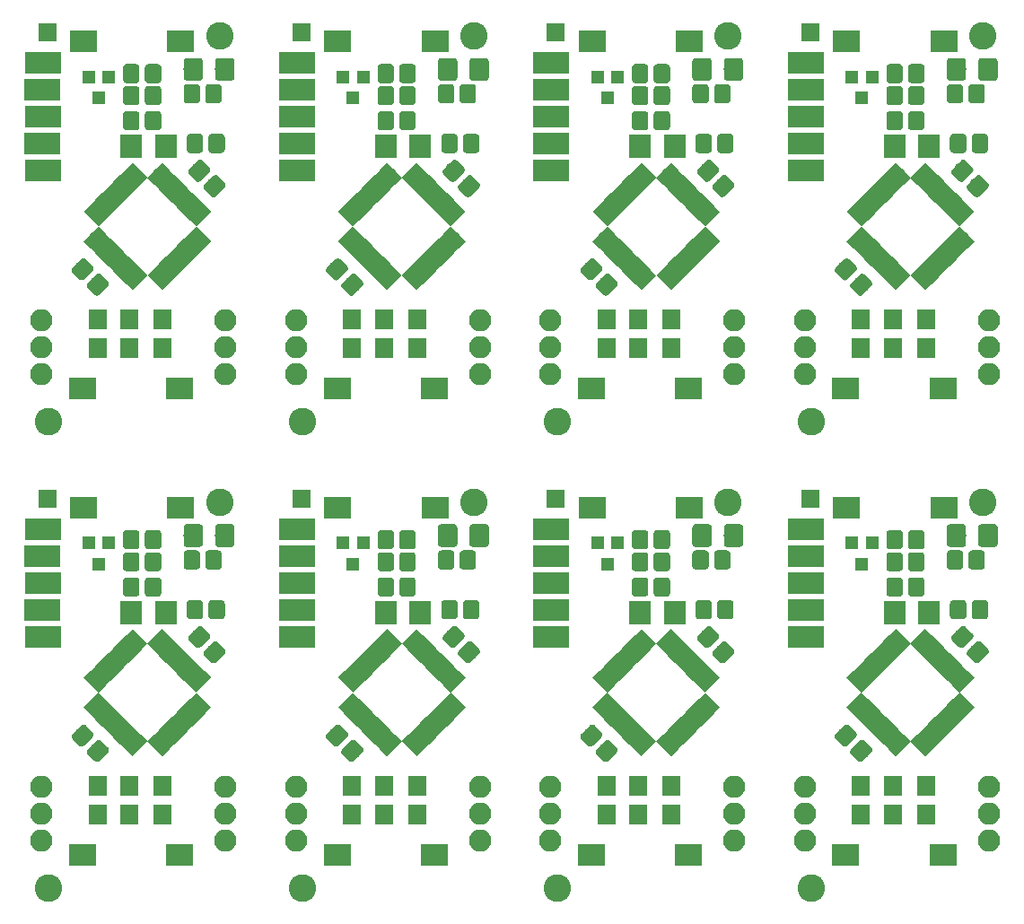
<source format=gts>
%MOIN*%
%OFA0B0*%
%FSLAX46Y46*%
%IPPOS*%
%LPD*%
%ADD10O,0.082677165354330714X0.082677165354330714*%
%ADD11C,0.005905511811023622*%
%ADD12C,0.0610236220472441*%
%ADD13R,0.084645669291338585X0.086614173228346469*%
%ADD14R,0.047244094488188976X0.051181102362204731*%
%ADD15C,0.0718503937007874*%
%ADD16R,0.13385826771653545X0.082677165354330714*%
%ADD17C,0.037401574803149609*%
%ADD18R,0.1015748031496063X0.07874015748031496*%
%ADD19R,0.066929133858267723X0.074803149606299218*%
%ADD20C,0.10236220472440946*%
%ADD21R,0.068897637795275593X0.068897637795275593*%
%ADD32O,0.082677165354330714X0.082677165354330714*%
%ADD33C,0.005905511811023622*%
%ADD34C,0.0610236220472441*%
%ADD35R,0.084645669291338585X0.086614173228346469*%
%ADD36R,0.047244094488188976X0.051181102362204731*%
%ADD37C,0.0718503937007874*%
%ADD38R,0.13385826771653545X0.082677165354330714*%
%ADD39C,0.037401574803149609*%
%ADD40R,0.1015748031496063X0.07874015748031496*%
%ADD41R,0.066929133858267723X0.074803149606299218*%
%ADD42C,0.10236220472440946*%
%ADD43R,0.068897637795275593X0.068897637795275593*%
%ADD44O,0.082677165354330714X0.082677165354330714*%
%ADD45C,0.005905511811023622*%
%ADD46C,0.0610236220472441*%
%ADD47R,0.084645669291338585X0.086614173228346469*%
%ADD48R,0.047244094488188976X0.051181102362204731*%
%ADD49C,0.0718503937007874*%
%ADD50R,0.13385826771653545X0.082677165354330714*%
%ADD51C,0.037401574803149609*%
%ADD52R,0.1015748031496063X0.07874015748031496*%
%ADD53R,0.066929133858267723X0.074803149606299218*%
%ADD54C,0.10236220472440946*%
%ADD55R,0.068897637795275593X0.068897637795275593*%
%ADD56O,0.082677165354330714X0.082677165354330714*%
%ADD57C,0.005905511811023622*%
%ADD58C,0.0610236220472441*%
%ADD59R,0.084645669291338585X0.086614173228346469*%
%ADD60R,0.047244094488188976X0.051181102362204731*%
%ADD61C,0.0718503937007874*%
%ADD62R,0.13385826771653545X0.082677165354330714*%
%ADD63C,0.037401574803149609*%
%ADD64R,0.1015748031496063X0.07874015748031496*%
%ADD65R,0.066929133858267723X0.074803149606299218*%
%ADD66C,0.10236220472440946*%
%ADD67R,0.068897637795275593X0.068897637795275593*%
%ADD68O,0.082677165354330714X0.082677165354330714*%
%ADD69C,0.005905511811023622*%
%ADD70C,0.0610236220472441*%
%ADD71R,0.084645669291338585X0.086614173228346469*%
%ADD72R,0.047244094488188976X0.051181102362204731*%
%ADD73C,0.0718503937007874*%
%ADD74R,0.13385826771653545X0.082677165354330714*%
%ADD75C,0.037401574803149609*%
%ADD76R,0.1015748031496063X0.07874015748031496*%
%ADD77R,0.066929133858267723X0.074803149606299218*%
%ADD78C,0.10236220472440946*%
%ADD79R,0.068897637795275593X0.068897637795275593*%
%ADD80O,0.082677165354330714X0.082677165354330714*%
%ADD81C,0.005905511811023622*%
%ADD82C,0.0610236220472441*%
%ADD83R,0.084645669291338585X0.086614173228346469*%
%ADD84R,0.047244094488188976X0.051181102362204731*%
%ADD85C,0.0718503937007874*%
%ADD86R,0.13385826771653545X0.082677165354330714*%
%ADD87C,0.037401574803149609*%
%ADD88R,0.1015748031496063X0.07874015748031496*%
%ADD89R,0.066929133858267723X0.074803149606299218*%
%ADD90C,0.10236220472440946*%
%ADD91R,0.068897637795275593X0.068897637795275593*%
%ADD92O,0.082677165354330714X0.082677165354330714*%
%ADD93C,0.005905511811023622*%
%ADD94C,0.0610236220472441*%
%ADD95R,0.084645669291338585X0.086614173228346469*%
%ADD96R,0.047244094488188976X0.051181102362204731*%
%ADD97C,0.0718503937007874*%
%ADD98R,0.13385826771653545X0.082677165354330714*%
%ADD99C,0.037401574803149609*%
%ADD100R,0.1015748031496063X0.07874015748031496*%
%ADD101R,0.066929133858267723X0.074803149606299218*%
%ADD102C,0.10236220472440946*%
%ADD103R,0.068897637795275593X0.068897637795275593*%
%ADD104O,0.082677165354330714X0.082677165354330714*%
%ADD105C,0.005905511811023622*%
%ADD106C,0.0610236220472441*%
%ADD107R,0.084645669291338585X0.086614173228346469*%
%ADD108R,0.047244094488188976X0.051181102362204731*%
%ADD109C,0.0718503937007874*%
%ADD110R,0.13385826771653545X0.082677165354330714*%
%ADD111C,0.037401574803149609*%
%ADD112R,0.1015748031496063X0.07874015748031496*%
%ADD113R,0.066929133858267723X0.074803149606299218*%
%ADD114C,0.10236220472440946*%
%ADD115R,0.068897637795275593X0.068897637795275593*%
D10*
X-0006692913Y0004921259D02*
X0000051181Y0000248818D03*
X0000051181Y0000348818D03*
X0000051181Y0000448818D03*
D11*
G36*
X0000265598Y0000622772D02*
G01*
X0000266886Y0000622581D01*
X0000268148Y0000622265D01*
X0000269374Y0000621826D01*
X0000270551Y0000621270D01*
X0000271668Y0000620600D01*
X0000272713Y0000619825D01*
X0000273678Y0000618951D01*
X0000298067Y0000594561D01*
X0000298942Y0000593597D01*
X0000299717Y0000592551D01*
X0000300386Y0000591434D01*
X0000300943Y0000590257D01*
X0000301382Y0000589032D01*
X0000301698Y0000587769D01*
X0000301889Y0000586481D01*
X0000301953Y0000585181D01*
X0000301889Y0000583880D01*
X0000301698Y0000582593D01*
X0000301382Y0000581330D01*
X0000300943Y0000580104D01*
X0000300386Y0000578927D01*
X0000299717Y0000577811D01*
X0000298942Y0000576765D01*
X0000298067Y0000575800D01*
X0000266718Y0000544451D01*
X0000265754Y0000543577D01*
X0000264708Y0000542802D01*
X0000263591Y0000542132D01*
X0000262415Y0000541576D01*
X0000261189Y0000541137D01*
X0000259926Y0000540821D01*
X0000258638Y0000540630D01*
X0000257338Y0000540566D01*
X0000256038Y0000540630D01*
X0000254750Y0000540821D01*
X0000253487Y0000541137D01*
X0000252261Y0000541576D01*
X0000251084Y0000542132D01*
X0000249968Y0000542802D01*
X0000248922Y0000543577D01*
X0000247957Y0000544451D01*
X0000223568Y0000568841D01*
X0000222694Y0000569805D01*
X0000221918Y0000570851D01*
X0000221249Y0000571967D01*
X0000220692Y0000573144D01*
X0000220254Y0000574370D01*
X0000219938Y0000575633D01*
X0000219747Y0000576921D01*
X0000219683Y0000578221D01*
X0000219747Y0000579521D01*
X0000219938Y0000580809D01*
X0000220254Y0000582072D01*
X0000220692Y0000583298D01*
X0000221249Y0000584475D01*
X0000221918Y0000585591D01*
X0000222694Y0000586637D01*
X0000223568Y0000587602D01*
X0000254917Y0000618951D01*
X0000255882Y0000619825D01*
X0000256927Y0000620600D01*
X0000258044Y0000621270D01*
X0000259221Y0000621826D01*
X0000260447Y0000622265D01*
X0000261710Y0000622581D01*
X0000262997Y0000622772D01*
X0000264298Y0000622836D01*
X0000265598Y0000622772D01*
X0000265598Y0000622772D01*
G37*
D12*
X0000260818Y0000581701D03*
D11*
G36*
X0000208528Y0000679842D02*
G01*
X0000209816Y0000679651D01*
X0000211079Y0000679334D01*
X0000212305Y0000678896D01*
X0000213482Y0000678339D01*
X0000214598Y0000677670D01*
X0000215644Y0000676894D01*
X0000216608Y0000676020D01*
X0000240998Y0000651631D01*
X0000241872Y0000650666D01*
X0000242648Y0000649621D01*
X0000243317Y0000648504D01*
X0000243873Y0000647327D01*
X0000244312Y0000646101D01*
X0000244628Y0000644838D01*
X0000244819Y0000643551D01*
X0000244883Y0000642250D01*
X0000244819Y0000640950D01*
X0000244628Y0000639662D01*
X0000244312Y0000638399D01*
X0000243873Y0000637174D01*
X0000243317Y0000635997D01*
X0000242648Y0000634880D01*
X0000241872Y0000633834D01*
X0000240998Y0000632870D01*
X0000209649Y0000601521D01*
X0000208684Y0000600647D01*
X0000207639Y0000599871D01*
X0000206522Y0000599202D01*
X0000205345Y0000598645D01*
X0000204119Y0000598207D01*
X0000202856Y0000597890D01*
X0000201569Y0000597699D01*
X0000200268Y0000597635D01*
X0000198968Y0000597699D01*
X0000197680Y0000597890D01*
X0000196417Y0000598207D01*
X0000195192Y0000598645D01*
X0000194015Y0000599202D01*
X0000192898Y0000599871D01*
X0000191852Y0000600647D01*
X0000190888Y0000601521D01*
X0000166499Y0000625910D01*
X0000165624Y0000626875D01*
X0000164849Y0000627920D01*
X0000164179Y0000629037D01*
X0000163623Y0000630214D01*
X0000163184Y0000631440D01*
X0000162868Y0000632703D01*
X0000162677Y0000633990D01*
X0000162613Y0000635291D01*
X0000162677Y0000636591D01*
X0000162868Y0000637879D01*
X0000163184Y0000639142D01*
X0000163623Y0000640367D01*
X0000164179Y0000641544D01*
X0000164849Y0000642661D01*
X0000165624Y0000643707D01*
X0000166499Y0000644671D01*
X0000197848Y0000676020D01*
X0000198812Y0000676894D01*
X0000199858Y0000677670D01*
X0000200974Y0000678339D01*
X0000202151Y0000678896D01*
X0000203377Y0000679334D01*
X0000204640Y0000679651D01*
X0000205928Y0000679842D01*
X0000207228Y0000679906D01*
X0000208528Y0000679842D01*
X0000208528Y0000679842D01*
G37*
D12*
X0000203748Y0000638771D03*
D11*
G36*
X0000698669Y0000988914D02*
G01*
X0000699957Y0000988723D01*
X0000701219Y0000988407D01*
X0000702445Y0000987968D01*
X0000703622Y0000987411D01*
X0000704739Y0000986742D01*
X0000705784Y0000985967D01*
X0000706749Y0000985092D01*
X0000731138Y0000960703D01*
X0000732013Y0000959738D01*
X0000732788Y0000958693D01*
X0000733457Y0000957576D01*
X0000734014Y0000956399D01*
X0000734452Y0000955173D01*
X0000734769Y0000953911D01*
X0000734960Y0000952623D01*
X0000735024Y0000951322D01*
X0000734960Y0000950022D01*
X0000734769Y0000948734D01*
X0000734452Y0000947472D01*
X0000734014Y0000946246D01*
X0000733457Y0000945069D01*
X0000732788Y0000943952D01*
X0000732013Y0000942907D01*
X0000731138Y0000941942D01*
X0000699789Y0000910593D01*
X0000698825Y0000909719D01*
X0000697779Y0000908943D01*
X0000696662Y0000908274D01*
X0000695485Y0000907717D01*
X0000694260Y0000907279D01*
X0000692997Y0000906962D01*
X0000691709Y0000906771D01*
X0000690409Y0000906707D01*
X0000689108Y0000906771D01*
X0000687821Y0000906962D01*
X0000686558Y0000907279D01*
X0000685332Y0000907717D01*
X0000684155Y0000908274D01*
X0000683039Y0000908943D01*
X0000681993Y0000909719D01*
X0000681028Y0000910593D01*
X0000656639Y0000934982D01*
X0000655765Y0000935947D01*
X0000654989Y0000936993D01*
X0000654320Y0000938109D01*
X0000653763Y0000939286D01*
X0000653325Y0000940512D01*
X0000653008Y0000941775D01*
X0000652817Y0000943063D01*
X0000652753Y0000944363D01*
X0000652817Y0000945663D01*
X0000653008Y0000946951D01*
X0000653325Y0000948214D01*
X0000653763Y0000949439D01*
X0000654320Y0000950616D01*
X0000654989Y0000951733D01*
X0000655765Y0000952779D01*
X0000656639Y0000953743D01*
X0000687988Y0000985092D01*
X0000688953Y0000985967D01*
X0000689998Y0000986742D01*
X0000691115Y0000987411D01*
X0000692292Y0000987968D01*
X0000693518Y0000988407D01*
X0000694780Y0000988723D01*
X0000696068Y0000988914D01*
X0000697368Y0000988978D01*
X0000698669Y0000988914D01*
X0000698669Y0000988914D01*
G37*
D12*
X0000693889Y0000947843D03*
D11*
G36*
X0000641599Y0001045983D02*
G01*
X0000642887Y0001045792D01*
X0000644150Y0001045476D01*
X0000645375Y0001045038D01*
X0000646552Y0001044481D01*
X0000647669Y0001043812D01*
X0000648715Y0001043036D01*
X0000649679Y0001042162D01*
X0000674069Y0001017773D01*
X0000674943Y0001016808D01*
X0000675718Y0001015762D01*
X0000676388Y0001014646D01*
X0000676944Y0001013469D01*
X0000677383Y0001012243D01*
X0000677699Y0001010980D01*
X0000677890Y0001009692D01*
X0000677954Y0001008392D01*
X0000677890Y0001007092D01*
X0000677699Y0001005804D01*
X0000677383Y0001004541D01*
X0000676944Y0001003315D01*
X0000676388Y0001002139D01*
X0000675718Y0001001022D01*
X0000674943Y0000999976D01*
X0000674069Y0000999012D01*
X0000642720Y0000967663D01*
X0000641755Y0000966788D01*
X0000640709Y0000966013D01*
X0000639593Y0000965344D01*
X0000638416Y0000964787D01*
X0000637190Y0000964348D01*
X0000635927Y0000964032D01*
X0000634639Y0000963841D01*
X0000633339Y0000963777D01*
X0000632039Y0000963841D01*
X0000630751Y0000964032D01*
X0000629488Y0000964348D01*
X0000628262Y0000964787D01*
X0000627086Y0000965344D01*
X0000625969Y0000966013D01*
X0000624923Y0000966788D01*
X0000623959Y0000967663D01*
X0000599569Y0000992052D01*
X0000598695Y0000993017D01*
X0000597920Y0000994062D01*
X0000597250Y0000995179D01*
X0000596694Y0000996356D01*
X0000596255Y0000997582D01*
X0000595939Y0000998844D01*
X0000595748Y0001000132D01*
X0000595684Y0001001432D01*
X0000595748Y0001002733D01*
X0000595939Y0001004020D01*
X0000596255Y0001005283D01*
X0000596694Y0001006509D01*
X0000597250Y0001007686D01*
X0000597920Y0001008803D01*
X0000598695Y0001009848D01*
X0000599569Y0001010813D01*
X0000630918Y0001042162D01*
X0000631883Y0001043036D01*
X0000632929Y0001043812D01*
X0000634045Y0001044481D01*
X0000635222Y0001045038D01*
X0000636448Y0001045476D01*
X0000637711Y0001045792D01*
X0000638999Y0001045983D01*
X0000640299Y0001046047D01*
X0000641599Y0001045983D01*
X0000641599Y0001045983D01*
G37*
D12*
X0000636819Y0001004912D03*
D11*
G36*
X0000484097Y0001226314D02*
G01*
X0000485385Y0001226122D01*
X0000486647Y0001225806D01*
X0000487873Y0001225368D01*
X0000489050Y0001224811D01*
X0000490167Y0001224142D01*
X0000491212Y0001223366D01*
X0000492177Y0001222492D01*
X0000493051Y0001221527D01*
X0000493827Y0001220482D01*
X0000494496Y0001219365D01*
X0000495053Y0001218188D01*
X0000495491Y0001216962D01*
X0000495808Y0001215700D01*
X0000495999Y0001214412D01*
X0000496062Y0001213111D01*
X0000496062Y0001168777D01*
X0000495999Y0001167477D01*
X0000495808Y0001166189D01*
X0000495491Y0001164926D01*
X0000495053Y0001163701D01*
X0000494496Y0001162524D01*
X0000493827Y0001161407D01*
X0000493051Y0001160361D01*
X0000492177Y0001159397D01*
X0000491212Y0001158523D01*
X0000490167Y0001157747D01*
X0000489050Y0001157078D01*
X0000487873Y0001156521D01*
X0000486647Y0001156083D01*
X0000485385Y0001155766D01*
X0000484097Y0001155575D01*
X0000482797Y0001155511D01*
X0000448305Y0001155511D01*
X0000447005Y0001155575D01*
X0000445717Y0001155766D01*
X0000444454Y0001156083D01*
X0000443228Y0001156521D01*
X0000442051Y0001157078D01*
X0000440935Y0001157747D01*
X0000439889Y0001158523D01*
X0000438924Y0001159397D01*
X0000438050Y0001160361D01*
X0000437275Y0001161407D01*
X0000436605Y0001162524D01*
X0000436049Y0001163701D01*
X0000435610Y0001164926D01*
X0000435294Y0001166189D01*
X0000435103Y0001167477D01*
X0000435039Y0001168777D01*
X0000435039Y0001213111D01*
X0000435103Y0001214412D01*
X0000435294Y0001215700D01*
X0000435610Y0001216962D01*
X0000436049Y0001218188D01*
X0000436605Y0001219365D01*
X0000437275Y0001220482D01*
X0000438050Y0001221527D01*
X0000438924Y0001222492D01*
X0000439889Y0001223366D01*
X0000440935Y0001224142D01*
X0000442051Y0001224811D01*
X0000443228Y0001225368D01*
X0000444454Y0001225806D01*
X0000445717Y0001226122D01*
X0000447005Y0001226314D01*
X0000448305Y0001226377D01*
X0000482797Y0001226377D01*
X0000484097Y0001226314D01*
X0000484097Y0001226314D01*
G37*
D12*
X0000465551Y0001190944D03*
D11*
G36*
X0000403388Y0001226314D02*
G01*
X0000404676Y0001226122D01*
X0000405939Y0001225806D01*
X0000407165Y0001225368D01*
X0000408341Y0001224811D01*
X0000409458Y0001224142D01*
X0000410504Y0001223366D01*
X0000411468Y0001222492D01*
X0000412343Y0001221527D01*
X0000413118Y0001220482D01*
X0000413787Y0001219365D01*
X0000414344Y0001218188D01*
X0000414783Y0001216962D01*
X0000415099Y0001215700D01*
X0000415290Y0001214412D01*
X0000415354Y0001213111D01*
X0000415354Y0001168777D01*
X0000415290Y0001167477D01*
X0000415099Y0001166189D01*
X0000414783Y0001164926D01*
X0000414344Y0001163701D01*
X0000413787Y0001162524D01*
X0000413118Y0001161407D01*
X0000412343Y0001160361D01*
X0000411468Y0001159397D01*
X0000410504Y0001158523D01*
X0000409458Y0001157747D01*
X0000408341Y0001157078D01*
X0000407165Y0001156521D01*
X0000405939Y0001156083D01*
X0000404676Y0001155766D01*
X0000403388Y0001155575D01*
X0000402088Y0001155511D01*
X0000367596Y0001155511D01*
X0000366296Y0001155575D01*
X0000365008Y0001155766D01*
X0000363745Y0001156083D01*
X0000362520Y0001156521D01*
X0000361343Y0001157078D01*
X0000360226Y0001157747D01*
X0000359180Y0001158523D01*
X0000358216Y0001159397D01*
X0000357341Y0001160361D01*
X0000356566Y0001161407D01*
X0000355897Y0001162524D01*
X0000355340Y0001163701D01*
X0000354901Y0001164926D01*
X0000354585Y0001166189D01*
X0000354394Y0001167477D01*
X0000354330Y0001168777D01*
X0000354330Y0001213111D01*
X0000354394Y0001214412D01*
X0000354585Y0001215700D01*
X0000354901Y0001216962D01*
X0000355340Y0001218188D01*
X0000355897Y0001219365D01*
X0000356566Y0001220482D01*
X0000357341Y0001221527D01*
X0000358216Y0001222492D01*
X0000359180Y0001223366D01*
X0000360226Y0001224142D01*
X0000361343Y0001224811D01*
X0000362520Y0001225368D01*
X0000363745Y0001225806D01*
X0000365008Y0001226122D01*
X0000366296Y0001226314D01*
X0000367596Y0001226377D01*
X0000402088Y0001226377D01*
X0000403388Y0001226314D01*
X0000403388Y0001226314D01*
G37*
D12*
X0000384842Y0001190944D03*
D13*
X0000384842Y0001094488D03*
X0000512795Y0001094488D03*
D11*
G36*
X0000720317Y0001141668D02*
G01*
X0000721605Y0001141477D01*
X0000722868Y0001141161D01*
X0000724094Y0001140722D01*
X0000725271Y0001140165D01*
X0000726387Y0001139496D01*
X0000727433Y0001138721D01*
X0000728397Y0001137846D01*
X0000729272Y0001136882D01*
X0000730047Y0001135836D01*
X0000730717Y0001134719D01*
X0000731273Y0001133542D01*
X0000731712Y0001132317D01*
X0000732028Y0001131054D01*
X0000732219Y0001129766D01*
X0000732283Y0001128466D01*
X0000732283Y0001084132D01*
X0000732219Y0001082831D01*
X0000732028Y0001081544D01*
X0000731712Y0001080281D01*
X0000731273Y0001079055D01*
X0000730717Y0001077878D01*
X0000730047Y0001076761D01*
X0000729272Y0001075716D01*
X0000728397Y0001074751D01*
X0000727433Y0001073877D01*
X0000726387Y0001073101D01*
X0000725271Y0001072432D01*
X0000724094Y0001071875D01*
X0000722868Y0001071437D01*
X0000721605Y0001071121D01*
X0000720317Y0001070930D01*
X0000719017Y0001070866D01*
X0000684525Y0001070866D01*
X0000683225Y0001070930D01*
X0000681937Y0001071121D01*
X0000680674Y0001071437D01*
X0000679449Y0001071875D01*
X0000678272Y0001072432D01*
X0000677155Y0001073101D01*
X0000676109Y0001073877D01*
X0000675145Y0001074751D01*
X0000674271Y0001075716D01*
X0000673495Y0001076761D01*
X0000672826Y0001077878D01*
X0000672269Y0001079055D01*
X0000671831Y0001080281D01*
X0000671514Y0001081544D01*
X0000671323Y0001082831D01*
X0000671259Y0001084132D01*
X0000671259Y0001128466D01*
X0000671323Y0001129766D01*
X0000671514Y0001131054D01*
X0000671831Y0001132317D01*
X0000672269Y0001133542D01*
X0000672826Y0001134719D01*
X0000673495Y0001135836D01*
X0000674271Y0001136882D01*
X0000675145Y0001137846D01*
X0000676109Y0001138721D01*
X0000677155Y0001139496D01*
X0000678272Y0001140165D01*
X0000679449Y0001140722D01*
X0000680674Y0001141161D01*
X0000681937Y0001141477D01*
X0000683225Y0001141668D01*
X0000684525Y0001141732D01*
X0000719017Y0001141732D01*
X0000720317Y0001141668D01*
X0000720317Y0001141668D01*
G37*
D12*
X0000701771Y0001106299D03*
D11*
G36*
X0000639609Y0001141668D02*
G01*
X0000640896Y0001141477D01*
X0000642159Y0001141161D01*
X0000643385Y0001140722D01*
X0000644562Y0001140165D01*
X0000645679Y0001139496D01*
X0000646724Y0001138721D01*
X0000647689Y0001137846D01*
X0000648563Y0001136882D01*
X0000649339Y0001135836D01*
X0000650008Y0001134719D01*
X0000650564Y0001133542D01*
X0000651003Y0001132317D01*
X0000651319Y0001131054D01*
X0000651510Y0001129766D01*
X0000651574Y0001128466D01*
X0000651574Y0001084132D01*
X0000651510Y0001082831D01*
X0000651319Y0001081544D01*
X0000651003Y0001080281D01*
X0000650564Y0001079055D01*
X0000650008Y0001077878D01*
X0000649339Y0001076761D01*
X0000648563Y0001075716D01*
X0000647689Y0001074751D01*
X0000646724Y0001073877D01*
X0000645679Y0001073101D01*
X0000644562Y0001072432D01*
X0000643385Y0001071875D01*
X0000642159Y0001071437D01*
X0000640896Y0001071121D01*
X0000639609Y0001070930D01*
X0000638308Y0001070866D01*
X0000603817Y0001070866D01*
X0000602516Y0001070930D01*
X0000601229Y0001071121D01*
X0000599966Y0001071437D01*
X0000598740Y0001071875D01*
X0000597563Y0001072432D01*
X0000596446Y0001073101D01*
X0000595401Y0001073877D01*
X0000594436Y0001074751D01*
X0000593562Y0001075716D01*
X0000592786Y0001076761D01*
X0000592117Y0001077878D01*
X0000591560Y0001079055D01*
X0000591122Y0001080281D01*
X0000590806Y0001081544D01*
X0000590615Y0001082831D01*
X0000590551Y0001084132D01*
X0000590551Y0001128466D01*
X0000590615Y0001129766D01*
X0000590806Y0001131054D01*
X0000591122Y0001132317D01*
X0000591560Y0001133542D01*
X0000592117Y0001134719D01*
X0000592786Y0001135836D01*
X0000593562Y0001136882D01*
X0000594436Y0001137846D01*
X0000595401Y0001138721D01*
X0000596446Y0001139496D01*
X0000597563Y0001140165D01*
X0000598740Y0001140722D01*
X0000599966Y0001141161D01*
X0000601229Y0001141477D01*
X0000602516Y0001141668D01*
X0000603817Y0001141732D01*
X0000638308Y0001141732D01*
X0000639609Y0001141668D01*
X0000639609Y0001141668D01*
G37*
D12*
X0000621062Y0001106299D03*
D10*
X0000734586Y0000248759D03*
X0000734586Y0000348759D03*
X0000734586Y0000448759D03*
D11*
G36*
X0000403388Y0001401510D02*
G01*
X0000404676Y0001401319D01*
X0000405939Y0001401003D01*
X0000407165Y0001400564D01*
X0000408341Y0001400008D01*
X0000409458Y0001399339D01*
X0000410504Y0001398563D01*
X0000411468Y0001397689D01*
X0000412343Y0001396724D01*
X0000413118Y0001395679D01*
X0000413787Y0001394562D01*
X0000414344Y0001393385D01*
X0000414783Y0001392159D01*
X0000415099Y0001390896D01*
X0000415290Y0001389609D01*
X0000415354Y0001388308D01*
X0000415354Y0001343974D01*
X0000415290Y0001342674D01*
X0000415099Y0001341386D01*
X0000414783Y0001340123D01*
X0000414344Y0001338897D01*
X0000413787Y0001337721D01*
X0000413118Y0001336604D01*
X0000412343Y0001335558D01*
X0000411468Y0001334594D01*
X0000410504Y0001333719D01*
X0000409458Y0001332944D01*
X0000408341Y0001332275D01*
X0000407165Y0001331718D01*
X0000405939Y0001331279D01*
X0000404676Y0001330963D01*
X0000403388Y0001330772D01*
X0000402088Y0001330708D01*
X0000367596Y0001330708D01*
X0000366296Y0001330772D01*
X0000365008Y0001330963D01*
X0000363745Y0001331279D01*
X0000362520Y0001331718D01*
X0000361343Y0001332275D01*
X0000360226Y0001332944D01*
X0000359180Y0001333719D01*
X0000358216Y0001334594D01*
X0000357341Y0001335558D01*
X0000356566Y0001336604D01*
X0000355897Y0001337721D01*
X0000355340Y0001338897D01*
X0000354901Y0001340123D01*
X0000354585Y0001341386D01*
X0000354394Y0001342674D01*
X0000354330Y0001343974D01*
X0000354330Y0001388308D01*
X0000354394Y0001389609D01*
X0000354585Y0001390896D01*
X0000354901Y0001392159D01*
X0000355340Y0001393385D01*
X0000355897Y0001394562D01*
X0000356566Y0001395679D01*
X0000357341Y0001396724D01*
X0000358216Y0001397689D01*
X0000359180Y0001398563D01*
X0000360226Y0001399339D01*
X0000361343Y0001400008D01*
X0000362520Y0001400564D01*
X0000363745Y0001401003D01*
X0000365008Y0001401319D01*
X0000366296Y0001401510D01*
X0000367596Y0001401574D01*
X0000402088Y0001401574D01*
X0000403388Y0001401510D01*
X0000403388Y0001401510D01*
G37*
D12*
X0000384842Y0001366141D03*
D11*
G36*
X0000484097Y0001401510D02*
G01*
X0000485385Y0001401319D01*
X0000486647Y0001401003D01*
X0000487873Y0001400564D01*
X0000489050Y0001400008D01*
X0000490167Y0001399339D01*
X0000491212Y0001398563D01*
X0000492177Y0001397689D01*
X0000493051Y0001396724D01*
X0000493827Y0001395679D01*
X0000494496Y0001394562D01*
X0000495053Y0001393385D01*
X0000495491Y0001392159D01*
X0000495808Y0001390896D01*
X0000495999Y0001389609D01*
X0000496062Y0001388308D01*
X0000496062Y0001343974D01*
X0000495999Y0001342674D01*
X0000495808Y0001341386D01*
X0000495491Y0001340123D01*
X0000495053Y0001338897D01*
X0000494496Y0001337721D01*
X0000493827Y0001336604D01*
X0000493051Y0001335558D01*
X0000492177Y0001334594D01*
X0000491212Y0001333719D01*
X0000490167Y0001332944D01*
X0000489050Y0001332275D01*
X0000487873Y0001331718D01*
X0000486647Y0001331279D01*
X0000485385Y0001330963D01*
X0000484097Y0001330772D01*
X0000482797Y0001330708D01*
X0000448305Y0001330708D01*
X0000447005Y0001330772D01*
X0000445717Y0001330963D01*
X0000444454Y0001331279D01*
X0000443228Y0001331718D01*
X0000442051Y0001332275D01*
X0000440935Y0001332944D01*
X0000439889Y0001333719D01*
X0000438924Y0001334594D01*
X0000438050Y0001335558D01*
X0000437275Y0001336604D01*
X0000436605Y0001337721D01*
X0000436049Y0001338897D01*
X0000435610Y0001340123D01*
X0000435294Y0001341386D01*
X0000435103Y0001342674D01*
X0000435039Y0001343974D01*
X0000435039Y0001388308D01*
X0000435103Y0001389609D01*
X0000435294Y0001390896D01*
X0000435610Y0001392159D01*
X0000436049Y0001393385D01*
X0000436605Y0001394562D01*
X0000437275Y0001395679D01*
X0000438050Y0001396724D01*
X0000438924Y0001397689D01*
X0000439889Y0001398563D01*
X0000440935Y0001399339D01*
X0000442051Y0001400008D01*
X0000443228Y0001400564D01*
X0000444454Y0001401003D01*
X0000445717Y0001401319D01*
X0000447005Y0001401510D01*
X0000448305Y0001401574D01*
X0000482797Y0001401574D01*
X0000484097Y0001401510D01*
X0000484097Y0001401510D01*
G37*
D12*
X0000465551Y0001366141D03*
D11*
G36*
X0000484097Y0001319817D02*
G01*
X0000485385Y0001319626D01*
X0000486647Y0001319310D01*
X0000487873Y0001318872D01*
X0000489050Y0001318315D01*
X0000490167Y0001317646D01*
X0000491212Y0001316870D01*
X0000492177Y0001315996D01*
X0000493051Y0001315031D01*
X0000493827Y0001313986D01*
X0000494496Y0001312869D01*
X0000495053Y0001311692D01*
X0000495491Y0001310466D01*
X0000495808Y0001309203D01*
X0000495999Y0001307916D01*
X0000496062Y0001306615D01*
X0000496062Y0001262281D01*
X0000495999Y0001260981D01*
X0000495808Y0001259693D01*
X0000495491Y0001258430D01*
X0000495053Y0001257205D01*
X0000494496Y0001256028D01*
X0000493827Y0001254911D01*
X0000493051Y0001253865D01*
X0000492177Y0001252901D01*
X0000491212Y0001252026D01*
X0000490167Y0001251251D01*
X0000489050Y0001250582D01*
X0000487873Y0001250025D01*
X0000486647Y0001249586D01*
X0000485385Y0001249270D01*
X0000484097Y0001249079D01*
X0000482797Y0001249015D01*
X0000448305Y0001249015D01*
X0000447005Y0001249079D01*
X0000445717Y0001249270D01*
X0000444454Y0001249586D01*
X0000443228Y0001250025D01*
X0000442051Y0001250582D01*
X0000440935Y0001251251D01*
X0000439889Y0001252026D01*
X0000438924Y0001252901D01*
X0000438050Y0001253865D01*
X0000437275Y0001254911D01*
X0000436605Y0001256028D01*
X0000436049Y0001257205D01*
X0000435610Y0001258430D01*
X0000435294Y0001259693D01*
X0000435103Y0001260981D01*
X0000435039Y0001262281D01*
X0000435039Y0001306615D01*
X0000435103Y0001307916D01*
X0000435294Y0001309203D01*
X0000435610Y0001310466D01*
X0000436049Y0001311692D01*
X0000436605Y0001312869D01*
X0000437275Y0001313986D01*
X0000438050Y0001315031D01*
X0000438924Y0001315996D01*
X0000439889Y0001316870D01*
X0000440935Y0001317646D01*
X0000442051Y0001318315D01*
X0000443228Y0001318872D01*
X0000444454Y0001319310D01*
X0000445717Y0001319626D01*
X0000447005Y0001319817D01*
X0000448305Y0001319881D01*
X0000482797Y0001319881D01*
X0000484097Y0001319817D01*
X0000484097Y0001319817D01*
G37*
D12*
X0000465551Y0001284448D03*
D11*
G36*
X0000403388Y0001319817D02*
G01*
X0000404676Y0001319626D01*
X0000405939Y0001319310D01*
X0000407165Y0001318872D01*
X0000408341Y0001318315D01*
X0000409458Y0001317646D01*
X0000410504Y0001316870D01*
X0000411468Y0001315996D01*
X0000412343Y0001315031D01*
X0000413118Y0001313986D01*
X0000413787Y0001312869D01*
X0000414344Y0001311692D01*
X0000414783Y0001310466D01*
X0000415099Y0001309203D01*
X0000415290Y0001307916D01*
X0000415354Y0001306615D01*
X0000415354Y0001262281D01*
X0000415290Y0001260981D01*
X0000415099Y0001259693D01*
X0000414783Y0001258430D01*
X0000414344Y0001257205D01*
X0000413787Y0001256028D01*
X0000413118Y0001254911D01*
X0000412343Y0001253865D01*
X0000411468Y0001252901D01*
X0000410504Y0001252026D01*
X0000409458Y0001251251D01*
X0000408341Y0001250582D01*
X0000407165Y0001250025D01*
X0000405939Y0001249586D01*
X0000404676Y0001249270D01*
X0000403388Y0001249079D01*
X0000402088Y0001249015D01*
X0000367596Y0001249015D01*
X0000366296Y0001249079D01*
X0000365008Y0001249270D01*
X0000363745Y0001249586D01*
X0000362520Y0001250025D01*
X0000361343Y0001250582D01*
X0000360226Y0001251251D01*
X0000359180Y0001252026D01*
X0000358216Y0001252901D01*
X0000357341Y0001253865D01*
X0000356566Y0001254911D01*
X0000355897Y0001256028D01*
X0000355340Y0001257205D01*
X0000354901Y0001258430D01*
X0000354585Y0001259693D01*
X0000354394Y0001260981D01*
X0000354330Y0001262281D01*
X0000354330Y0001306615D01*
X0000354394Y0001307916D01*
X0000354585Y0001309203D01*
X0000354901Y0001310466D01*
X0000355340Y0001311692D01*
X0000355897Y0001312869D01*
X0000356566Y0001313986D01*
X0000357341Y0001315031D01*
X0000358216Y0001315996D01*
X0000359180Y0001316870D01*
X0000360226Y0001317646D01*
X0000361343Y0001318315D01*
X0000362520Y0001318872D01*
X0000363745Y0001319310D01*
X0000365008Y0001319626D01*
X0000366296Y0001319817D01*
X0000367596Y0001319881D01*
X0000402088Y0001319881D01*
X0000403388Y0001319817D01*
X0000403388Y0001319817D01*
G37*
D12*
X0000384842Y0001284448D03*
D14*
X0000263779Y0001275590D03*
X0000226377Y0001354330D03*
X0000301181Y0001354330D03*
D11*
G36*
X0000708506Y0001326707D02*
G01*
X0000709794Y0001326516D01*
X0000711057Y0001326200D01*
X0000712283Y0001325761D01*
X0000713459Y0001325205D01*
X0000714576Y0001324535D01*
X0000715622Y0001323760D01*
X0000716586Y0001322886D01*
X0000717461Y0001321921D01*
X0000718236Y0001320875D01*
X0000718905Y0001319759D01*
X0000719462Y0001318582D01*
X0000719901Y0001317356D01*
X0000720217Y0001316093D01*
X0000720408Y0001314805D01*
X0000720472Y0001313505D01*
X0000720472Y0001269171D01*
X0000720408Y0001267871D01*
X0000720217Y0001266583D01*
X0000719901Y0001265320D01*
X0000719462Y0001264094D01*
X0000718905Y0001262917D01*
X0000718236Y0001261801D01*
X0000717461Y0001260755D01*
X0000716586Y0001259791D01*
X0000715622Y0001258916D01*
X0000714576Y0001258141D01*
X0000713459Y0001257471D01*
X0000712283Y0001256915D01*
X0000711057Y0001256476D01*
X0000709794Y0001256160D01*
X0000708506Y0001255969D01*
X0000707206Y0001255905D01*
X0000672714Y0001255905D01*
X0000671414Y0001255969D01*
X0000670126Y0001256160D01*
X0000668863Y0001256476D01*
X0000667638Y0001256915D01*
X0000666461Y0001257471D01*
X0000665344Y0001258141D01*
X0000664298Y0001258916D01*
X0000663334Y0001259791D01*
X0000662460Y0001260755D01*
X0000661684Y0001261801D01*
X0000661015Y0001262917D01*
X0000660458Y0001264094D01*
X0000660020Y0001265320D01*
X0000659703Y0001266583D01*
X0000659512Y0001267871D01*
X0000659448Y0001269171D01*
X0000659448Y0001313505D01*
X0000659512Y0001314805D01*
X0000659703Y0001316093D01*
X0000660020Y0001317356D01*
X0000660458Y0001318582D01*
X0000661015Y0001319759D01*
X0000661684Y0001320875D01*
X0000662460Y0001321921D01*
X0000663334Y0001322886D01*
X0000664298Y0001323760D01*
X0000665344Y0001324535D01*
X0000666461Y0001325205D01*
X0000667638Y0001325761D01*
X0000668863Y0001326200D01*
X0000670126Y0001326516D01*
X0000671414Y0001326707D01*
X0000672714Y0001326771D01*
X0000707206Y0001326771D01*
X0000708506Y0001326707D01*
X0000708506Y0001326707D01*
G37*
D12*
X0000689960Y0001291338D03*
D11*
G36*
X0000627798Y0001326707D02*
G01*
X0000629085Y0001326516D01*
X0000630348Y0001326200D01*
X0000631574Y0001325761D01*
X0000632751Y0001325205D01*
X0000633867Y0001324535D01*
X0000634913Y0001323760D01*
X0000635878Y0001322886D01*
X0000636752Y0001321921D01*
X0000637528Y0001320875D01*
X0000638197Y0001319759D01*
X0000638753Y0001318582D01*
X0000639192Y0001317356D01*
X0000639508Y0001316093D01*
X0000639699Y0001314805D01*
X0000639763Y0001313505D01*
X0000639763Y0001269171D01*
X0000639699Y0001267871D01*
X0000639508Y0001266583D01*
X0000639192Y0001265320D01*
X0000638753Y0001264094D01*
X0000638197Y0001262917D01*
X0000637528Y0001261801D01*
X0000636752Y0001260755D01*
X0000635878Y0001259791D01*
X0000634913Y0001258916D01*
X0000633867Y0001258141D01*
X0000632751Y0001257471D01*
X0000631574Y0001256915D01*
X0000630348Y0001256476D01*
X0000629085Y0001256160D01*
X0000627798Y0001255969D01*
X0000626497Y0001255905D01*
X0000592006Y0001255905D01*
X0000590705Y0001255969D01*
X0000589418Y0001256160D01*
X0000588155Y0001256476D01*
X0000586929Y0001256915D01*
X0000585752Y0001257471D01*
X0000584635Y0001258141D01*
X0000583590Y0001258916D01*
X0000582625Y0001259791D01*
X0000581751Y0001260755D01*
X0000580975Y0001261801D01*
X0000580306Y0001262917D01*
X0000579749Y0001264094D01*
X0000579311Y0001265320D01*
X0000578995Y0001266583D01*
X0000578804Y0001267871D01*
X0000578740Y0001269171D01*
X0000578740Y0001313505D01*
X0000578804Y0001314805D01*
X0000578995Y0001316093D01*
X0000579311Y0001317356D01*
X0000579749Y0001318582D01*
X0000580306Y0001319759D01*
X0000580975Y0001320875D01*
X0000581751Y0001321921D01*
X0000582625Y0001322886D01*
X0000583590Y0001323760D01*
X0000584635Y0001324535D01*
X0000585752Y0001325205D01*
X0000586929Y0001325761D01*
X0000588155Y0001326200D01*
X0000589418Y0001326516D01*
X0000590705Y0001326707D01*
X0000592006Y0001326771D01*
X0000626497Y0001326771D01*
X0000627798Y0001326707D01*
X0000627798Y0001326707D01*
G37*
D12*
X0000609251Y0001291338D03*
D11*
G36*
X0000639220Y0001424151D02*
G01*
X0000640444Y0001423970D01*
X0000641644Y0001423669D01*
X0000642809Y0001423253D01*
X0000643927Y0001422724D01*
X0000644988Y0001422088D01*
X0000645981Y0001421351D01*
X0000646898Y0001420520D01*
X0000647729Y0001419604D01*
X0000648466Y0001418610D01*
X0000649102Y0001417549D01*
X0000649631Y0001416431D01*
X0000650047Y0001415266D01*
X0000650348Y0001414066D01*
X0000650529Y0001412842D01*
X0000650590Y0001411607D01*
X0000650590Y0001352172D01*
X0000650529Y0001350936D01*
X0000650348Y0001349713D01*
X0000650047Y0001348513D01*
X0000649631Y0001347348D01*
X0000649102Y0001346230D01*
X0000648466Y0001345169D01*
X0000647729Y0001344175D01*
X0000646898Y0001343258D01*
X0000645981Y0001342428D01*
X0000644988Y0001341691D01*
X0000643927Y0001341055D01*
X0000642809Y0001340526D01*
X0000641644Y0001340109D01*
X0000640444Y0001339809D01*
X0000639220Y0001339627D01*
X0000637985Y0001339566D01*
X0000591345Y0001339566D01*
X0000590109Y0001339627D01*
X0000588886Y0001339809D01*
X0000587686Y0001340109D01*
X0000586521Y0001340526D01*
X0000585403Y0001341055D01*
X0000584342Y0001341691D01*
X0000583348Y0001342428D01*
X0000582432Y0001343258D01*
X0000581601Y0001344175D01*
X0000580864Y0001345169D01*
X0000580228Y0001346230D01*
X0000579699Y0001347348D01*
X0000579282Y0001348513D01*
X0000578982Y0001349713D01*
X0000578800Y0001350936D01*
X0000578740Y0001352172D01*
X0000578740Y0001411607D01*
X0000578800Y0001412842D01*
X0000578982Y0001414066D01*
X0000579282Y0001415266D01*
X0000579699Y0001416431D01*
X0000580228Y0001417549D01*
X0000580864Y0001418610D01*
X0000581601Y0001419604D01*
X0000582432Y0001420520D01*
X0000583348Y0001421351D01*
X0000584342Y0001422088D01*
X0000585403Y0001422724D01*
X0000586521Y0001423253D01*
X0000587686Y0001423669D01*
X0000588886Y0001423970D01*
X0000590109Y0001424151D01*
X0000591345Y0001424212D01*
X0000637985Y0001424212D01*
X0000639220Y0001424151D01*
X0000639220Y0001424151D01*
G37*
D15*
X0000614665Y0001381889D03*
D11*
G36*
X0000756346Y0001424151D02*
G01*
X0000757570Y0001423970D01*
X0000758770Y0001423669D01*
X0000759935Y0001423253D01*
X0000761053Y0001422724D01*
X0000762114Y0001422088D01*
X0000763107Y0001421351D01*
X0000764024Y0001420520D01*
X0000764855Y0001419604D01*
X0000765592Y0001418610D01*
X0000766228Y0001417549D01*
X0000766757Y0001416431D01*
X0000767173Y0001415266D01*
X0000767474Y0001414066D01*
X0000767655Y0001412842D01*
X0000767716Y0001411607D01*
X0000767716Y0001352172D01*
X0000767655Y0001350936D01*
X0000767474Y0001349713D01*
X0000767173Y0001348513D01*
X0000766757Y0001347348D01*
X0000766228Y0001346230D01*
X0000765592Y0001345169D01*
X0000764855Y0001344175D01*
X0000764024Y0001343258D01*
X0000763107Y0001342428D01*
X0000762114Y0001341691D01*
X0000761053Y0001341055D01*
X0000759935Y0001340526D01*
X0000758770Y0001340109D01*
X0000757570Y0001339809D01*
X0000756346Y0001339627D01*
X0000755111Y0001339566D01*
X0000708471Y0001339566D01*
X0000707235Y0001339627D01*
X0000706012Y0001339809D01*
X0000704812Y0001340109D01*
X0000703647Y0001340526D01*
X0000702529Y0001341055D01*
X0000701468Y0001341691D01*
X0000700474Y0001342428D01*
X0000699558Y0001343258D01*
X0000698727Y0001344175D01*
X0000697990Y0001345169D01*
X0000697354Y0001346230D01*
X0000696825Y0001347348D01*
X0000696408Y0001348513D01*
X0000696108Y0001349713D01*
X0000695926Y0001350936D01*
X0000695866Y0001352172D01*
X0000695866Y0001411607D01*
X0000695926Y0001412842D01*
X0000696108Y0001414066D01*
X0000696408Y0001415266D01*
X0000696825Y0001416431D01*
X0000697354Y0001417549D01*
X0000697990Y0001418610D01*
X0000698727Y0001419604D01*
X0000699558Y0001420520D01*
X0000700474Y0001421351D01*
X0000701468Y0001422088D01*
X0000702529Y0001422724D01*
X0000703647Y0001423253D01*
X0000704812Y0001423669D01*
X0000706012Y0001423970D01*
X0000707235Y0001424151D01*
X0000708471Y0001424212D01*
X0000755111Y0001424212D01*
X0000756346Y0001424151D01*
X0000756346Y0001424151D01*
G37*
D15*
X0000731791Y0001381889D03*
D16*
X0000055531Y0001406259D03*
X0000055531Y0001206259D03*
X0000055531Y0001006259D03*
X0000054586Y0001306259D03*
X0000054586Y0001106259D03*
D17*
X0000640850Y0000839126D03*
D11*
G36*
X0000655465Y0000880188D02*
G01*
X0000681912Y0000853741D01*
X0000626235Y0000798063D01*
X0000599788Y0000824510D01*
X0000655465Y0000880188D01*
X0000655465Y0000880188D01*
G37*
D17*
X0000618579Y0000861397D03*
D11*
G36*
X0000633194Y0000902459D02*
G01*
X0000659641Y0000876012D01*
X0000603964Y0000820334D01*
X0000577517Y0000846781D01*
X0000633194Y0000902459D01*
X0000633194Y0000902459D01*
G37*
D17*
X0000596308Y0000883668D03*
D11*
G36*
X0000610923Y0000924730D02*
G01*
X0000637370Y0000898283D01*
X0000581692Y0000842605D01*
X0000555246Y0000869052D01*
X0000610923Y0000924730D01*
X0000610923Y0000924730D01*
G37*
D17*
X0000574037Y0000905939D03*
D11*
G36*
X0000588652Y0000947001D02*
G01*
X0000615099Y0000920554D01*
X0000559421Y0000864877D01*
X0000532974Y0000891323D01*
X0000588652Y0000947001D01*
X0000588652Y0000947001D01*
G37*
D17*
X0000551766Y0000928210D03*
D11*
G36*
X0000566381Y0000969272D02*
G01*
X0000592828Y0000942825D01*
X0000537150Y0000887148D01*
X0000510703Y0000913595D01*
X0000566381Y0000969272D01*
X0000566381Y0000969272D01*
G37*
D17*
X0000529495Y0000950481D03*
D11*
G36*
X0000544110Y0000991543D02*
G01*
X0000570557Y0000965096D01*
X0000514879Y0000909419D01*
X0000488432Y0000935866D01*
X0000544110Y0000991543D01*
X0000544110Y0000991543D01*
G37*
D17*
X0000507223Y0000972752D03*
D11*
G36*
X0000521839Y0001013814D02*
G01*
X0000548286Y0000987368D01*
X0000492608Y0000931690D01*
X0000466161Y0000958137D01*
X0000521839Y0001013814D01*
X0000521839Y0001013814D01*
G37*
D17*
X0000484952Y0000995023D03*
D11*
G36*
X0000499568Y0001036086D02*
G01*
X0000526015Y0001009639D01*
X0000470337Y0000953961D01*
X0000443890Y0000980408D01*
X0000499568Y0001036086D01*
X0000499568Y0001036086D01*
G37*
D17*
X0000404220Y0000995023D03*
D11*
G36*
X0000363157Y0001009639D02*
G01*
X0000389604Y0001036086D01*
X0000445282Y0000980408D01*
X0000418835Y0000953961D01*
X0000363157Y0001009639D01*
X0000363157Y0001009639D01*
G37*
D17*
X0000381949Y0000972752D03*
D11*
G36*
X0000340886Y0000987368D02*
G01*
X0000367333Y0001013814D01*
X0000423011Y0000958137D01*
X0000396564Y0000931690D01*
X0000340886Y0000987368D01*
X0000340886Y0000987368D01*
G37*
D17*
X0000359678Y0000950481D03*
D11*
G36*
X0000318615Y0000965096D02*
G01*
X0000345062Y0000991543D01*
X0000400740Y0000935866D01*
X0000374293Y0000909419D01*
X0000318615Y0000965096D01*
X0000318615Y0000965096D01*
G37*
D17*
X0000337407Y0000928210D03*
D11*
G36*
X0000296344Y0000942825D02*
G01*
X0000322791Y0000969272D01*
X0000378469Y0000913595D01*
X0000352022Y0000887148D01*
X0000296344Y0000942825D01*
X0000296344Y0000942825D01*
G37*
D17*
X0000315135Y0000905939D03*
D11*
G36*
X0000274073Y0000920554D02*
G01*
X0000300520Y0000947001D01*
X0000356198Y0000891323D01*
X0000329751Y0000864877D01*
X0000274073Y0000920554D01*
X0000274073Y0000920554D01*
G37*
D17*
X0000292864Y0000883668D03*
D11*
G36*
X0000251802Y0000898283D02*
G01*
X0000278249Y0000924730D01*
X0000333927Y0000869052D01*
X0000307480Y0000842605D01*
X0000251802Y0000898283D01*
X0000251802Y0000898283D01*
G37*
D17*
X0000270593Y0000861397D03*
D11*
G36*
X0000229531Y0000876012D02*
G01*
X0000255978Y0000902459D01*
X0000311656Y0000846781D01*
X0000285209Y0000820334D01*
X0000229531Y0000876012D01*
X0000229531Y0000876012D01*
G37*
D17*
X0000248322Y0000839126D03*
D11*
G36*
X0000207260Y0000853741D02*
G01*
X0000233707Y0000880188D01*
X0000289385Y0000824510D01*
X0000262938Y0000798063D01*
X0000207260Y0000853741D01*
X0000207260Y0000853741D01*
G37*
D17*
X0000248322Y0000758393D03*
D11*
G36*
X0000262938Y0000799455D02*
G01*
X0000289385Y0000773008D01*
X0000233707Y0000717331D01*
X0000207260Y0000743778D01*
X0000262938Y0000799455D01*
X0000262938Y0000799455D01*
G37*
D17*
X0000270593Y0000736122D03*
D11*
G36*
X0000285209Y0000777184D02*
G01*
X0000311656Y0000750737D01*
X0000255978Y0000695060D01*
X0000229531Y0000721507D01*
X0000285209Y0000777184D01*
X0000285209Y0000777184D01*
G37*
D17*
X0000292864Y0000713851D03*
D11*
G36*
X0000307480Y0000754913D02*
G01*
X0000333927Y0000728466D01*
X0000278249Y0000672789D01*
X0000251802Y0000699235D01*
X0000307480Y0000754913D01*
X0000307480Y0000754913D01*
G37*
D17*
X0000315135Y0000691580D03*
D11*
G36*
X0000329751Y0000732642D02*
G01*
X0000356198Y0000706195D01*
X0000300520Y0000650517D01*
X0000274073Y0000676964D01*
X0000329751Y0000732642D01*
X0000329751Y0000732642D01*
G37*
D17*
X0000337407Y0000669309D03*
D11*
G36*
X0000352022Y0000710371D02*
G01*
X0000378469Y0000683924D01*
X0000322791Y0000628246D01*
X0000296344Y0000654693D01*
X0000352022Y0000710371D01*
X0000352022Y0000710371D01*
G37*
D17*
X0000359678Y0000647038D03*
D11*
G36*
X0000374293Y0000688100D02*
G01*
X0000400740Y0000661653D01*
X0000345062Y0000605975D01*
X0000318615Y0000632422D01*
X0000374293Y0000688100D01*
X0000374293Y0000688100D01*
G37*
D17*
X0000381949Y0000624767D03*
D11*
G36*
X0000396564Y0000665829D02*
G01*
X0000423011Y0000639382D01*
X0000367333Y0000583704D01*
X0000340886Y0000610151D01*
X0000396564Y0000665829D01*
X0000396564Y0000665829D01*
G37*
D17*
X0000404220Y0000602495D03*
D11*
G36*
X0000418835Y0000643558D02*
G01*
X0000445282Y0000617111D01*
X0000389604Y0000561433D01*
X0000363157Y0000587880D01*
X0000418835Y0000643558D01*
X0000418835Y0000643558D01*
G37*
D17*
X0000484952Y0000602495D03*
D11*
G36*
X0000443890Y0000617111D02*
G01*
X0000470337Y0000643558D01*
X0000526015Y0000587880D01*
X0000499568Y0000561433D01*
X0000443890Y0000617111D01*
X0000443890Y0000617111D01*
G37*
D17*
X0000507223Y0000624767D03*
D11*
G36*
X0000466161Y0000639382D02*
G01*
X0000492608Y0000665829D01*
X0000548286Y0000610151D01*
X0000521839Y0000583704D01*
X0000466161Y0000639382D01*
X0000466161Y0000639382D01*
G37*
D17*
X0000529495Y0000647038D03*
D11*
G36*
X0000488432Y0000661653D02*
G01*
X0000514879Y0000688100D01*
X0000570557Y0000632422D01*
X0000544110Y0000605975D01*
X0000488432Y0000661653D01*
X0000488432Y0000661653D01*
G37*
D17*
X0000551766Y0000669309D03*
D11*
G36*
X0000510703Y0000683924D02*
G01*
X0000537150Y0000710371D01*
X0000592828Y0000654693D01*
X0000566381Y0000628246D01*
X0000510703Y0000683924D01*
X0000510703Y0000683924D01*
G37*
D17*
X0000574037Y0000691580D03*
D11*
G36*
X0000532974Y0000706195D02*
G01*
X0000559421Y0000732642D01*
X0000615099Y0000676964D01*
X0000588652Y0000650517D01*
X0000532974Y0000706195D01*
X0000532974Y0000706195D01*
G37*
D17*
X0000596308Y0000713851D03*
D11*
G36*
X0000555246Y0000728466D02*
G01*
X0000581692Y0000754913D01*
X0000637370Y0000699235D01*
X0000610923Y0000672789D01*
X0000555246Y0000728466D01*
X0000555246Y0000728466D01*
G37*
D17*
X0000618579Y0000736122D03*
D11*
G36*
X0000577517Y0000750737D02*
G01*
X0000603964Y0000777184D01*
X0000659641Y0000721507D01*
X0000633194Y0000695060D01*
X0000577517Y0000750737D01*
X0000577517Y0000750737D01*
G37*
D17*
X0000640850Y0000758393D03*
D11*
G36*
X0000599788Y0000773008D02*
G01*
X0000626235Y0000799455D01*
X0000681912Y0000743778D01*
X0000655465Y0000717331D01*
X0000599788Y0000773008D01*
X0000599788Y0000773008D01*
G37*
D18*
X0000203877Y0000196259D03*
X0000565295Y0000196259D03*
X0000206377Y0001486259D03*
X0000567795Y0001486259D03*
D19*
X0000501968Y0000451771D03*
X0000501968Y0000345472D03*
D20*
X0000712086Y0001506259D03*
X0000077086Y0000071259D03*
D21*
X0000072086Y0001518759D03*
D19*
X0000377952Y0000451909D03*
X0000377952Y0000345610D03*
X0000260086Y0000345259D03*
X0000260086Y0000451559D03*
G04 next file*
G04 #@! TF.GenerationSoftware,KiCad,Pcbnew,(5.1.2)-2*
G04 #@! TF.CreationDate,2019-11-25T20:14:03+01:00*
G04 #@! TF.ProjectId,HM-LC-SW1-BA-PCB_mini_MAX1724,484d2d4c-432d-4535-9731-2d42412d5043,rev?*
G04 #@! TF.SameCoordinates,Original*
G04 #@! TF.FileFunction,Soldermask,Top*
G04 #@! TF.FilePolarity,Negative*
G04 Gerber Fmt 4.6, Leading zero omitted, Abs format (unit mm)*
G04 Created by KiCad (PCBNEW (5.1.2)-2) date 2019-11-25 20:14:03*
G04 APERTURE LIST*
G04 APERTURE END LIST*
D32*
X-0006692913Y0006653543D02*
X0000051181Y0001981102D03*
X0000051181Y0002081102D03*
X0000051181Y0002181102D03*
D33*
G36*
X0000265598Y0002355056D02*
G01*
X0000266886Y0002354865D01*
X0000268148Y0002354548D01*
X0000269374Y0002354110D01*
X0000270551Y0002353553D01*
X0000271668Y0002352884D01*
X0000272713Y0002352108D01*
X0000273678Y0002351234D01*
X0000298067Y0002326845D01*
X0000298942Y0002325880D01*
X0000299717Y0002324834D01*
X0000300386Y0002323718D01*
X0000300943Y0002322541D01*
X0000301382Y0002321315D01*
X0000301698Y0002320052D01*
X0000301889Y0002318765D01*
X0000301953Y0002317464D01*
X0000301889Y0002316164D01*
X0000301698Y0002314876D01*
X0000301382Y0002313613D01*
X0000300943Y0002312388D01*
X0000300386Y0002311211D01*
X0000299717Y0002310094D01*
X0000298942Y0002309048D01*
X0000298067Y0002308084D01*
X0000266718Y0002276735D01*
X0000265754Y0002275860D01*
X0000264708Y0002275085D01*
X0000263591Y0002274416D01*
X0000262415Y0002273859D01*
X0000261189Y0002273420D01*
X0000259926Y0002273104D01*
X0000258638Y0002272913D01*
X0000257338Y0002272849D01*
X0000256038Y0002272913D01*
X0000254750Y0002273104D01*
X0000253487Y0002273420D01*
X0000252261Y0002273859D01*
X0000251084Y0002274416D01*
X0000249968Y0002275085D01*
X0000248922Y0002275860D01*
X0000247957Y0002276735D01*
X0000223568Y0002301124D01*
X0000222694Y0002302089D01*
X0000221918Y0002303134D01*
X0000221249Y0002304251D01*
X0000220692Y0002305428D01*
X0000220254Y0002306654D01*
X0000219938Y0002307916D01*
X0000219747Y0002309204D01*
X0000219683Y0002310505D01*
X0000219747Y0002311805D01*
X0000219938Y0002313093D01*
X0000220254Y0002314355D01*
X0000220692Y0002315581D01*
X0000221249Y0002316758D01*
X0000221918Y0002317875D01*
X0000222694Y0002318920D01*
X0000223568Y0002319885D01*
X0000254917Y0002351234D01*
X0000255882Y0002352108D01*
X0000256927Y0002352884D01*
X0000258044Y0002353553D01*
X0000259221Y0002354110D01*
X0000260447Y0002354548D01*
X0000261710Y0002354865D01*
X0000262997Y0002355056D01*
X0000264298Y0002355120D01*
X0000265598Y0002355056D01*
X0000265598Y0002355056D01*
G37*
D34*
X0000260818Y0002313984D03*
D33*
G36*
X0000208528Y0002412125D02*
G01*
X0000209816Y0002411934D01*
X0000211079Y0002411618D01*
X0000212305Y0002411179D01*
X0000213482Y0002410623D01*
X0000214598Y0002409953D01*
X0000215644Y0002409178D01*
X0000216608Y0002408304D01*
X0000240998Y0002383914D01*
X0000241872Y0002382950D01*
X0000242648Y0002381904D01*
X0000243317Y0002380787D01*
X0000243873Y0002379610D01*
X0000244312Y0002378385D01*
X0000244628Y0002377122D01*
X0000244819Y0002375834D01*
X0000244883Y0002374534D01*
X0000244819Y0002373234D01*
X0000244628Y0002371946D01*
X0000244312Y0002370683D01*
X0000243873Y0002369457D01*
X0000243317Y0002368280D01*
X0000242648Y0002367164D01*
X0000241872Y0002366118D01*
X0000240998Y0002365153D01*
X0000209649Y0002333804D01*
X0000208684Y0002332930D01*
X0000207639Y0002332155D01*
X0000206522Y0002331485D01*
X0000205345Y0002330929D01*
X0000204119Y0002330490D01*
X0000202856Y0002330174D01*
X0000201569Y0002329983D01*
X0000200268Y0002329919D01*
X0000198968Y0002329983D01*
X0000197680Y0002330174D01*
X0000196417Y0002330490D01*
X0000195192Y0002330929D01*
X0000194015Y0002331485D01*
X0000192898Y0002332155D01*
X0000191852Y0002332930D01*
X0000190888Y0002333804D01*
X0000166499Y0002358194D01*
X0000165624Y0002359158D01*
X0000164849Y0002360204D01*
X0000164179Y0002361321D01*
X0000163623Y0002362497D01*
X0000163184Y0002363723D01*
X0000162868Y0002364986D01*
X0000162677Y0002366274D01*
X0000162613Y0002367574D01*
X0000162677Y0002368874D01*
X0000162868Y0002370162D01*
X0000163184Y0002371425D01*
X0000163623Y0002372651D01*
X0000164179Y0002373828D01*
X0000164849Y0002374944D01*
X0000165624Y0002375990D01*
X0000166499Y0002376955D01*
X0000197848Y0002408304D01*
X0000198812Y0002409178D01*
X0000199858Y0002409953D01*
X0000200974Y0002410623D01*
X0000202151Y0002411179D01*
X0000203377Y0002411618D01*
X0000204640Y0002411934D01*
X0000205928Y0002412125D01*
X0000207228Y0002412189D01*
X0000208528Y0002412125D01*
X0000208528Y0002412125D01*
G37*
D34*
X0000203748Y0002371054D03*
D33*
G36*
X0000698669Y0002721197D02*
G01*
X0000699957Y0002721006D01*
X0000701219Y0002720690D01*
X0000702445Y0002720251D01*
X0000703622Y0002719695D01*
X0000704739Y0002719026D01*
X0000705784Y0002718250D01*
X0000706749Y0002717376D01*
X0000731138Y0002692986D01*
X0000732013Y0002692022D01*
X0000732788Y0002690976D01*
X0000733457Y0002689860D01*
X0000734014Y0002688683D01*
X0000734452Y0002687457D01*
X0000734769Y0002686194D01*
X0000734960Y0002684906D01*
X0000735024Y0002683606D01*
X0000734960Y0002682306D01*
X0000734769Y0002681018D01*
X0000734452Y0002679755D01*
X0000734014Y0002678529D01*
X0000733457Y0002677352D01*
X0000732788Y0002676236D01*
X0000732013Y0002675190D01*
X0000731138Y0002674225D01*
X0000699789Y0002642877D01*
X0000698825Y0002642002D01*
X0000697779Y0002641227D01*
X0000696662Y0002640557D01*
X0000695485Y0002640001D01*
X0000694260Y0002639562D01*
X0000692997Y0002639246D01*
X0000691709Y0002639055D01*
X0000690409Y0002638991D01*
X0000689108Y0002639055D01*
X0000687821Y0002639246D01*
X0000686558Y0002639562D01*
X0000685332Y0002640001D01*
X0000684155Y0002640557D01*
X0000683039Y0002641227D01*
X0000681993Y0002642002D01*
X0000681028Y0002642877D01*
X0000656639Y0002667266D01*
X0000655765Y0002668230D01*
X0000654989Y0002669276D01*
X0000654320Y0002670393D01*
X0000653763Y0002671570D01*
X0000653325Y0002672795D01*
X0000653008Y0002674058D01*
X0000652817Y0002675346D01*
X0000652753Y0002676646D01*
X0000652817Y0002677947D01*
X0000653008Y0002679234D01*
X0000653325Y0002680497D01*
X0000653763Y0002681723D01*
X0000654320Y0002682900D01*
X0000654989Y0002684016D01*
X0000655765Y0002685062D01*
X0000656639Y0002686027D01*
X0000687988Y0002717376D01*
X0000688953Y0002718250D01*
X0000689998Y0002719026D01*
X0000691115Y0002719695D01*
X0000692292Y0002720251D01*
X0000693518Y0002720690D01*
X0000694780Y0002721006D01*
X0000696068Y0002721197D01*
X0000697368Y0002721261D01*
X0000698669Y0002721197D01*
X0000698669Y0002721197D01*
G37*
D34*
X0000693889Y0002680126D03*
D33*
G36*
X0000641599Y0002778267D02*
G01*
X0000642887Y0002778076D01*
X0000644150Y0002777760D01*
X0000645375Y0002777321D01*
X0000646552Y0002776764D01*
X0000647669Y0002776095D01*
X0000648715Y0002775320D01*
X0000649679Y0002774445D01*
X0000674069Y0002750056D01*
X0000674943Y0002749091D01*
X0000675718Y0002748046D01*
X0000676388Y0002746929D01*
X0000676944Y0002745752D01*
X0000677383Y0002744526D01*
X0000677699Y0002743264D01*
X0000677890Y0002741976D01*
X0000677954Y0002740676D01*
X0000677890Y0002739375D01*
X0000677699Y0002738087D01*
X0000677383Y0002736825D01*
X0000676944Y0002735599D01*
X0000676388Y0002734422D01*
X0000675718Y0002733305D01*
X0000674943Y0002732260D01*
X0000674069Y0002731295D01*
X0000642720Y0002699946D01*
X0000641755Y0002699072D01*
X0000640709Y0002698296D01*
X0000639593Y0002697627D01*
X0000638416Y0002697070D01*
X0000637190Y0002696632D01*
X0000635927Y0002696316D01*
X0000634639Y0002696125D01*
X0000633339Y0002696061D01*
X0000632039Y0002696125D01*
X0000630751Y0002696316D01*
X0000629488Y0002696632D01*
X0000628262Y0002697070D01*
X0000627086Y0002697627D01*
X0000625969Y0002698296D01*
X0000624923Y0002699072D01*
X0000623959Y0002699946D01*
X0000599569Y0002724335D01*
X0000598695Y0002725300D01*
X0000597920Y0002726346D01*
X0000597250Y0002727462D01*
X0000596694Y0002728639D01*
X0000596255Y0002729865D01*
X0000595939Y0002731128D01*
X0000595748Y0002732416D01*
X0000595684Y0002733716D01*
X0000595748Y0002735016D01*
X0000595939Y0002736304D01*
X0000596255Y0002737567D01*
X0000596694Y0002738793D01*
X0000597250Y0002739969D01*
X0000597920Y0002741086D01*
X0000598695Y0002742132D01*
X0000599569Y0002743096D01*
X0000630918Y0002774445D01*
X0000631883Y0002775320D01*
X0000632929Y0002776095D01*
X0000634045Y0002776764D01*
X0000635222Y0002777321D01*
X0000636448Y0002777760D01*
X0000637711Y0002778076D01*
X0000638999Y0002778267D01*
X0000640299Y0002778331D01*
X0000641599Y0002778267D01*
X0000641599Y0002778267D01*
G37*
D34*
X0000636819Y0002737196D03*
D33*
G36*
X0000484097Y0002958597D02*
G01*
X0000485385Y0002958406D01*
X0000486647Y0002958090D01*
X0000487873Y0002957651D01*
X0000489050Y0002957095D01*
X0000490167Y0002956425D01*
X0000491212Y0002955650D01*
X0000492177Y0002954775D01*
X0000493051Y0002953811D01*
X0000493827Y0002952765D01*
X0000494496Y0002951648D01*
X0000495053Y0002950472D01*
X0000495491Y0002949246D01*
X0000495808Y0002947983D01*
X0000495999Y0002946695D01*
X0000496062Y0002945395D01*
X0000496062Y0002901061D01*
X0000495999Y0002899760D01*
X0000495808Y0002898473D01*
X0000495491Y0002897210D01*
X0000495053Y0002895984D01*
X0000494496Y0002894807D01*
X0000493827Y0002893691D01*
X0000493051Y0002892645D01*
X0000492177Y0002891680D01*
X0000491212Y0002890806D01*
X0000490167Y0002890030D01*
X0000489050Y0002889361D01*
X0000487873Y0002888805D01*
X0000486647Y0002888366D01*
X0000485385Y0002888050D01*
X0000484097Y0002887859D01*
X0000482797Y0002887795D01*
X0000448305Y0002887795D01*
X0000447005Y0002887859D01*
X0000445717Y0002888050D01*
X0000444454Y0002888366D01*
X0000443228Y0002888805D01*
X0000442051Y0002889361D01*
X0000440935Y0002890030D01*
X0000439889Y0002890806D01*
X0000438924Y0002891680D01*
X0000438050Y0002892645D01*
X0000437275Y0002893691D01*
X0000436605Y0002894807D01*
X0000436049Y0002895984D01*
X0000435610Y0002897210D01*
X0000435294Y0002898473D01*
X0000435103Y0002899760D01*
X0000435039Y0002901061D01*
X0000435039Y0002945395D01*
X0000435103Y0002946695D01*
X0000435294Y0002947983D01*
X0000435610Y0002949246D01*
X0000436049Y0002950472D01*
X0000436605Y0002951648D01*
X0000437275Y0002952765D01*
X0000438050Y0002953811D01*
X0000438924Y0002954775D01*
X0000439889Y0002955650D01*
X0000440935Y0002956425D01*
X0000442051Y0002957095D01*
X0000443228Y0002957651D01*
X0000444454Y0002958090D01*
X0000445717Y0002958406D01*
X0000447005Y0002958597D01*
X0000448305Y0002958661D01*
X0000482797Y0002958661D01*
X0000484097Y0002958597D01*
X0000484097Y0002958597D01*
G37*
D34*
X0000465551Y0002923228D03*
D33*
G36*
X0000403388Y0002958597D02*
G01*
X0000404676Y0002958406D01*
X0000405939Y0002958090D01*
X0000407165Y0002957651D01*
X0000408341Y0002957095D01*
X0000409458Y0002956425D01*
X0000410504Y0002955650D01*
X0000411468Y0002954775D01*
X0000412343Y0002953811D01*
X0000413118Y0002952765D01*
X0000413787Y0002951648D01*
X0000414344Y0002950472D01*
X0000414783Y0002949246D01*
X0000415099Y0002947983D01*
X0000415290Y0002946695D01*
X0000415354Y0002945395D01*
X0000415354Y0002901061D01*
X0000415290Y0002899760D01*
X0000415099Y0002898473D01*
X0000414783Y0002897210D01*
X0000414344Y0002895984D01*
X0000413787Y0002894807D01*
X0000413118Y0002893691D01*
X0000412343Y0002892645D01*
X0000411468Y0002891680D01*
X0000410504Y0002890806D01*
X0000409458Y0002890030D01*
X0000408341Y0002889361D01*
X0000407165Y0002888805D01*
X0000405939Y0002888366D01*
X0000404676Y0002888050D01*
X0000403388Y0002887859D01*
X0000402088Y0002887795D01*
X0000367596Y0002887795D01*
X0000366296Y0002887859D01*
X0000365008Y0002888050D01*
X0000363745Y0002888366D01*
X0000362520Y0002888805D01*
X0000361343Y0002889361D01*
X0000360226Y0002890030D01*
X0000359180Y0002890806D01*
X0000358216Y0002891680D01*
X0000357341Y0002892645D01*
X0000356566Y0002893691D01*
X0000355897Y0002894807D01*
X0000355340Y0002895984D01*
X0000354901Y0002897210D01*
X0000354585Y0002898473D01*
X0000354394Y0002899760D01*
X0000354330Y0002901061D01*
X0000354330Y0002945395D01*
X0000354394Y0002946695D01*
X0000354585Y0002947983D01*
X0000354901Y0002949246D01*
X0000355340Y0002950472D01*
X0000355897Y0002951648D01*
X0000356566Y0002952765D01*
X0000357341Y0002953811D01*
X0000358216Y0002954775D01*
X0000359180Y0002955650D01*
X0000360226Y0002956425D01*
X0000361343Y0002957095D01*
X0000362520Y0002957651D01*
X0000363745Y0002958090D01*
X0000365008Y0002958406D01*
X0000366296Y0002958597D01*
X0000367596Y0002958661D01*
X0000402088Y0002958661D01*
X0000403388Y0002958597D01*
X0000403388Y0002958597D01*
G37*
D34*
X0000384842Y0002923228D03*
D35*
X0000384842Y0002826771D03*
X0000512795Y0002826771D03*
D33*
G36*
X0000720317Y0002873951D02*
G01*
X0000721605Y0002873760D01*
X0000722868Y0002873444D01*
X0000724094Y0002873005D01*
X0000725271Y0002872449D01*
X0000726387Y0002871780D01*
X0000727433Y0002871004D01*
X0000728397Y0002870130D01*
X0000729272Y0002869165D01*
X0000730047Y0002868119D01*
X0000730717Y0002867003D01*
X0000731273Y0002865826D01*
X0000731712Y0002864600D01*
X0000732028Y0002863337D01*
X0000732219Y0002862050D01*
X0000732283Y0002860749D01*
X0000732283Y0002816415D01*
X0000732219Y0002815115D01*
X0000732028Y0002813827D01*
X0000731712Y0002812564D01*
X0000731273Y0002811338D01*
X0000730717Y0002810162D01*
X0000730047Y0002809045D01*
X0000729272Y0002807999D01*
X0000728397Y0002807035D01*
X0000727433Y0002806160D01*
X0000726387Y0002805385D01*
X0000725271Y0002804716D01*
X0000724094Y0002804159D01*
X0000722868Y0002803720D01*
X0000721605Y0002803404D01*
X0000720317Y0002803213D01*
X0000719017Y0002803149D01*
X0000684525Y0002803149D01*
X0000683225Y0002803213D01*
X0000681937Y0002803404D01*
X0000680674Y0002803720D01*
X0000679449Y0002804159D01*
X0000678272Y0002804716D01*
X0000677155Y0002805385D01*
X0000676109Y0002806160D01*
X0000675145Y0002807035D01*
X0000674271Y0002807999D01*
X0000673495Y0002809045D01*
X0000672826Y0002810162D01*
X0000672269Y0002811338D01*
X0000671831Y0002812564D01*
X0000671514Y0002813827D01*
X0000671323Y0002815115D01*
X0000671259Y0002816415D01*
X0000671259Y0002860749D01*
X0000671323Y0002862050D01*
X0000671514Y0002863337D01*
X0000671831Y0002864600D01*
X0000672269Y0002865826D01*
X0000672826Y0002867003D01*
X0000673495Y0002868119D01*
X0000674271Y0002869165D01*
X0000675145Y0002870130D01*
X0000676109Y0002871004D01*
X0000677155Y0002871780D01*
X0000678272Y0002872449D01*
X0000679449Y0002873005D01*
X0000680674Y0002873444D01*
X0000681937Y0002873760D01*
X0000683225Y0002873951D01*
X0000684525Y0002874015D01*
X0000719017Y0002874015D01*
X0000720317Y0002873951D01*
X0000720317Y0002873951D01*
G37*
D34*
X0000701771Y0002838582D03*
D33*
G36*
X0000639609Y0002873951D02*
G01*
X0000640896Y0002873760D01*
X0000642159Y0002873444D01*
X0000643385Y0002873005D01*
X0000644562Y0002872449D01*
X0000645679Y0002871780D01*
X0000646724Y0002871004D01*
X0000647689Y0002870130D01*
X0000648563Y0002869165D01*
X0000649339Y0002868119D01*
X0000650008Y0002867003D01*
X0000650564Y0002865826D01*
X0000651003Y0002864600D01*
X0000651319Y0002863337D01*
X0000651510Y0002862050D01*
X0000651574Y0002860749D01*
X0000651574Y0002816415D01*
X0000651510Y0002815115D01*
X0000651319Y0002813827D01*
X0000651003Y0002812564D01*
X0000650564Y0002811338D01*
X0000650008Y0002810162D01*
X0000649339Y0002809045D01*
X0000648563Y0002807999D01*
X0000647689Y0002807035D01*
X0000646724Y0002806160D01*
X0000645679Y0002805385D01*
X0000644562Y0002804716D01*
X0000643385Y0002804159D01*
X0000642159Y0002803720D01*
X0000640896Y0002803404D01*
X0000639609Y0002803213D01*
X0000638308Y0002803149D01*
X0000603817Y0002803149D01*
X0000602516Y0002803213D01*
X0000601229Y0002803404D01*
X0000599966Y0002803720D01*
X0000598740Y0002804159D01*
X0000597563Y0002804716D01*
X0000596446Y0002805385D01*
X0000595401Y0002806160D01*
X0000594436Y0002807035D01*
X0000593562Y0002807999D01*
X0000592786Y0002809045D01*
X0000592117Y0002810162D01*
X0000591560Y0002811338D01*
X0000591122Y0002812564D01*
X0000590806Y0002813827D01*
X0000590615Y0002815115D01*
X0000590551Y0002816415D01*
X0000590551Y0002860749D01*
X0000590615Y0002862050D01*
X0000590806Y0002863337D01*
X0000591122Y0002864600D01*
X0000591560Y0002865826D01*
X0000592117Y0002867003D01*
X0000592786Y0002868119D01*
X0000593562Y0002869165D01*
X0000594436Y0002870130D01*
X0000595401Y0002871004D01*
X0000596446Y0002871780D01*
X0000597563Y0002872449D01*
X0000598740Y0002873005D01*
X0000599966Y0002873444D01*
X0000601229Y0002873760D01*
X0000602516Y0002873951D01*
X0000603817Y0002874015D01*
X0000638308Y0002874015D01*
X0000639609Y0002873951D01*
X0000639609Y0002873951D01*
G37*
D34*
X0000621062Y0002838582D03*
D32*
X0000734586Y0001981043D03*
X0000734586Y0002081043D03*
X0000734586Y0002181043D03*
D33*
G36*
X0000403388Y0003133794D02*
G01*
X0000404676Y0003133603D01*
X0000405939Y0003133287D01*
X0000407165Y0003132848D01*
X0000408341Y0003132291D01*
X0000409458Y0003131622D01*
X0000410504Y0003130847D01*
X0000411468Y0003129972D01*
X0000412343Y0003129008D01*
X0000413118Y0003127962D01*
X0000413787Y0003126845D01*
X0000414344Y0003125668D01*
X0000414783Y0003124443D01*
X0000415099Y0003123180D01*
X0000415290Y0003121892D01*
X0000415354Y0003120592D01*
X0000415354Y0003076258D01*
X0000415290Y0003074957D01*
X0000415099Y0003073670D01*
X0000414783Y0003072407D01*
X0000414344Y0003071181D01*
X0000413787Y0003070004D01*
X0000413118Y0003068887D01*
X0000412343Y0003067842D01*
X0000411468Y0003066877D01*
X0000410504Y0003066003D01*
X0000409458Y0003065227D01*
X0000408341Y0003064558D01*
X0000407165Y0003064001D01*
X0000405939Y0003063563D01*
X0000404676Y0003063247D01*
X0000403388Y0003063056D01*
X0000402088Y0003062992D01*
X0000367596Y0003062992D01*
X0000366296Y0003063056D01*
X0000365008Y0003063247D01*
X0000363745Y0003063563D01*
X0000362520Y0003064001D01*
X0000361343Y0003064558D01*
X0000360226Y0003065227D01*
X0000359180Y0003066003D01*
X0000358216Y0003066877D01*
X0000357341Y0003067842D01*
X0000356566Y0003068887D01*
X0000355897Y0003070004D01*
X0000355340Y0003071181D01*
X0000354901Y0003072407D01*
X0000354585Y0003073670D01*
X0000354394Y0003074957D01*
X0000354330Y0003076258D01*
X0000354330Y0003120592D01*
X0000354394Y0003121892D01*
X0000354585Y0003123180D01*
X0000354901Y0003124443D01*
X0000355340Y0003125668D01*
X0000355897Y0003126845D01*
X0000356566Y0003127962D01*
X0000357341Y0003129008D01*
X0000358216Y0003129972D01*
X0000359180Y0003130847D01*
X0000360226Y0003131622D01*
X0000361343Y0003132291D01*
X0000362520Y0003132848D01*
X0000363745Y0003133287D01*
X0000365008Y0003133603D01*
X0000366296Y0003133794D01*
X0000367596Y0003133858D01*
X0000402088Y0003133858D01*
X0000403388Y0003133794D01*
X0000403388Y0003133794D01*
G37*
D34*
X0000384842Y0003098425D03*
D33*
G36*
X0000484097Y0003133794D02*
G01*
X0000485385Y0003133603D01*
X0000486647Y0003133287D01*
X0000487873Y0003132848D01*
X0000489050Y0003132291D01*
X0000490167Y0003131622D01*
X0000491212Y0003130847D01*
X0000492177Y0003129972D01*
X0000493051Y0003129008D01*
X0000493827Y0003127962D01*
X0000494496Y0003126845D01*
X0000495053Y0003125668D01*
X0000495491Y0003124443D01*
X0000495808Y0003123180D01*
X0000495999Y0003121892D01*
X0000496062Y0003120592D01*
X0000496062Y0003076258D01*
X0000495999Y0003074957D01*
X0000495808Y0003073670D01*
X0000495491Y0003072407D01*
X0000495053Y0003071181D01*
X0000494496Y0003070004D01*
X0000493827Y0003068887D01*
X0000493051Y0003067842D01*
X0000492177Y0003066877D01*
X0000491212Y0003066003D01*
X0000490167Y0003065227D01*
X0000489050Y0003064558D01*
X0000487873Y0003064001D01*
X0000486647Y0003063563D01*
X0000485385Y0003063247D01*
X0000484097Y0003063056D01*
X0000482797Y0003062992D01*
X0000448305Y0003062992D01*
X0000447005Y0003063056D01*
X0000445717Y0003063247D01*
X0000444454Y0003063563D01*
X0000443228Y0003064001D01*
X0000442051Y0003064558D01*
X0000440935Y0003065227D01*
X0000439889Y0003066003D01*
X0000438924Y0003066877D01*
X0000438050Y0003067842D01*
X0000437275Y0003068887D01*
X0000436605Y0003070004D01*
X0000436049Y0003071181D01*
X0000435610Y0003072407D01*
X0000435294Y0003073670D01*
X0000435103Y0003074957D01*
X0000435039Y0003076258D01*
X0000435039Y0003120592D01*
X0000435103Y0003121892D01*
X0000435294Y0003123180D01*
X0000435610Y0003124443D01*
X0000436049Y0003125668D01*
X0000436605Y0003126845D01*
X0000437275Y0003127962D01*
X0000438050Y0003129008D01*
X0000438924Y0003129972D01*
X0000439889Y0003130847D01*
X0000440935Y0003131622D01*
X0000442051Y0003132291D01*
X0000443228Y0003132848D01*
X0000444454Y0003133287D01*
X0000445717Y0003133603D01*
X0000447005Y0003133794D01*
X0000448305Y0003133858D01*
X0000482797Y0003133858D01*
X0000484097Y0003133794D01*
X0000484097Y0003133794D01*
G37*
D34*
X0000465551Y0003098425D03*
D33*
G36*
X0000484097Y0003052101D02*
G01*
X0000485385Y0003051910D01*
X0000486647Y0003051594D01*
X0000487873Y0003051155D01*
X0000489050Y0003050598D01*
X0000490167Y0003049929D01*
X0000491212Y0003049154D01*
X0000492177Y0003048279D01*
X0000493051Y0003047315D01*
X0000493827Y0003046269D01*
X0000494496Y0003045152D01*
X0000495053Y0003043976D01*
X0000495491Y0003042750D01*
X0000495808Y0003041487D01*
X0000495999Y0003040199D01*
X0000496062Y0003038899D01*
X0000496062Y0002994565D01*
X0000495999Y0002993264D01*
X0000495808Y0002991977D01*
X0000495491Y0002990714D01*
X0000495053Y0002989488D01*
X0000494496Y0002988311D01*
X0000493827Y0002987195D01*
X0000493051Y0002986149D01*
X0000492177Y0002985184D01*
X0000491212Y0002984310D01*
X0000490167Y0002983534D01*
X0000489050Y0002982865D01*
X0000487873Y0002982309D01*
X0000486647Y0002981870D01*
X0000485385Y0002981554D01*
X0000484097Y0002981363D01*
X0000482797Y0002981299D01*
X0000448305Y0002981299D01*
X0000447005Y0002981363D01*
X0000445717Y0002981554D01*
X0000444454Y0002981870D01*
X0000443228Y0002982309D01*
X0000442051Y0002982865D01*
X0000440935Y0002983534D01*
X0000439889Y0002984310D01*
X0000438924Y0002985184D01*
X0000438050Y0002986149D01*
X0000437275Y0002987195D01*
X0000436605Y0002988311D01*
X0000436049Y0002989488D01*
X0000435610Y0002990714D01*
X0000435294Y0002991977D01*
X0000435103Y0002993264D01*
X0000435039Y0002994565D01*
X0000435039Y0003038899D01*
X0000435103Y0003040199D01*
X0000435294Y0003041487D01*
X0000435610Y0003042750D01*
X0000436049Y0003043976D01*
X0000436605Y0003045152D01*
X0000437275Y0003046269D01*
X0000438050Y0003047315D01*
X0000438924Y0003048279D01*
X0000439889Y0003049154D01*
X0000440935Y0003049929D01*
X0000442051Y0003050598D01*
X0000443228Y0003051155D01*
X0000444454Y0003051594D01*
X0000445717Y0003051910D01*
X0000447005Y0003052101D01*
X0000448305Y0003052165D01*
X0000482797Y0003052165D01*
X0000484097Y0003052101D01*
X0000484097Y0003052101D01*
G37*
D34*
X0000465551Y0003016732D03*
D33*
G36*
X0000403388Y0003052101D02*
G01*
X0000404676Y0003051910D01*
X0000405939Y0003051594D01*
X0000407165Y0003051155D01*
X0000408341Y0003050598D01*
X0000409458Y0003049929D01*
X0000410504Y0003049154D01*
X0000411468Y0003048279D01*
X0000412343Y0003047315D01*
X0000413118Y0003046269D01*
X0000413787Y0003045152D01*
X0000414344Y0003043976D01*
X0000414783Y0003042750D01*
X0000415099Y0003041487D01*
X0000415290Y0003040199D01*
X0000415354Y0003038899D01*
X0000415354Y0002994565D01*
X0000415290Y0002993264D01*
X0000415099Y0002991977D01*
X0000414783Y0002990714D01*
X0000414344Y0002989488D01*
X0000413787Y0002988311D01*
X0000413118Y0002987195D01*
X0000412343Y0002986149D01*
X0000411468Y0002985184D01*
X0000410504Y0002984310D01*
X0000409458Y0002983534D01*
X0000408341Y0002982865D01*
X0000407165Y0002982309D01*
X0000405939Y0002981870D01*
X0000404676Y0002981554D01*
X0000403388Y0002981363D01*
X0000402088Y0002981299D01*
X0000367596Y0002981299D01*
X0000366296Y0002981363D01*
X0000365008Y0002981554D01*
X0000363745Y0002981870D01*
X0000362520Y0002982309D01*
X0000361343Y0002982865D01*
X0000360226Y0002983534D01*
X0000359180Y0002984310D01*
X0000358216Y0002985184D01*
X0000357341Y0002986149D01*
X0000356566Y0002987195D01*
X0000355897Y0002988311D01*
X0000355340Y0002989488D01*
X0000354901Y0002990714D01*
X0000354585Y0002991977D01*
X0000354394Y0002993264D01*
X0000354330Y0002994565D01*
X0000354330Y0003038899D01*
X0000354394Y0003040199D01*
X0000354585Y0003041487D01*
X0000354901Y0003042750D01*
X0000355340Y0003043976D01*
X0000355897Y0003045152D01*
X0000356566Y0003046269D01*
X0000357341Y0003047315D01*
X0000358216Y0003048279D01*
X0000359180Y0003049154D01*
X0000360226Y0003049929D01*
X0000361343Y0003050598D01*
X0000362520Y0003051155D01*
X0000363745Y0003051594D01*
X0000365008Y0003051910D01*
X0000366296Y0003052101D01*
X0000367596Y0003052165D01*
X0000402088Y0003052165D01*
X0000403388Y0003052101D01*
X0000403388Y0003052101D01*
G37*
D34*
X0000384842Y0003016732D03*
D36*
X0000263779Y0003007874D03*
X0000226377Y0003086614D03*
X0000301181Y0003086614D03*
D33*
G36*
X0000708506Y0003058991D02*
G01*
X0000709794Y0003058800D01*
X0000711057Y0003058483D01*
X0000712283Y0003058045D01*
X0000713459Y0003057488D01*
X0000714576Y0003056819D01*
X0000715622Y0003056043D01*
X0000716586Y0003055169D01*
X0000717461Y0003054205D01*
X0000718236Y0003053159D01*
X0000718905Y0003052042D01*
X0000719462Y0003050865D01*
X0000719901Y0003049640D01*
X0000720217Y0003048377D01*
X0000720408Y0003047089D01*
X0000720472Y0003045789D01*
X0000720472Y0003001454D01*
X0000720408Y0003000154D01*
X0000720217Y0002998866D01*
X0000719901Y0002997604D01*
X0000719462Y0002996378D01*
X0000718905Y0002995201D01*
X0000718236Y0002994084D01*
X0000717461Y0002993039D01*
X0000716586Y0002992074D01*
X0000715622Y0002991200D01*
X0000714576Y0002990424D01*
X0000713459Y0002989755D01*
X0000712283Y0002989198D01*
X0000711057Y0002988760D01*
X0000709794Y0002988443D01*
X0000708506Y0002988252D01*
X0000707206Y0002988188D01*
X0000672714Y0002988188D01*
X0000671414Y0002988252D01*
X0000670126Y0002988443D01*
X0000668863Y0002988760D01*
X0000667638Y0002989198D01*
X0000666461Y0002989755D01*
X0000665344Y0002990424D01*
X0000664298Y0002991200D01*
X0000663334Y0002992074D01*
X0000662460Y0002993039D01*
X0000661684Y0002994084D01*
X0000661015Y0002995201D01*
X0000660458Y0002996378D01*
X0000660020Y0002997604D01*
X0000659703Y0002998866D01*
X0000659512Y0003000154D01*
X0000659448Y0003001454D01*
X0000659448Y0003045789D01*
X0000659512Y0003047089D01*
X0000659703Y0003048377D01*
X0000660020Y0003049640D01*
X0000660458Y0003050865D01*
X0000661015Y0003052042D01*
X0000661684Y0003053159D01*
X0000662460Y0003054205D01*
X0000663334Y0003055169D01*
X0000664298Y0003056043D01*
X0000665344Y0003056819D01*
X0000666461Y0003057488D01*
X0000667638Y0003058045D01*
X0000668863Y0003058483D01*
X0000670126Y0003058800D01*
X0000671414Y0003058991D01*
X0000672714Y0003059055D01*
X0000707206Y0003059055D01*
X0000708506Y0003058991D01*
X0000708506Y0003058991D01*
G37*
D34*
X0000689960Y0003023622D03*
D33*
G36*
X0000627798Y0003058991D02*
G01*
X0000629085Y0003058800D01*
X0000630348Y0003058483D01*
X0000631574Y0003058045D01*
X0000632751Y0003057488D01*
X0000633867Y0003056819D01*
X0000634913Y0003056043D01*
X0000635878Y0003055169D01*
X0000636752Y0003054205D01*
X0000637528Y0003053159D01*
X0000638197Y0003052042D01*
X0000638753Y0003050865D01*
X0000639192Y0003049640D01*
X0000639508Y0003048377D01*
X0000639699Y0003047089D01*
X0000639763Y0003045789D01*
X0000639763Y0003001454D01*
X0000639699Y0003000154D01*
X0000639508Y0002998866D01*
X0000639192Y0002997604D01*
X0000638753Y0002996378D01*
X0000638197Y0002995201D01*
X0000637528Y0002994084D01*
X0000636752Y0002993039D01*
X0000635878Y0002992074D01*
X0000634913Y0002991200D01*
X0000633867Y0002990424D01*
X0000632751Y0002989755D01*
X0000631574Y0002989198D01*
X0000630348Y0002988760D01*
X0000629085Y0002988443D01*
X0000627798Y0002988252D01*
X0000626497Y0002988188D01*
X0000592006Y0002988188D01*
X0000590705Y0002988252D01*
X0000589418Y0002988443D01*
X0000588155Y0002988760D01*
X0000586929Y0002989198D01*
X0000585752Y0002989755D01*
X0000584635Y0002990424D01*
X0000583590Y0002991200D01*
X0000582625Y0002992074D01*
X0000581751Y0002993039D01*
X0000580975Y0002994084D01*
X0000580306Y0002995201D01*
X0000579749Y0002996378D01*
X0000579311Y0002997604D01*
X0000578995Y0002998866D01*
X0000578804Y0003000154D01*
X0000578740Y0003001454D01*
X0000578740Y0003045789D01*
X0000578804Y0003047089D01*
X0000578995Y0003048377D01*
X0000579311Y0003049640D01*
X0000579749Y0003050865D01*
X0000580306Y0003052042D01*
X0000580975Y0003053159D01*
X0000581751Y0003054205D01*
X0000582625Y0003055169D01*
X0000583590Y0003056043D01*
X0000584635Y0003056819D01*
X0000585752Y0003057488D01*
X0000586929Y0003058045D01*
X0000588155Y0003058483D01*
X0000589418Y0003058800D01*
X0000590705Y0003058991D01*
X0000592006Y0003059055D01*
X0000626497Y0003059055D01*
X0000627798Y0003058991D01*
X0000627798Y0003058991D01*
G37*
D34*
X0000609251Y0003023622D03*
D33*
G36*
X0000639220Y0003156435D02*
G01*
X0000640444Y0003156253D01*
X0000641644Y0003155953D01*
X0000642809Y0003155536D01*
X0000643927Y0003155007D01*
X0000644988Y0003154371D01*
X0000645981Y0003153634D01*
X0000646898Y0003152804D01*
X0000647729Y0003151887D01*
X0000648466Y0003150893D01*
X0000649102Y0003149832D01*
X0000649631Y0003148714D01*
X0000650047Y0003147549D01*
X0000650348Y0003146349D01*
X0000650529Y0003145126D01*
X0000650590Y0003143890D01*
X0000650590Y0003084455D01*
X0000650529Y0003083220D01*
X0000650348Y0003081996D01*
X0000650047Y0003080796D01*
X0000649631Y0003079631D01*
X0000649102Y0003078513D01*
X0000648466Y0003077452D01*
X0000647729Y0003076458D01*
X0000646898Y0003075542D01*
X0000645981Y0003074711D01*
X0000644988Y0003073974D01*
X0000643927Y0003073338D01*
X0000642809Y0003072809D01*
X0000641644Y0003072393D01*
X0000640444Y0003072092D01*
X0000639220Y0003071911D01*
X0000637985Y0003071850D01*
X0000591345Y0003071850D01*
X0000590109Y0003071911D01*
X0000588886Y0003072092D01*
X0000587686Y0003072393D01*
X0000586521Y0003072809D01*
X0000585403Y0003073338D01*
X0000584342Y0003073974D01*
X0000583348Y0003074711D01*
X0000582432Y0003075542D01*
X0000581601Y0003076458D01*
X0000580864Y0003077452D01*
X0000580228Y0003078513D01*
X0000579699Y0003079631D01*
X0000579282Y0003080796D01*
X0000578982Y0003081996D01*
X0000578800Y0003083220D01*
X0000578740Y0003084455D01*
X0000578740Y0003143890D01*
X0000578800Y0003145126D01*
X0000578982Y0003146349D01*
X0000579282Y0003147549D01*
X0000579699Y0003148714D01*
X0000580228Y0003149832D01*
X0000580864Y0003150893D01*
X0000581601Y0003151887D01*
X0000582432Y0003152804D01*
X0000583348Y0003153634D01*
X0000584342Y0003154371D01*
X0000585403Y0003155007D01*
X0000586521Y0003155536D01*
X0000587686Y0003155953D01*
X0000588886Y0003156253D01*
X0000590109Y0003156435D01*
X0000591345Y0003156496D01*
X0000637985Y0003156496D01*
X0000639220Y0003156435D01*
X0000639220Y0003156435D01*
G37*
D37*
X0000614665Y0003114173D03*
D33*
G36*
X0000756346Y0003156435D02*
G01*
X0000757570Y0003156253D01*
X0000758770Y0003155953D01*
X0000759935Y0003155536D01*
X0000761053Y0003155007D01*
X0000762114Y0003154371D01*
X0000763107Y0003153634D01*
X0000764024Y0003152804D01*
X0000764855Y0003151887D01*
X0000765592Y0003150893D01*
X0000766228Y0003149832D01*
X0000766757Y0003148714D01*
X0000767173Y0003147549D01*
X0000767474Y0003146349D01*
X0000767655Y0003145126D01*
X0000767716Y0003143890D01*
X0000767716Y0003084455D01*
X0000767655Y0003083220D01*
X0000767474Y0003081996D01*
X0000767173Y0003080796D01*
X0000766757Y0003079631D01*
X0000766228Y0003078513D01*
X0000765592Y0003077452D01*
X0000764855Y0003076458D01*
X0000764024Y0003075542D01*
X0000763107Y0003074711D01*
X0000762114Y0003073974D01*
X0000761053Y0003073338D01*
X0000759935Y0003072809D01*
X0000758770Y0003072393D01*
X0000757570Y0003072092D01*
X0000756346Y0003071911D01*
X0000755111Y0003071850D01*
X0000708471Y0003071850D01*
X0000707235Y0003071911D01*
X0000706012Y0003072092D01*
X0000704812Y0003072393D01*
X0000703647Y0003072809D01*
X0000702529Y0003073338D01*
X0000701468Y0003073974D01*
X0000700474Y0003074711D01*
X0000699558Y0003075542D01*
X0000698727Y0003076458D01*
X0000697990Y0003077452D01*
X0000697354Y0003078513D01*
X0000696825Y0003079631D01*
X0000696408Y0003080796D01*
X0000696108Y0003081996D01*
X0000695926Y0003083220D01*
X0000695866Y0003084455D01*
X0000695866Y0003143890D01*
X0000695926Y0003145126D01*
X0000696108Y0003146349D01*
X0000696408Y0003147549D01*
X0000696825Y0003148714D01*
X0000697354Y0003149832D01*
X0000697990Y0003150893D01*
X0000698727Y0003151887D01*
X0000699558Y0003152804D01*
X0000700474Y0003153634D01*
X0000701468Y0003154371D01*
X0000702529Y0003155007D01*
X0000703647Y0003155536D01*
X0000704812Y0003155953D01*
X0000706012Y0003156253D01*
X0000707235Y0003156435D01*
X0000708471Y0003156496D01*
X0000755111Y0003156496D01*
X0000756346Y0003156435D01*
X0000756346Y0003156435D01*
G37*
D37*
X0000731791Y0003114173D03*
D38*
X0000055531Y0003138543D03*
X0000055531Y0002938543D03*
X0000055531Y0002738543D03*
X0000054586Y0003038543D03*
X0000054586Y0002838543D03*
D39*
X0000640850Y0002571409D03*
D33*
G36*
X0000655465Y0002612471D02*
G01*
X0000681912Y0002586025D01*
X0000626235Y0002530347D01*
X0000599788Y0002556794D01*
X0000655465Y0002612471D01*
X0000655465Y0002612471D01*
G37*
D39*
X0000618579Y0002593680D03*
D33*
G36*
X0000633194Y0002634743D02*
G01*
X0000659641Y0002608296D01*
X0000603964Y0002552618D01*
X0000577517Y0002579065D01*
X0000633194Y0002634743D01*
X0000633194Y0002634743D01*
G37*
D39*
X0000596308Y0002615951D03*
D33*
G36*
X0000610923Y0002657014D02*
G01*
X0000637370Y0002630567D01*
X0000581692Y0002574889D01*
X0000555246Y0002601336D01*
X0000610923Y0002657014D01*
X0000610923Y0002657014D01*
G37*
D39*
X0000574037Y0002638222D03*
D33*
G36*
X0000588652Y0002679285D02*
G01*
X0000615099Y0002652838D01*
X0000559421Y0002597160D01*
X0000532974Y0002623607D01*
X0000588652Y0002679285D01*
X0000588652Y0002679285D01*
G37*
D39*
X0000551766Y0002660493D03*
D33*
G36*
X0000566381Y0002701556D02*
G01*
X0000592828Y0002675109D01*
X0000537150Y0002619431D01*
X0000510703Y0002645878D01*
X0000566381Y0002701556D01*
X0000566381Y0002701556D01*
G37*
D39*
X0000529495Y0002682765D03*
D33*
G36*
X0000544110Y0002723827D02*
G01*
X0000570557Y0002697380D01*
X0000514879Y0002641702D01*
X0000488432Y0002668149D01*
X0000544110Y0002723827D01*
X0000544110Y0002723827D01*
G37*
D39*
X0000507223Y0002705036D03*
D33*
G36*
X0000521839Y0002746098D02*
G01*
X0000548286Y0002719651D01*
X0000492608Y0002663973D01*
X0000466161Y0002690420D01*
X0000521839Y0002746098D01*
X0000521839Y0002746098D01*
G37*
D39*
X0000484952Y0002727307D03*
D33*
G36*
X0000499568Y0002768369D02*
G01*
X0000526015Y0002741922D01*
X0000470337Y0002686244D01*
X0000443890Y0002712691D01*
X0000499568Y0002768369D01*
X0000499568Y0002768369D01*
G37*
D39*
X0000404220Y0002727307D03*
D33*
G36*
X0000363157Y0002741922D02*
G01*
X0000389604Y0002768369D01*
X0000445282Y0002712691D01*
X0000418835Y0002686244D01*
X0000363157Y0002741922D01*
X0000363157Y0002741922D01*
G37*
D39*
X0000381949Y0002705036D03*
D33*
G36*
X0000340886Y0002719651D02*
G01*
X0000367333Y0002746098D01*
X0000423011Y0002690420D01*
X0000396564Y0002663973D01*
X0000340886Y0002719651D01*
X0000340886Y0002719651D01*
G37*
D39*
X0000359678Y0002682765D03*
D33*
G36*
X0000318615Y0002697380D02*
G01*
X0000345062Y0002723827D01*
X0000400740Y0002668149D01*
X0000374293Y0002641702D01*
X0000318615Y0002697380D01*
X0000318615Y0002697380D01*
G37*
D39*
X0000337407Y0002660493D03*
D33*
G36*
X0000296344Y0002675109D02*
G01*
X0000322791Y0002701556D01*
X0000378469Y0002645878D01*
X0000352022Y0002619431D01*
X0000296344Y0002675109D01*
X0000296344Y0002675109D01*
G37*
D39*
X0000315135Y0002638222D03*
D33*
G36*
X0000274073Y0002652838D02*
G01*
X0000300520Y0002679285D01*
X0000356198Y0002623607D01*
X0000329751Y0002597160D01*
X0000274073Y0002652838D01*
X0000274073Y0002652838D01*
G37*
D39*
X0000292864Y0002615951D03*
D33*
G36*
X0000251802Y0002630567D02*
G01*
X0000278249Y0002657014D01*
X0000333927Y0002601336D01*
X0000307480Y0002574889D01*
X0000251802Y0002630567D01*
X0000251802Y0002630567D01*
G37*
D39*
X0000270593Y0002593680D03*
D33*
G36*
X0000229531Y0002608296D02*
G01*
X0000255978Y0002634743D01*
X0000311656Y0002579065D01*
X0000285209Y0002552618D01*
X0000229531Y0002608296D01*
X0000229531Y0002608296D01*
G37*
D39*
X0000248322Y0002571409D03*
D33*
G36*
X0000207260Y0002586025D02*
G01*
X0000233707Y0002612471D01*
X0000289385Y0002556794D01*
X0000262938Y0002530347D01*
X0000207260Y0002586025D01*
X0000207260Y0002586025D01*
G37*
D39*
X0000248322Y0002490676D03*
D33*
G36*
X0000262938Y0002531739D02*
G01*
X0000289385Y0002505292D01*
X0000233707Y0002449614D01*
X0000207260Y0002476061D01*
X0000262938Y0002531739D01*
X0000262938Y0002531739D01*
G37*
D39*
X0000270593Y0002468405D03*
D33*
G36*
X0000285209Y0002509468D02*
G01*
X0000311656Y0002483021D01*
X0000255978Y0002427343D01*
X0000229531Y0002453790D01*
X0000285209Y0002509468D01*
X0000285209Y0002509468D01*
G37*
D39*
X0000292864Y0002446134D03*
D33*
G36*
X0000307480Y0002487197D02*
G01*
X0000333927Y0002460750D01*
X0000278249Y0002405072D01*
X0000251802Y0002431519D01*
X0000307480Y0002487197D01*
X0000307480Y0002487197D01*
G37*
D39*
X0000315135Y0002423863D03*
D33*
G36*
X0000329751Y0002464926D02*
G01*
X0000356198Y0002438479D01*
X0000300520Y0002382801D01*
X0000274073Y0002409248D01*
X0000329751Y0002464926D01*
X0000329751Y0002464926D01*
G37*
D39*
X0000337407Y0002401592D03*
D33*
G36*
X0000352022Y0002442654D02*
G01*
X0000378469Y0002416208D01*
X0000322791Y0002360530D01*
X0000296344Y0002386977D01*
X0000352022Y0002442654D01*
X0000352022Y0002442654D01*
G37*
D39*
X0000359678Y0002379321D03*
D33*
G36*
X0000374293Y0002420383D02*
G01*
X0000400740Y0002393936D01*
X0000345062Y0002338259D01*
X0000318615Y0002364706D01*
X0000374293Y0002420383D01*
X0000374293Y0002420383D01*
G37*
D39*
X0000381949Y0002357050D03*
D33*
G36*
X0000396564Y0002398112D02*
G01*
X0000423011Y0002371665D01*
X0000367333Y0002315988D01*
X0000340886Y0002342435D01*
X0000396564Y0002398112D01*
X0000396564Y0002398112D01*
G37*
D39*
X0000404220Y0002334779D03*
D33*
G36*
X0000418835Y0002375841D02*
G01*
X0000445282Y0002349394D01*
X0000389604Y0002293717D01*
X0000363157Y0002320163D01*
X0000418835Y0002375841D01*
X0000418835Y0002375841D01*
G37*
D39*
X0000484952Y0002334779D03*
D33*
G36*
X0000443890Y0002349394D02*
G01*
X0000470337Y0002375841D01*
X0000526015Y0002320163D01*
X0000499568Y0002293717D01*
X0000443890Y0002349394D01*
X0000443890Y0002349394D01*
G37*
D39*
X0000507223Y0002357050D03*
D33*
G36*
X0000466161Y0002371665D02*
G01*
X0000492608Y0002398112D01*
X0000548286Y0002342435D01*
X0000521839Y0002315988D01*
X0000466161Y0002371665D01*
X0000466161Y0002371665D01*
G37*
D39*
X0000529495Y0002379321D03*
D33*
G36*
X0000488432Y0002393936D02*
G01*
X0000514879Y0002420383D01*
X0000570557Y0002364706D01*
X0000544110Y0002338259D01*
X0000488432Y0002393936D01*
X0000488432Y0002393936D01*
G37*
D39*
X0000551766Y0002401592D03*
D33*
G36*
X0000510703Y0002416208D02*
G01*
X0000537150Y0002442654D01*
X0000592828Y0002386977D01*
X0000566381Y0002360530D01*
X0000510703Y0002416208D01*
X0000510703Y0002416208D01*
G37*
D39*
X0000574037Y0002423863D03*
D33*
G36*
X0000532974Y0002438479D02*
G01*
X0000559421Y0002464926D01*
X0000615099Y0002409248D01*
X0000588652Y0002382801D01*
X0000532974Y0002438479D01*
X0000532974Y0002438479D01*
G37*
D39*
X0000596308Y0002446134D03*
D33*
G36*
X0000555246Y0002460750D02*
G01*
X0000581692Y0002487197D01*
X0000637370Y0002431519D01*
X0000610923Y0002405072D01*
X0000555246Y0002460750D01*
X0000555246Y0002460750D01*
G37*
D39*
X0000618579Y0002468405D03*
D33*
G36*
X0000577517Y0002483021D02*
G01*
X0000603964Y0002509468D01*
X0000659641Y0002453790D01*
X0000633194Y0002427343D01*
X0000577517Y0002483021D01*
X0000577517Y0002483021D01*
G37*
D39*
X0000640850Y0002490676D03*
D33*
G36*
X0000599788Y0002505292D02*
G01*
X0000626235Y0002531739D01*
X0000681912Y0002476061D01*
X0000655465Y0002449614D01*
X0000599788Y0002505292D01*
X0000599788Y0002505292D01*
G37*
D40*
X0000203877Y0001928543D03*
X0000565295Y0001928543D03*
X0000206377Y0003218543D03*
X0000567795Y0003218543D03*
D41*
X0000501968Y0002184055D03*
X0000501968Y0002077755D03*
D42*
X0000712086Y0003238543D03*
X0000077086Y0001803543D03*
D43*
X0000072086Y0003251043D03*
D41*
X0000377952Y0002184192D03*
X0000377952Y0002077893D03*
X0000260086Y0002077543D03*
X0000260086Y0002183842D03*
G04 next file*
G04 #@! TF.GenerationSoftware,KiCad,Pcbnew,(5.1.2)-2*
G04 #@! TF.CreationDate,2019-11-25T20:14:03+01:00*
G04 #@! TF.ProjectId,HM-LC-SW1-BA-PCB_mini_MAX1724,484d2d4c-432d-4535-9731-2d42412d5043,rev?*
G04 #@! TF.SameCoordinates,Original*
G04 #@! TF.FileFunction,Soldermask,Top*
G04 #@! TF.FilePolarity,Negative*
G04 Gerber Fmt 4.6, Leading zero omitted, Abs format (unit mm)*
G04 Created by KiCad (PCBNEW (5.1.2)-2) date 2019-11-25 20:14:03*
G04 APERTURE LIST*
G04 APERTURE END LIST*
D44*
X-0005748031Y0004921259D02*
X0000996062Y0000248818D03*
X0000996062Y0000348818D03*
X0000996062Y0000448818D03*
D45*
G36*
X0001210480Y0000622772D02*
G01*
X0001211768Y0000622581D01*
X0001213030Y0000622265D01*
X0001214256Y0000621826D01*
X0001215433Y0000621270D01*
X0001216550Y0000620600D01*
X0001217595Y0000619825D01*
X0001218560Y0000618951D01*
X0001242949Y0000594561D01*
X0001243824Y0000593597D01*
X0001244599Y0000592551D01*
X0001245268Y0000591434D01*
X0001245825Y0000590257D01*
X0001246264Y0000589032D01*
X0001246580Y0000587769D01*
X0001246771Y0000586481D01*
X0001246835Y0000585181D01*
X0001246771Y0000583880D01*
X0001246580Y0000582593D01*
X0001246264Y0000581330D01*
X0001245825Y0000580104D01*
X0001245268Y0000578927D01*
X0001244599Y0000577811D01*
X0001243824Y0000576765D01*
X0001242949Y0000575800D01*
X0001211600Y0000544451D01*
X0001210636Y0000543577D01*
X0001209590Y0000542802D01*
X0001208473Y0000542132D01*
X0001207296Y0000541576D01*
X0001206071Y0000541137D01*
X0001204808Y0000540821D01*
X0001203520Y0000540630D01*
X0001202220Y0000540566D01*
X0001200920Y0000540630D01*
X0001199632Y0000540821D01*
X0001198369Y0000541137D01*
X0001197143Y0000541576D01*
X0001195966Y0000542132D01*
X0001194850Y0000542802D01*
X0001193804Y0000543577D01*
X0001192839Y0000544451D01*
X0001168450Y0000568841D01*
X0001167576Y0000569805D01*
X0001166800Y0000570851D01*
X0001166131Y0000571967D01*
X0001165574Y0000573144D01*
X0001165136Y0000574370D01*
X0001164819Y0000575633D01*
X0001164628Y0000576921D01*
X0001164565Y0000578221D01*
X0001164628Y0000579521D01*
X0001164819Y0000580809D01*
X0001165136Y0000582072D01*
X0001165574Y0000583298D01*
X0001166131Y0000584475D01*
X0001166800Y0000585591D01*
X0001167576Y0000586637D01*
X0001168450Y0000587602D01*
X0001199799Y0000618951D01*
X0001200764Y0000619825D01*
X0001201809Y0000620600D01*
X0001202926Y0000621270D01*
X0001204103Y0000621826D01*
X0001205329Y0000622265D01*
X0001206591Y0000622581D01*
X0001207879Y0000622772D01*
X0001209179Y0000622836D01*
X0001210480Y0000622772D01*
X0001210480Y0000622772D01*
G37*
D46*
X0001205700Y0000581701D03*
D45*
G36*
X0001153410Y0000679842D02*
G01*
X0001154698Y0000679651D01*
X0001155961Y0000679334D01*
X0001157187Y0000678896D01*
X0001158363Y0000678339D01*
X0001159480Y0000677670D01*
X0001160526Y0000676894D01*
X0001161490Y0000676020D01*
X0001185880Y0000651631D01*
X0001186754Y0000650666D01*
X0001187529Y0000649621D01*
X0001188199Y0000648504D01*
X0001188755Y0000647327D01*
X0001189194Y0000646101D01*
X0001189510Y0000644838D01*
X0001189701Y0000643551D01*
X0001189765Y0000642250D01*
X0001189701Y0000640950D01*
X0001189510Y0000639662D01*
X0001189194Y0000638399D01*
X0001188755Y0000637174D01*
X0001188199Y0000635997D01*
X0001187529Y0000634880D01*
X0001186754Y0000633834D01*
X0001185880Y0000632870D01*
X0001154531Y0000601521D01*
X0001153566Y0000600647D01*
X0001152520Y0000599871D01*
X0001151404Y0000599202D01*
X0001150227Y0000598645D01*
X0001149001Y0000598207D01*
X0001147738Y0000597890D01*
X0001146450Y0000597699D01*
X0001145150Y0000597635D01*
X0001143850Y0000597699D01*
X0001142562Y0000597890D01*
X0001141299Y0000598207D01*
X0001140074Y0000598645D01*
X0001138897Y0000599202D01*
X0001137780Y0000599871D01*
X0001136734Y0000600647D01*
X0001135770Y0000601521D01*
X0001111380Y0000625910D01*
X0001110506Y0000626875D01*
X0001109731Y0000627920D01*
X0001109061Y0000629037D01*
X0001108505Y0000630214D01*
X0001108066Y0000631440D01*
X0001107750Y0000632703D01*
X0001107559Y0000633990D01*
X0001107495Y0000635291D01*
X0001107559Y0000636591D01*
X0001107750Y0000637879D01*
X0001108066Y0000639142D01*
X0001108505Y0000640367D01*
X0001109061Y0000641544D01*
X0001109731Y0000642661D01*
X0001110506Y0000643707D01*
X0001111380Y0000644671D01*
X0001142729Y0000676020D01*
X0001143694Y0000676894D01*
X0001144740Y0000677670D01*
X0001145856Y0000678339D01*
X0001147033Y0000678896D01*
X0001148259Y0000679334D01*
X0001149522Y0000679651D01*
X0001150810Y0000679842D01*
X0001152110Y0000679906D01*
X0001153410Y0000679842D01*
X0001153410Y0000679842D01*
G37*
D46*
X0001148630Y0000638771D03*
D45*
G36*
X0001643551Y0000988914D02*
G01*
X0001644838Y0000988723D01*
X0001646101Y0000988407D01*
X0001647327Y0000987968D01*
X0001648504Y0000987411D01*
X0001649621Y0000986742D01*
X0001650666Y0000985967D01*
X0001651631Y0000985092D01*
X0001676020Y0000960703D01*
X0001676894Y0000959738D01*
X0001677670Y0000958693D01*
X0001678339Y0000957576D01*
X0001678896Y0000956399D01*
X0001679334Y0000955173D01*
X0001679651Y0000953911D01*
X0001679842Y0000952623D01*
X0001679906Y0000951322D01*
X0001679842Y0000950022D01*
X0001679651Y0000948734D01*
X0001679334Y0000947472D01*
X0001678896Y0000946246D01*
X0001678339Y0000945069D01*
X0001677670Y0000943952D01*
X0001676894Y0000942907D01*
X0001676020Y0000941942D01*
X0001644671Y0000910593D01*
X0001643707Y0000909719D01*
X0001642661Y0000908943D01*
X0001641544Y0000908274D01*
X0001640367Y0000907717D01*
X0001639142Y0000907279D01*
X0001637879Y0000906962D01*
X0001636591Y0000906771D01*
X0001635291Y0000906707D01*
X0001633990Y0000906771D01*
X0001632703Y0000906962D01*
X0001631440Y0000907279D01*
X0001630214Y0000907717D01*
X0001629037Y0000908274D01*
X0001627920Y0000908943D01*
X0001626875Y0000909719D01*
X0001625910Y0000910593D01*
X0001601521Y0000934982D01*
X0001600647Y0000935947D01*
X0001599871Y0000936993D01*
X0001599202Y0000938109D01*
X0001598645Y0000939286D01*
X0001598207Y0000940512D01*
X0001597890Y0000941775D01*
X0001597699Y0000943063D01*
X0001597635Y0000944363D01*
X0001597699Y0000945663D01*
X0001597890Y0000946951D01*
X0001598207Y0000948214D01*
X0001598645Y0000949439D01*
X0001599202Y0000950616D01*
X0001599871Y0000951733D01*
X0001600647Y0000952779D01*
X0001601521Y0000953743D01*
X0001632870Y0000985092D01*
X0001633835Y0000985967D01*
X0001634880Y0000986742D01*
X0001635997Y0000987411D01*
X0001637174Y0000987968D01*
X0001638399Y0000988407D01*
X0001639662Y0000988723D01*
X0001640950Y0000988914D01*
X0001642250Y0000988978D01*
X0001643551Y0000988914D01*
X0001643551Y0000988914D01*
G37*
D46*
X0001638771Y0000947843D03*
D45*
G36*
X0001586481Y0001045983D02*
G01*
X0001587769Y0001045792D01*
X0001589032Y0001045476D01*
X0001590257Y0001045038D01*
X0001591434Y0001044481D01*
X0001592551Y0001043812D01*
X0001593597Y0001043036D01*
X0001594561Y0001042162D01*
X0001618950Y0001017773D01*
X0001619825Y0001016808D01*
X0001620600Y0001015762D01*
X0001621270Y0001014646D01*
X0001621826Y0001013469D01*
X0001622265Y0001012243D01*
X0001622581Y0001010980D01*
X0001622772Y0001009692D01*
X0001622836Y0001008392D01*
X0001622772Y0001007092D01*
X0001622581Y0001005804D01*
X0001622265Y0001004541D01*
X0001621826Y0001003315D01*
X0001621270Y0001002139D01*
X0001620600Y0001001022D01*
X0001619825Y0000999976D01*
X0001618950Y0000999012D01*
X0001587602Y0000967663D01*
X0001586637Y0000966788D01*
X0001585591Y0000966013D01*
X0001584475Y0000965344D01*
X0001583298Y0000964787D01*
X0001582072Y0000964348D01*
X0001580809Y0000964032D01*
X0001579521Y0000963841D01*
X0001578221Y0000963777D01*
X0001576921Y0000963841D01*
X0001575633Y0000964032D01*
X0001574370Y0000964348D01*
X0001573144Y0000964787D01*
X0001571968Y0000965344D01*
X0001570851Y0000966013D01*
X0001569805Y0000966788D01*
X0001568841Y0000967663D01*
X0001544451Y0000992052D01*
X0001543577Y0000993017D01*
X0001542802Y0000994062D01*
X0001542132Y0000995179D01*
X0001541576Y0000996356D01*
X0001541137Y0000997582D01*
X0001540821Y0000998844D01*
X0001540630Y0001000132D01*
X0001540566Y0001001432D01*
X0001540630Y0001002733D01*
X0001540821Y0001004020D01*
X0001541137Y0001005283D01*
X0001541576Y0001006509D01*
X0001542132Y0001007686D01*
X0001542802Y0001008803D01*
X0001543577Y0001009848D01*
X0001544451Y0001010813D01*
X0001575800Y0001042162D01*
X0001576765Y0001043036D01*
X0001577811Y0001043812D01*
X0001578927Y0001044481D01*
X0001580104Y0001045038D01*
X0001581330Y0001045476D01*
X0001582593Y0001045792D01*
X0001583880Y0001045983D01*
X0001585181Y0001046047D01*
X0001586481Y0001045983D01*
X0001586481Y0001045983D01*
G37*
D46*
X0001581701Y0001004912D03*
D45*
G36*
X0001428979Y0001226314D02*
G01*
X0001430266Y0001226122D01*
X0001431529Y0001225806D01*
X0001432755Y0001225368D01*
X0001433932Y0001224811D01*
X0001435049Y0001224142D01*
X0001436094Y0001223366D01*
X0001437059Y0001222492D01*
X0001437933Y0001221527D01*
X0001438709Y0001220482D01*
X0001439378Y0001219365D01*
X0001439935Y0001218188D01*
X0001440373Y0001216962D01*
X0001440689Y0001215700D01*
X0001440880Y0001214412D01*
X0001440944Y0001213111D01*
X0001440944Y0001168777D01*
X0001440880Y0001167477D01*
X0001440689Y0001166189D01*
X0001440373Y0001164926D01*
X0001439935Y0001163701D01*
X0001439378Y0001162524D01*
X0001438709Y0001161407D01*
X0001437933Y0001160361D01*
X0001437059Y0001159397D01*
X0001436094Y0001158523D01*
X0001435049Y0001157747D01*
X0001433932Y0001157078D01*
X0001432755Y0001156521D01*
X0001431529Y0001156083D01*
X0001430266Y0001155766D01*
X0001428979Y0001155575D01*
X0001427678Y0001155511D01*
X0001393187Y0001155511D01*
X0001391886Y0001155575D01*
X0001390599Y0001155766D01*
X0001389336Y0001156083D01*
X0001388110Y0001156521D01*
X0001386933Y0001157078D01*
X0001385817Y0001157747D01*
X0001384771Y0001158523D01*
X0001383806Y0001159397D01*
X0001382932Y0001160361D01*
X0001382156Y0001161407D01*
X0001381487Y0001162524D01*
X0001380931Y0001163701D01*
X0001380492Y0001164926D01*
X0001380176Y0001166189D01*
X0001379985Y0001167477D01*
X0001379921Y0001168777D01*
X0001379921Y0001213111D01*
X0001379985Y0001214412D01*
X0001380176Y0001215700D01*
X0001380492Y0001216962D01*
X0001380931Y0001218188D01*
X0001381487Y0001219365D01*
X0001382156Y0001220482D01*
X0001382932Y0001221527D01*
X0001383806Y0001222492D01*
X0001384771Y0001223366D01*
X0001385817Y0001224142D01*
X0001386933Y0001224811D01*
X0001388110Y0001225368D01*
X0001389336Y0001225806D01*
X0001390599Y0001226122D01*
X0001391886Y0001226314D01*
X0001393187Y0001226377D01*
X0001427678Y0001226377D01*
X0001428979Y0001226314D01*
X0001428979Y0001226314D01*
G37*
D46*
X0001410433Y0001190944D03*
D45*
G36*
X0001348270Y0001226314D02*
G01*
X0001349558Y0001226122D01*
X0001350821Y0001225806D01*
X0001352046Y0001225368D01*
X0001353223Y0001224811D01*
X0001354340Y0001224142D01*
X0001355386Y0001223366D01*
X0001356350Y0001222492D01*
X0001357224Y0001221527D01*
X0001358000Y0001220482D01*
X0001358669Y0001219365D01*
X0001359226Y0001218188D01*
X0001359665Y0001216962D01*
X0001359981Y0001215700D01*
X0001360172Y0001214412D01*
X0001360236Y0001213111D01*
X0001360236Y0001168777D01*
X0001360172Y0001167477D01*
X0001359981Y0001166189D01*
X0001359665Y0001164926D01*
X0001359226Y0001163701D01*
X0001358669Y0001162524D01*
X0001358000Y0001161407D01*
X0001357224Y0001160361D01*
X0001356350Y0001159397D01*
X0001355386Y0001158523D01*
X0001354340Y0001157747D01*
X0001353223Y0001157078D01*
X0001352046Y0001156521D01*
X0001350821Y0001156083D01*
X0001349558Y0001155766D01*
X0001348270Y0001155575D01*
X0001346970Y0001155511D01*
X0001312478Y0001155511D01*
X0001311178Y0001155575D01*
X0001309890Y0001155766D01*
X0001308627Y0001156083D01*
X0001307401Y0001156521D01*
X0001306225Y0001157078D01*
X0001305108Y0001157747D01*
X0001304062Y0001158523D01*
X0001303098Y0001159397D01*
X0001302223Y0001160361D01*
X0001301448Y0001161407D01*
X0001300778Y0001162524D01*
X0001300222Y0001163701D01*
X0001299783Y0001164926D01*
X0001299467Y0001166189D01*
X0001299276Y0001167477D01*
X0001299212Y0001168777D01*
X0001299212Y0001213111D01*
X0001299276Y0001214412D01*
X0001299467Y0001215700D01*
X0001299783Y0001216962D01*
X0001300222Y0001218188D01*
X0001300778Y0001219365D01*
X0001301448Y0001220482D01*
X0001302223Y0001221527D01*
X0001303098Y0001222492D01*
X0001304062Y0001223366D01*
X0001305108Y0001224142D01*
X0001306225Y0001224811D01*
X0001307401Y0001225368D01*
X0001308627Y0001225806D01*
X0001309890Y0001226122D01*
X0001311178Y0001226314D01*
X0001312478Y0001226377D01*
X0001346970Y0001226377D01*
X0001348270Y0001226314D01*
X0001348270Y0001226314D01*
G37*
D46*
X0001329724Y0001190944D03*
D47*
X0001329724Y0001094488D03*
X0001457677Y0001094488D03*
D45*
G36*
X0001665199Y0001141668D02*
G01*
X0001666487Y0001141477D01*
X0001667750Y0001141161D01*
X0001668975Y0001140722D01*
X0001670152Y0001140165D01*
X0001671269Y0001139496D01*
X0001672315Y0001138721D01*
X0001673279Y0001137846D01*
X0001674154Y0001136882D01*
X0001674929Y0001135836D01*
X0001675598Y0001134719D01*
X0001676155Y0001133542D01*
X0001676594Y0001132317D01*
X0001676910Y0001131054D01*
X0001677101Y0001129766D01*
X0001677165Y0001128466D01*
X0001677165Y0001084132D01*
X0001677101Y0001082831D01*
X0001676910Y0001081544D01*
X0001676594Y0001080281D01*
X0001676155Y0001079055D01*
X0001675598Y0001077878D01*
X0001674929Y0001076761D01*
X0001674154Y0001075716D01*
X0001673279Y0001074751D01*
X0001672315Y0001073877D01*
X0001671269Y0001073101D01*
X0001670152Y0001072432D01*
X0001668975Y0001071875D01*
X0001667750Y0001071437D01*
X0001666487Y0001071121D01*
X0001665199Y0001070930D01*
X0001663899Y0001070866D01*
X0001629407Y0001070866D01*
X0001628107Y0001070930D01*
X0001626819Y0001071121D01*
X0001625556Y0001071437D01*
X0001624331Y0001071875D01*
X0001623154Y0001072432D01*
X0001622037Y0001073101D01*
X0001620991Y0001073877D01*
X0001620027Y0001074751D01*
X0001619152Y0001075716D01*
X0001618377Y0001076761D01*
X0001617708Y0001077878D01*
X0001617151Y0001079055D01*
X0001616712Y0001080281D01*
X0001616396Y0001081544D01*
X0001616205Y0001082831D01*
X0001616141Y0001084132D01*
X0001616141Y0001128466D01*
X0001616205Y0001129766D01*
X0001616396Y0001131054D01*
X0001616712Y0001132317D01*
X0001617151Y0001133542D01*
X0001617708Y0001134719D01*
X0001618377Y0001135836D01*
X0001619152Y0001136882D01*
X0001620027Y0001137846D01*
X0001620991Y0001138721D01*
X0001622037Y0001139496D01*
X0001623154Y0001140165D01*
X0001624331Y0001140722D01*
X0001625556Y0001141161D01*
X0001626819Y0001141477D01*
X0001628107Y0001141668D01*
X0001629407Y0001141732D01*
X0001663899Y0001141732D01*
X0001665199Y0001141668D01*
X0001665199Y0001141668D01*
G37*
D46*
X0001646653Y0001106299D03*
D45*
G36*
X0001584490Y0001141668D02*
G01*
X0001585778Y0001141477D01*
X0001587041Y0001141161D01*
X0001588267Y0001140722D01*
X0001589444Y0001140165D01*
X0001590560Y0001139496D01*
X0001591606Y0001138721D01*
X0001592571Y0001137846D01*
X0001593445Y0001136882D01*
X0001594220Y0001135836D01*
X0001594890Y0001134719D01*
X0001595446Y0001133542D01*
X0001595885Y0001132317D01*
X0001596201Y0001131054D01*
X0001596392Y0001129766D01*
X0001596456Y0001128466D01*
X0001596456Y0001084132D01*
X0001596392Y0001082831D01*
X0001596201Y0001081544D01*
X0001595885Y0001080281D01*
X0001595446Y0001079055D01*
X0001594890Y0001077878D01*
X0001594220Y0001076761D01*
X0001593445Y0001075716D01*
X0001592571Y0001074751D01*
X0001591606Y0001073877D01*
X0001590560Y0001073101D01*
X0001589444Y0001072432D01*
X0001588267Y0001071875D01*
X0001587041Y0001071437D01*
X0001585778Y0001071121D01*
X0001584490Y0001070930D01*
X0001583190Y0001070866D01*
X0001548699Y0001070866D01*
X0001547398Y0001070930D01*
X0001546110Y0001071121D01*
X0001544848Y0001071437D01*
X0001543622Y0001071875D01*
X0001542445Y0001072432D01*
X0001541328Y0001073101D01*
X0001540283Y0001073877D01*
X0001539318Y0001074751D01*
X0001538444Y0001075716D01*
X0001537668Y0001076761D01*
X0001536999Y0001077878D01*
X0001536442Y0001079055D01*
X0001536004Y0001080281D01*
X0001535687Y0001081544D01*
X0001535496Y0001082831D01*
X0001535433Y0001084132D01*
X0001535433Y0001128466D01*
X0001535496Y0001129766D01*
X0001535687Y0001131054D01*
X0001536004Y0001132317D01*
X0001536442Y0001133542D01*
X0001536999Y0001134719D01*
X0001537668Y0001135836D01*
X0001538444Y0001136882D01*
X0001539318Y0001137846D01*
X0001540283Y0001138721D01*
X0001541328Y0001139496D01*
X0001542445Y0001140165D01*
X0001543622Y0001140722D01*
X0001544848Y0001141161D01*
X0001546110Y0001141477D01*
X0001547398Y0001141668D01*
X0001548699Y0001141732D01*
X0001583190Y0001141732D01*
X0001584490Y0001141668D01*
X0001584490Y0001141668D01*
G37*
D46*
X0001565944Y0001106299D03*
D44*
X0001679468Y0000248759D03*
X0001679468Y0000348759D03*
X0001679468Y0000448759D03*
D45*
G36*
X0001348270Y0001401510D02*
G01*
X0001349558Y0001401319D01*
X0001350821Y0001401003D01*
X0001352046Y0001400564D01*
X0001353223Y0001400008D01*
X0001354340Y0001399339D01*
X0001355386Y0001398563D01*
X0001356350Y0001397689D01*
X0001357224Y0001396724D01*
X0001358000Y0001395679D01*
X0001358669Y0001394562D01*
X0001359226Y0001393385D01*
X0001359665Y0001392159D01*
X0001359981Y0001390896D01*
X0001360172Y0001389609D01*
X0001360236Y0001388308D01*
X0001360236Y0001343974D01*
X0001360172Y0001342674D01*
X0001359981Y0001341386D01*
X0001359665Y0001340123D01*
X0001359226Y0001338897D01*
X0001358669Y0001337721D01*
X0001358000Y0001336604D01*
X0001357224Y0001335558D01*
X0001356350Y0001334594D01*
X0001355386Y0001333719D01*
X0001354340Y0001332944D01*
X0001353223Y0001332275D01*
X0001352046Y0001331718D01*
X0001350821Y0001331279D01*
X0001349558Y0001330963D01*
X0001348270Y0001330772D01*
X0001346970Y0001330708D01*
X0001312478Y0001330708D01*
X0001311178Y0001330772D01*
X0001309890Y0001330963D01*
X0001308627Y0001331279D01*
X0001307401Y0001331718D01*
X0001306225Y0001332275D01*
X0001305108Y0001332944D01*
X0001304062Y0001333719D01*
X0001303098Y0001334594D01*
X0001302223Y0001335558D01*
X0001301448Y0001336604D01*
X0001300778Y0001337721D01*
X0001300222Y0001338897D01*
X0001299783Y0001340123D01*
X0001299467Y0001341386D01*
X0001299276Y0001342674D01*
X0001299212Y0001343974D01*
X0001299212Y0001388308D01*
X0001299276Y0001389609D01*
X0001299467Y0001390896D01*
X0001299783Y0001392159D01*
X0001300222Y0001393385D01*
X0001300778Y0001394562D01*
X0001301448Y0001395679D01*
X0001302223Y0001396724D01*
X0001303098Y0001397689D01*
X0001304062Y0001398563D01*
X0001305108Y0001399339D01*
X0001306225Y0001400008D01*
X0001307401Y0001400564D01*
X0001308627Y0001401003D01*
X0001309890Y0001401319D01*
X0001311178Y0001401510D01*
X0001312478Y0001401574D01*
X0001346970Y0001401574D01*
X0001348270Y0001401510D01*
X0001348270Y0001401510D01*
G37*
D46*
X0001329724Y0001366141D03*
D45*
G36*
X0001428979Y0001401510D02*
G01*
X0001430266Y0001401319D01*
X0001431529Y0001401003D01*
X0001432755Y0001400564D01*
X0001433932Y0001400008D01*
X0001435049Y0001399339D01*
X0001436094Y0001398563D01*
X0001437059Y0001397689D01*
X0001437933Y0001396724D01*
X0001438709Y0001395679D01*
X0001439378Y0001394562D01*
X0001439935Y0001393385D01*
X0001440373Y0001392159D01*
X0001440689Y0001390896D01*
X0001440880Y0001389609D01*
X0001440944Y0001388308D01*
X0001440944Y0001343974D01*
X0001440880Y0001342674D01*
X0001440689Y0001341386D01*
X0001440373Y0001340123D01*
X0001439935Y0001338897D01*
X0001439378Y0001337721D01*
X0001438709Y0001336604D01*
X0001437933Y0001335558D01*
X0001437059Y0001334594D01*
X0001436094Y0001333719D01*
X0001435049Y0001332944D01*
X0001433932Y0001332275D01*
X0001432755Y0001331718D01*
X0001431529Y0001331279D01*
X0001430266Y0001330963D01*
X0001428979Y0001330772D01*
X0001427678Y0001330708D01*
X0001393187Y0001330708D01*
X0001391886Y0001330772D01*
X0001390599Y0001330963D01*
X0001389336Y0001331279D01*
X0001388110Y0001331718D01*
X0001386933Y0001332275D01*
X0001385817Y0001332944D01*
X0001384771Y0001333719D01*
X0001383806Y0001334594D01*
X0001382932Y0001335558D01*
X0001382156Y0001336604D01*
X0001381487Y0001337721D01*
X0001380931Y0001338897D01*
X0001380492Y0001340123D01*
X0001380176Y0001341386D01*
X0001379985Y0001342674D01*
X0001379921Y0001343974D01*
X0001379921Y0001388308D01*
X0001379985Y0001389609D01*
X0001380176Y0001390896D01*
X0001380492Y0001392159D01*
X0001380931Y0001393385D01*
X0001381487Y0001394562D01*
X0001382156Y0001395679D01*
X0001382932Y0001396724D01*
X0001383806Y0001397689D01*
X0001384771Y0001398563D01*
X0001385817Y0001399339D01*
X0001386933Y0001400008D01*
X0001388110Y0001400564D01*
X0001389336Y0001401003D01*
X0001390599Y0001401319D01*
X0001391886Y0001401510D01*
X0001393187Y0001401574D01*
X0001427678Y0001401574D01*
X0001428979Y0001401510D01*
X0001428979Y0001401510D01*
G37*
D46*
X0001410433Y0001366141D03*
D45*
G36*
X0001428979Y0001319817D02*
G01*
X0001430266Y0001319626D01*
X0001431529Y0001319310D01*
X0001432755Y0001318872D01*
X0001433932Y0001318315D01*
X0001435049Y0001317646D01*
X0001436094Y0001316870D01*
X0001437059Y0001315996D01*
X0001437933Y0001315031D01*
X0001438709Y0001313986D01*
X0001439378Y0001312869D01*
X0001439935Y0001311692D01*
X0001440373Y0001310466D01*
X0001440689Y0001309203D01*
X0001440880Y0001307916D01*
X0001440944Y0001306615D01*
X0001440944Y0001262281D01*
X0001440880Y0001260981D01*
X0001440689Y0001259693D01*
X0001440373Y0001258430D01*
X0001439935Y0001257205D01*
X0001439378Y0001256028D01*
X0001438709Y0001254911D01*
X0001437933Y0001253865D01*
X0001437059Y0001252901D01*
X0001436094Y0001252026D01*
X0001435049Y0001251251D01*
X0001433932Y0001250582D01*
X0001432755Y0001250025D01*
X0001431529Y0001249586D01*
X0001430266Y0001249270D01*
X0001428979Y0001249079D01*
X0001427678Y0001249015D01*
X0001393187Y0001249015D01*
X0001391886Y0001249079D01*
X0001390599Y0001249270D01*
X0001389336Y0001249586D01*
X0001388110Y0001250025D01*
X0001386933Y0001250582D01*
X0001385817Y0001251251D01*
X0001384771Y0001252026D01*
X0001383806Y0001252901D01*
X0001382932Y0001253865D01*
X0001382156Y0001254911D01*
X0001381487Y0001256028D01*
X0001380931Y0001257205D01*
X0001380492Y0001258430D01*
X0001380176Y0001259693D01*
X0001379985Y0001260981D01*
X0001379921Y0001262281D01*
X0001379921Y0001306615D01*
X0001379985Y0001307916D01*
X0001380176Y0001309203D01*
X0001380492Y0001310466D01*
X0001380931Y0001311692D01*
X0001381487Y0001312869D01*
X0001382156Y0001313986D01*
X0001382932Y0001315031D01*
X0001383806Y0001315996D01*
X0001384771Y0001316870D01*
X0001385817Y0001317646D01*
X0001386933Y0001318315D01*
X0001388110Y0001318872D01*
X0001389336Y0001319310D01*
X0001390599Y0001319626D01*
X0001391886Y0001319817D01*
X0001393187Y0001319881D01*
X0001427678Y0001319881D01*
X0001428979Y0001319817D01*
X0001428979Y0001319817D01*
G37*
D46*
X0001410433Y0001284448D03*
D45*
G36*
X0001348270Y0001319817D02*
G01*
X0001349558Y0001319626D01*
X0001350821Y0001319310D01*
X0001352046Y0001318872D01*
X0001353223Y0001318315D01*
X0001354340Y0001317646D01*
X0001355386Y0001316870D01*
X0001356350Y0001315996D01*
X0001357224Y0001315031D01*
X0001358000Y0001313986D01*
X0001358669Y0001312869D01*
X0001359226Y0001311692D01*
X0001359665Y0001310466D01*
X0001359981Y0001309203D01*
X0001360172Y0001307916D01*
X0001360236Y0001306615D01*
X0001360236Y0001262281D01*
X0001360172Y0001260981D01*
X0001359981Y0001259693D01*
X0001359665Y0001258430D01*
X0001359226Y0001257205D01*
X0001358669Y0001256028D01*
X0001358000Y0001254911D01*
X0001357224Y0001253865D01*
X0001356350Y0001252901D01*
X0001355386Y0001252026D01*
X0001354340Y0001251251D01*
X0001353223Y0001250582D01*
X0001352046Y0001250025D01*
X0001350821Y0001249586D01*
X0001349558Y0001249270D01*
X0001348270Y0001249079D01*
X0001346970Y0001249015D01*
X0001312478Y0001249015D01*
X0001311178Y0001249079D01*
X0001309890Y0001249270D01*
X0001308627Y0001249586D01*
X0001307401Y0001250025D01*
X0001306225Y0001250582D01*
X0001305108Y0001251251D01*
X0001304062Y0001252026D01*
X0001303098Y0001252901D01*
X0001302223Y0001253865D01*
X0001301448Y0001254911D01*
X0001300778Y0001256028D01*
X0001300222Y0001257205D01*
X0001299783Y0001258430D01*
X0001299467Y0001259693D01*
X0001299276Y0001260981D01*
X0001299212Y0001262281D01*
X0001299212Y0001306615D01*
X0001299276Y0001307916D01*
X0001299467Y0001309203D01*
X0001299783Y0001310466D01*
X0001300222Y0001311692D01*
X0001300778Y0001312869D01*
X0001301448Y0001313986D01*
X0001302223Y0001315031D01*
X0001303098Y0001315996D01*
X0001304062Y0001316870D01*
X0001305108Y0001317646D01*
X0001306225Y0001318315D01*
X0001307401Y0001318872D01*
X0001308627Y0001319310D01*
X0001309890Y0001319626D01*
X0001311178Y0001319817D01*
X0001312478Y0001319881D01*
X0001346970Y0001319881D01*
X0001348270Y0001319817D01*
X0001348270Y0001319817D01*
G37*
D46*
X0001329724Y0001284448D03*
D48*
X0001208661Y0001275590D03*
X0001171259Y0001354330D03*
X0001246062Y0001354330D03*
D45*
G36*
X0001653388Y0001326707D02*
G01*
X0001654676Y0001326516D01*
X0001655939Y0001326200D01*
X0001657165Y0001325761D01*
X0001658341Y0001325205D01*
X0001659458Y0001324535D01*
X0001660504Y0001323760D01*
X0001661468Y0001322886D01*
X0001662343Y0001321921D01*
X0001663118Y0001320875D01*
X0001663787Y0001319759D01*
X0001664344Y0001318582D01*
X0001664783Y0001317356D01*
X0001665099Y0001316093D01*
X0001665290Y0001314805D01*
X0001665354Y0001313505D01*
X0001665354Y0001269171D01*
X0001665290Y0001267871D01*
X0001665099Y0001266583D01*
X0001664783Y0001265320D01*
X0001664344Y0001264094D01*
X0001663787Y0001262917D01*
X0001663118Y0001261801D01*
X0001662343Y0001260755D01*
X0001661468Y0001259791D01*
X0001660504Y0001258916D01*
X0001659458Y0001258141D01*
X0001658341Y0001257471D01*
X0001657165Y0001256915D01*
X0001655939Y0001256476D01*
X0001654676Y0001256160D01*
X0001653388Y0001255969D01*
X0001652088Y0001255905D01*
X0001617596Y0001255905D01*
X0001616296Y0001255969D01*
X0001615008Y0001256160D01*
X0001613745Y0001256476D01*
X0001612520Y0001256915D01*
X0001611343Y0001257471D01*
X0001610226Y0001258141D01*
X0001609180Y0001258916D01*
X0001608216Y0001259791D01*
X0001607341Y0001260755D01*
X0001606566Y0001261801D01*
X0001605897Y0001262917D01*
X0001605340Y0001264094D01*
X0001604901Y0001265320D01*
X0001604585Y0001266583D01*
X0001604394Y0001267871D01*
X0001604330Y0001269171D01*
X0001604330Y0001313505D01*
X0001604394Y0001314805D01*
X0001604585Y0001316093D01*
X0001604901Y0001317356D01*
X0001605340Y0001318582D01*
X0001605897Y0001319759D01*
X0001606566Y0001320875D01*
X0001607341Y0001321921D01*
X0001608216Y0001322886D01*
X0001609180Y0001323760D01*
X0001610226Y0001324535D01*
X0001611343Y0001325205D01*
X0001612520Y0001325761D01*
X0001613745Y0001326200D01*
X0001615008Y0001326516D01*
X0001616296Y0001326707D01*
X0001617596Y0001326771D01*
X0001652088Y0001326771D01*
X0001653388Y0001326707D01*
X0001653388Y0001326707D01*
G37*
D46*
X0001634842Y0001291338D03*
D45*
G36*
X0001572679Y0001326707D02*
G01*
X0001573967Y0001326516D01*
X0001575230Y0001326200D01*
X0001576456Y0001325761D01*
X0001577633Y0001325205D01*
X0001578749Y0001324535D01*
X0001579795Y0001323760D01*
X0001580760Y0001322886D01*
X0001581634Y0001321921D01*
X0001582409Y0001320875D01*
X0001583079Y0001319759D01*
X0001583635Y0001318582D01*
X0001584074Y0001317356D01*
X0001584390Y0001316093D01*
X0001584581Y0001314805D01*
X0001584645Y0001313505D01*
X0001584645Y0001269171D01*
X0001584581Y0001267871D01*
X0001584390Y0001266583D01*
X0001584074Y0001265320D01*
X0001583635Y0001264094D01*
X0001583079Y0001262917D01*
X0001582409Y0001261801D01*
X0001581634Y0001260755D01*
X0001580760Y0001259791D01*
X0001579795Y0001258916D01*
X0001578749Y0001258141D01*
X0001577633Y0001257471D01*
X0001576456Y0001256915D01*
X0001575230Y0001256476D01*
X0001573967Y0001256160D01*
X0001572679Y0001255969D01*
X0001571379Y0001255905D01*
X0001536888Y0001255905D01*
X0001535587Y0001255969D01*
X0001534299Y0001256160D01*
X0001533037Y0001256476D01*
X0001531811Y0001256915D01*
X0001530634Y0001257471D01*
X0001529517Y0001258141D01*
X0001528472Y0001258916D01*
X0001527507Y0001259791D01*
X0001526633Y0001260755D01*
X0001525857Y0001261801D01*
X0001525188Y0001262917D01*
X0001524631Y0001264094D01*
X0001524193Y0001265320D01*
X0001523876Y0001266583D01*
X0001523685Y0001267871D01*
X0001523622Y0001269171D01*
X0001523622Y0001313505D01*
X0001523685Y0001314805D01*
X0001523876Y0001316093D01*
X0001524193Y0001317356D01*
X0001524631Y0001318582D01*
X0001525188Y0001319759D01*
X0001525857Y0001320875D01*
X0001526633Y0001321921D01*
X0001527507Y0001322886D01*
X0001528472Y0001323760D01*
X0001529517Y0001324535D01*
X0001530634Y0001325205D01*
X0001531811Y0001325761D01*
X0001533037Y0001326200D01*
X0001534299Y0001326516D01*
X0001535587Y0001326707D01*
X0001536888Y0001326771D01*
X0001571379Y0001326771D01*
X0001572679Y0001326707D01*
X0001572679Y0001326707D01*
G37*
D46*
X0001554133Y0001291338D03*
D45*
G36*
X0001584102Y0001424151D02*
G01*
X0001585326Y0001423970D01*
X0001586526Y0001423669D01*
X0001587690Y0001423253D01*
X0001588809Y0001422724D01*
X0001589870Y0001422088D01*
X0001590863Y0001421351D01*
X0001591780Y0001420520D01*
X0001592611Y0001419604D01*
X0001593348Y0001418610D01*
X0001593983Y0001417549D01*
X0001594512Y0001416431D01*
X0001594929Y0001415266D01*
X0001595230Y0001414066D01*
X0001595411Y0001412842D01*
X0001595472Y0001411607D01*
X0001595472Y0001352172D01*
X0001595411Y0001350936D01*
X0001595230Y0001349713D01*
X0001594929Y0001348513D01*
X0001594512Y0001347348D01*
X0001593983Y0001346230D01*
X0001593348Y0001345169D01*
X0001592611Y0001344175D01*
X0001591780Y0001343258D01*
X0001590863Y0001342428D01*
X0001589870Y0001341691D01*
X0001588809Y0001341055D01*
X0001587690Y0001340526D01*
X0001586526Y0001340109D01*
X0001585326Y0001339809D01*
X0001584102Y0001339627D01*
X0001582867Y0001339566D01*
X0001536227Y0001339566D01*
X0001534991Y0001339627D01*
X0001533768Y0001339809D01*
X0001532568Y0001340109D01*
X0001531403Y0001340526D01*
X0001530285Y0001341055D01*
X0001529224Y0001341691D01*
X0001528230Y0001342428D01*
X0001527314Y0001343258D01*
X0001526483Y0001344175D01*
X0001525746Y0001345169D01*
X0001525110Y0001346230D01*
X0001524581Y0001347348D01*
X0001524164Y0001348513D01*
X0001523864Y0001349713D01*
X0001523682Y0001350936D01*
X0001523622Y0001352172D01*
X0001523622Y0001411607D01*
X0001523682Y0001412842D01*
X0001523864Y0001414066D01*
X0001524164Y0001415266D01*
X0001524581Y0001416431D01*
X0001525110Y0001417549D01*
X0001525746Y0001418610D01*
X0001526483Y0001419604D01*
X0001527314Y0001420520D01*
X0001528230Y0001421351D01*
X0001529224Y0001422088D01*
X0001530285Y0001422724D01*
X0001531403Y0001423253D01*
X0001532568Y0001423669D01*
X0001533768Y0001423970D01*
X0001534991Y0001424151D01*
X0001536227Y0001424212D01*
X0001582867Y0001424212D01*
X0001584102Y0001424151D01*
X0001584102Y0001424151D01*
G37*
D49*
X0001559547Y0001381889D03*
D45*
G36*
X0001701228Y0001424151D02*
G01*
X0001702452Y0001423970D01*
X0001703652Y0001423669D01*
X0001704816Y0001423253D01*
X0001705935Y0001422724D01*
X0001706996Y0001422088D01*
X0001707989Y0001421351D01*
X0001708906Y0001420520D01*
X0001709737Y0001419604D01*
X0001710474Y0001418610D01*
X0001711110Y0001417549D01*
X0001711638Y0001416431D01*
X0001712055Y0001415266D01*
X0001712356Y0001414066D01*
X0001712537Y0001412842D01*
X0001712598Y0001411607D01*
X0001712598Y0001352172D01*
X0001712537Y0001350936D01*
X0001712356Y0001349713D01*
X0001712055Y0001348513D01*
X0001711638Y0001347348D01*
X0001711110Y0001346230D01*
X0001710474Y0001345169D01*
X0001709737Y0001344175D01*
X0001708906Y0001343258D01*
X0001707989Y0001342428D01*
X0001706996Y0001341691D01*
X0001705935Y0001341055D01*
X0001704816Y0001340526D01*
X0001703652Y0001340109D01*
X0001702452Y0001339809D01*
X0001701228Y0001339627D01*
X0001699993Y0001339566D01*
X0001653353Y0001339566D01*
X0001652117Y0001339627D01*
X0001650894Y0001339809D01*
X0001649694Y0001340109D01*
X0001648529Y0001340526D01*
X0001647411Y0001341055D01*
X0001646350Y0001341691D01*
X0001645356Y0001342428D01*
X0001644440Y0001343258D01*
X0001643609Y0001344175D01*
X0001642872Y0001345169D01*
X0001642236Y0001346230D01*
X0001641707Y0001347348D01*
X0001641290Y0001348513D01*
X0001640990Y0001349713D01*
X0001640808Y0001350936D01*
X0001640748Y0001352172D01*
X0001640748Y0001411607D01*
X0001640808Y0001412842D01*
X0001640990Y0001414066D01*
X0001641290Y0001415266D01*
X0001641707Y0001416431D01*
X0001642236Y0001417549D01*
X0001642872Y0001418610D01*
X0001643609Y0001419604D01*
X0001644440Y0001420520D01*
X0001645356Y0001421351D01*
X0001646350Y0001422088D01*
X0001647411Y0001422724D01*
X0001648529Y0001423253D01*
X0001649694Y0001423669D01*
X0001650894Y0001423970D01*
X0001652117Y0001424151D01*
X0001653353Y0001424212D01*
X0001699993Y0001424212D01*
X0001701228Y0001424151D01*
X0001701228Y0001424151D01*
G37*
D49*
X0001676673Y0001381889D03*
D50*
X0001000413Y0001406259D03*
X0001000413Y0001206259D03*
X0001000413Y0001006259D03*
X0000999468Y0001306259D03*
X0000999468Y0001106259D03*
D51*
X0001585732Y0000839126D03*
D45*
G36*
X0001600347Y0000880188D02*
G01*
X0001626794Y0000853741D01*
X0001571117Y0000798063D01*
X0001544670Y0000824510D01*
X0001600347Y0000880188D01*
X0001600347Y0000880188D01*
G37*
D51*
X0001563461Y0000861397D03*
D45*
G36*
X0001578076Y0000902459D02*
G01*
X0001604523Y0000876012D01*
X0001548845Y0000820334D01*
X0001522398Y0000846781D01*
X0001578076Y0000902459D01*
X0001578076Y0000902459D01*
G37*
D51*
X0001541190Y0000883668D03*
D45*
G36*
X0001555805Y0000924730D02*
G01*
X0001582252Y0000898283D01*
X0001526574Y0000842605D01*
X0001500127Y0000869052D01*
X0001555805Y0000924730D01*
X0001555805Y0000924730D01*
G37*
D51*
X0001518919Y0000905939D03*
D45*
G36*
X0001533534Y0000947001D02*
G01*
X0001559981Y0000920554D01*
X0001504303Y0000864877D01*
X0001477856Y0000891323D01*
X0001533534Y0000947001D01*
X0001533534Y0000947001D01*
G37*
D51*
X0001496648Y0000928210D03*
D45*
G36*
X0001511263Y0000969272D02*
G01*
X0001537710Y0000942825D01*
X0001482032Y0000887148D01*
X0001455585Y0000913595D01*
X0001511263Y0000969272D01*
X0001511263Y0000969272D01*
G37*
D51*
X0001474376Y0000950481D03*
D45*
G36*
X0001488992Y0000991543D02*
G01*
X0001515439Y0000965096D01*
X0001459761Y0000909419D01*
X0001433314Y0000935866D01*
X0001488992Y0000991543D01*
X0001488992Y0000991543D01*
G37*
D51*
X0001452105Y0000972752D03*
D45*
G36*
X0001466721Y0001013814D02*
G01*
X0001493168Y0000987368D01*
X0001437490Y0000931690D01*
X0001411043Y0000958137D01*
X0001466721Y0001013814D01*
X0001466721Y0001013814D01*
G37*
D51*
X0001429834Y0000995023D03*
D45*
G36*
X0001444450Y0001036086D02*
G01*
X0001470897Y0001009639D01*
X0001415219Y0000953961D01*
X0001388772Y0000980408D01*
X0001444450Y0001036086D01*
X0001444450Y0001036086D01*
G37*
D51*
X0001349102Y0000995023D03*
D45*
G36*
X0001308039Y0001009639D02*
G01*
X0001334486Y0001036086D01*
X0001390164Y0000980408D01*
X0001363717Y0000953961D01*
X0001308039Y0001009639D01*
X0001308039Y0001009639D01*
G37*
D51*
X0001326831Y0000972752D03*
D45*
G36*
X0001285768Y0000987368D02*
G01*
X0001312215Y0001013814D01*
X0001367893Y0000958137D01*
X0001341446Y0000931690D01*
X0001285768Y0000987368D01*
X0001285768Y0000987368D01*
G37*
D51*
X0001304560Y0000950481D03*
D45*
G36*
X0001263497Y0000965096D02*
G01*
X0001289944Y0000991543D01*
X0001345622Y0000935866D01*
X0001319175Y0000909419D01*
X0001263497Y0000965096D01*
X0001263497Y0000965096D01*
G37*
D51*
X0001282288Y0000928210D03*
D45*
G36*
X0001241226Y0000942825D02*
G01*
X0001267673Y0000969272D01*
X0001323351Y0000913595D01*
X0001296904Y0000887148D01*
X0001241226Y0000942825D01*
X0001241226Y0000942825D01*
G37*
D51*
X0001260017Y0000905939D03*
D45*
G36*
X0001218955Y0000920554D02*
G01*
X0001245402Y0000947001D01*
X0001301080Y0000891323D01*
X0001274633Y0000864877D01*
X0001218955Y0000920554D01*
X0001218955Y0000920554D01*
G37*
D51*
X0001237746Y0000883668D03*
D45*
G36*
X0001196684Y0000898283D02*
G01*
X0001223131Y0000924730D01*
X0001278809Y0000869052D01*
X0001252362Y0000842605D01*
X0001196684Y0000898283D01*
X0001196684Y0000898283D01*
G37*
D51*
X0001215475Y0000861397D03*
D45*
G36*
X0001174413Y0000876012D02*
G01*
X0001200860Y0000902459D01*
X0001256538Y0000846781D01*
X0001230091Y0000820334D01*
X0001174413Y0000876012D01*
X0001174413Y0000876012D01*
G37*
D51*
X0001193204Y0000839126D03*
D45*
G36*
X0001152142Y0000853741D02*
G01*
X0001178589Y0000880188D01*
X0001234266Y0000824510D01*
X0001207820Y0000798063D01*
X0001152142Y0000853741D01*
X0001152142Y0000853741D01*
G37*
D51*
X0001193204Y0000758393D03*
D45*
G36*
X0001207820Y0000799455D02*
G01*
X0001234266Y0000773008D01*
X0001178589Y0000717331D01*
X0001152142Y0000743778D01*
X0001207820Y0000799455D01*
X0001207820Y0000799455D01*
G37*
D51*
X0001215475Y0000736122D03*
D45*
G36*
X0001230091Y0000777184D02*
G01*
X0001256538Y0000750737D01*
X0001200860Y0000695060D01*
X0001174413Y0000721507D01*
X0001230091Y0000777184D01*
X0001230091Y0000777184D01*
G37*
D51*
X0001237746Y0000713851D03*
D45*
G36*
X0001252362Y0000754913D02*
G01*
X0001278809Y0000728466D01*
X0001223131Y0000672789D01*
X0001196684Y0000699235D01*
X0001252362Y0000754913D01*
X0001252362Y0000754913D01*
G37*
D51*
X0001260017Y0000691580D03*
D45*
G36*
X0001274633Y0000732642D02*
G01*
X0001301080Y0000706195D01*
X0001245402Y0000650517D01*
X0001218955Y0000676964D01*
X0001274633Y0000732642D01*
X0001274633Y0000732642D01*
G37*
D51*
X0001282288Y0000669309D03*
D45*
G36*
X0001296904Y0000710371D02*
G01*
X0001323351Y0000683924D01*
X0001267673Y0000628246D01*
X0001241226Y0000654693D01*
X0001296904Y0000710371D01*
X0001296904Y0000710371D01*
G37*
D51*
X0001304560Y0000647038D03*
D45*
G36*
X0001319175Y0000688100D02*
G01*
X0001345622Y0000661653D01*
X0001289944Y0000605975D01*
X0001263497Y0000632422D01*
X0001319175Y0000688100D01*
X0001319175Y0000688100D01*
G37*
D51*
X0001326831Y0000624767D03*
D45*
G36*
X0001341446Y0000665829D02*
G01*
X0001367893Y0000639382D01*
X0001312215Y0000583704D01*
X0001285768Y0000610151D01*
X0001341446Y0000665829D01*
X0001341446Y0000665829D01*
G37*
D51*
X0001349102Y0000602495D03*
D45*
G36*
X0001363717Y0000643558D02*
G01*
X0001390164Y0000617111D01*
X0001334486Y0000561433D01*
X0001308039Y0000587880D01*
X0001363717Y0000643558D01*
X0001363717Y0000643558D01*
G37*
D51*
X0001429834Y0000602495D03*
D45*
G36*
X0001388772Y0000617111D02*
G01*
X0001415219Y0000643558D01*
X0001470897Y0000587880D01*
X0001444450Y0000561433D01*
X0001388772Y0000617111D01*
X0001388772Y0000617111D01*
G37*
D51*
X0001452105Y0000624767D03*
D45*
G36*
X0001411043Y0000639382D02*
G01*
X0001437490Y0000665829D01*
X0001493168Y0000610151D01*
X0001466721Y0000583704D01*
X0001411043Y0000639382D01*
X0001411043Y0000639382D01*
G37*
D51*
X0001474376Y0000647038D03*
D45*
G36*
X0001433314Y0000661653D02*
G01*
X0001459761Y0000688100D01*
X0001515439Y0000632422D01*
X0001488992Y0000605975D01*
X0001433314Y0000661653D01*
X0001433314Y0000661653D01*
G37*
D51*
X0001496648Y0000669309D03*
D45*
G36*
X0001455585Y0000683924D02*
G01*
X0001482032Y0000710371D01*
X0001537710Y0000654693D01*
X0001511263Y0000628246D01*
X0001455585Y0000683924D01*
X0001455585Y0000683924D01*
G37*
D51*
X0001518919Y0000691580D03*
D45*
G36*
X0001477856Y0000706195D02*
G01*
X0001504303Y0000732642D01*
X0001559981Y0000676964D01*
X0001533534Y0000650517D01*
X0001477856Y0000706195D01*
X0001477856Y0000706195D01*
G37*
D51*
X0001541190Y0000713851D03*
D45*
G36*
X0001500127Y0000728466D02*
G01*
X0001526574Y0000754913D01*
X0001582252Y0000699235D01*
X0001555805Y0000672789D01*
X0001500127Y0000728466D01*
X0001500127Y0000728466D01*
G37*
D51*
X0001563461Y0000736122D03*
D45*
G36*
X0001522398Y0000750737D02*
G01*
X0001548845Y0000777184D01*
X0001604523Y0000721507D01*
X0001578076Y0000695060D01*
X0001522398Y0000750737D01*
X0001522398Y0000750737D01*
G37*
D51*
X0001585732Y0000758393D03*
D45*
G36*
X0001544670Y0000773008D02*
G01*
X0001571117Y0000799455D01*
X0001626794Y0000743778D01*
X0001600347Y0000717331D01*
X0001544670Y0000773008D01*
X0001544670Y0000773008D01*
G37*
D52*
X0001148759Y0000196259D03*
X0001510177Y0000196259D03*
X0001151259Y0001486259D03*
X0001512677Y0001486259D03*
D53*
X0001446850Y0000451771D03*
X0001446850Y0000345472D03*
D54*
X0001656968Y0001506259D03*
X0001021968Y0000071259D03*
D55*
X0001016968Y0001518759D03*
D53*
X0001322834Y0000451909D03*
X0001322834Y0000345610D03*
X0001204968Y0000345259D03*
X0001204968Y0000451559D03*
G04 next file*
G04 #@! TF.GenerationSoftware,KiCad,Pcbnew,(5.1.2)-2*
G04 #@! TF.CreationDate,2019-11-25T20:14:03+01:00*
G04 #@! TF.ProjectId,HM-LC-SW1-BA-PCB_mini_MAX1724,484d2d4c-432d-4535-9731-2d42412d5043,rev?*
G04 #@! TF.SameCoordinates,Original*
G04 #@! TF.FileFunction,Soldermask,Top*
G04 #@! TF.FilePolarity,Negative*
G04 Gerber Fmt 4.6, Leading zero omitted, Abs format (unit mm)*
G04 Created by KiCad (PCBNEW (5.1.2)-2) date 2019-11-25 20:14:03*
G04 APERTURE LIST*
G04 APERTURE END LIST*
D56*
X-0004803149Y0004921259D02*
X0001940944Y0000248818D03*
X0001940944Y0000348818D03*
X0001940944Y0000448818D03*
D57*
G36*
X0002155362Y0000622772D02*
G01*
X0002156649Y0000622581D01*
X0002157912Y0000622265D01*
X0002159138Y0000621826D01*
X0002160315Y0000621270D01*
X0002161432Y0000620600D01*
X0002162477Y0000619825D01*
X0002163442Y0000618951D01*
X0002187831Y0000594561D01*
X0002188705Y0000593597D01*
X0002189481Y0000592551D01*
X0002190150Y0000591434D01*
X0002190707Y0000590257D01*
X0002191145Y0000589032D01*
X0002191462Y0000587769D01*
X0002191653Y0000586481D01*
X0002191717Y0000585181D01*
X0002191653Y0000583880D01*
X0002191462Y0000582593D01*
X0002191145Y0000581330D01*
X0002190707Y0000580104D01*
X0002190150Y0000578927D01*
X0002189481Y0000577811D01*
X0002188705Y0000576765D01*
X0002187831Y0000575800D01*
X0002156482Y0000544451D01*
X0002155518Y0000543577D01*
X0002154472Y0000542802D01*
X0002153355Y0000542132D01*
X0002152178Y0000541576D01*
X0002150953Y0000541137D01*
X0002149690Y0000540821D01*
X0002148402Y0000540630D01*
X0002147102Y0000540566D01*
X0002145801Y0000540630D01*
X0002144514Y0000540821D01*
X0002143251Y0000541137D01*
X0002142025Y0000541576D01*
X0002140848Y0000542132D01*
X0002139732Y0000542802D01*
X0002138686Y0000543577D01*
X0002137721Y0000544451D01*
X0002113332Y0000568841D01*
X0002112458Y0000569805D01*
X0002111682Y0000570851D01*
X0002111013Y0000571967D01*
X0002110456Y0000573144D01*
X0002110018Y0000574370D01*
X0002109701Y0000575633D01*
X0002109510Y0000576921D01*
X0002109446Y0000578221D01*
X0002109510Y0000579521D01*
X0002109701Y0000580809D01*
X0002110018Y0000582072D01*
X0002110456Y0000583298D01*
X0002111013Y0000584475D01*
X0002111682Y0000585591D01*
X0002112458Y0000586637D01*
X0002113332Y0000587602D01*
X0002144681Y0000618951D01*
X0002145646Y0000619825D01*
X0002146691Y0000620600D01*
X0002147808Y0000621270D01*
X0002148985Y0000621826D01*
X0002150210Y0000622265D01*
X0002151473Y0000622581D01*
X0002152761Y0000622772D01*
X0002154061Y0000622836D01*
X0002155362Y0000622772D01*
X0002155362Y0000622772D01*
G37*
D58*
X0002150582Y0000581701D03*
D57*
G36*
X0002098292Y0000679842D02*
G01*
X0002099580Y0000679651D01*
X0002100843Y0000679334D01*
X0002102068Y0000678896D01*
X0002103245Y0000678339D01*
X0002104362Y0000677670D01*
X0002105408Y0000676894D01*
X0002106372Y0000676020D01*
X0002130762Y0000651631D01*
X0002131636Y0000650666D01*
X0002132411Y0000649621D01*
X0002133081Y0000648504D01*
X0002133637Y0000647327D01*
X0002134076Y0000646101D01*
X0002134392Y0000644838D01*
X0002134583Y0000643551D01*
X0002134647Y0000642250D01*
X0002134583Y0000640950D01*
X0002134392Y0000639662D01*
X0002134076Y0000638399D01*
X0002133637Y0000637174D01*
X0002133081Y0000635997D01*
X0002132411Y0000634880D01*
X0002131636Y0000633834D01*
X0002130762Y0000632870D01*
X0002099413Y0000601521D01*
X0002098448Y0000600647D01*
X0002097402Y0000599871D01*
X0002096286Y0000599202D01*
X0002095109Y0000598645D01*
X0002093883Y0000598207D01*
X0002092620Y0000597890D01*
X0002091332Y0000597699D01*
X0002090032Y0000597635D01*
X0002088732Y0000597699D01*
X0002087444Y0000597890D01*
X0002086181Y0000598207D01*
X0002084955Y0000598645D01*
X0002083779Y0000599202D01*
X0002082662Y0000599871D01*
X0002081616Y0000600647D01*
X0002080652Y0000601521D01*
X0002056262Y0000625910D01*
X0002055388Y0000626875D01*
X0002054613Y0000627920D01*
X0002053943Y0000629037D01*
X0002053387Y0000630214D01*
X0002052948Y0000631440D01*
X0002052632Y0000632703D01*
X0002052441Y0000633990D01*
X0002052377Y0000635291D01*
X0002052441Y0000636591D01*
X0002052632Y0000637879D01*
X0002052948Y0000639142D01*
X0002053387Y0000640367D01*
X0002053943Y0000641544D01*
X0002054613Y0000642661D01*
X0002055388Y0000643707D01*
X0002056262Y0000644671D01*
X0002087611Y0000676020D01*
X0002088576Y0000676894D01*
X0002089622Y0000677670D01*
X0002090738Y0000678339D01*
X0002091915Y0000678896D01*
X0002093141Y0000679334D01*
X0002094404Y0000679651D01*
X0002095692Y0000679842D01*
X0002096992Y0000679906D01*
X0002098292Y0000679842D01*
X0002098292Y0000679842D01*
G37*
D58*
X0002093512Y0000638771D03*
D57*
G36*
X0002588432Y0000988914D02*
G01*
X0002589720Y0000988723D01*
X0002590983Y0000988407D01*
X0002592209Y0000987968D01*
X0002593386Y0000987411D01*
X0002594502Y0000986742D01*
X0002595548Y0000985967D01*
X0002596513Y0000985092D01*
X0002620902Y0000960703D01*
X0002621776Y0000959738D01*
X0002622552Y0000958693D01*
X0002623221Y0000957576D01*
X0002623778Y0000956399D01*
X0002624216Y0000955173D01*
X0002624533Y0000953911D01*
X0002624724Y0000952623D01*
X0002624787Y0000951322D01*
X0002624724Y0000950022D01*
X0002624533Y0000948734D01*
X0002624216Y0000947472D01*
X0002623778Y0000946246D01*
X0002623221Y0000945069D01*
X0002622552Y0000943952D01*
X0002621776Y0000942907D01*
X0002620902Y0000941942D01*
X0002589553Y0000910593D01*
X0002588588Y0000909719D01*
X0002587543Y0000908943D01*
X0002586426Y0000908274D01*
X0002585249Y0000907717D01*
X0002584023Y0000907279D01*
X0002582761Y0000906962D01*
X0002581473Y0000906771D01*
X0002580173Y0000906707D01*
X0002578872Y0000906771D01*
X0002577585Y0000906962D01*
X0002576322Y0000907279D01*
X0002575096Y0000907717D01*
X0002573919Y0000908274D01*
X0002572802Y0000908943D01*
X0002571757Y0000909719D01*
X0002570792Y0000910593D01*
X0002546403Y0000934982D01*
X0002545529Y0000935947D01*
X0002544753Y0000936993D01*
X0002544084Y0000938109D01*
X0002543527Y0000939286D01*
X0002543088Y0000940512D01*
X0002542772Y0000941775D01*
X0002542581Y0000943063D01*
X0002542517Y0000944363D01*
X0002542581Y0000945663D01*
X0002542772Y0000946951D01*
X0002543088Y0000948214D01*
X0002543527Y0000949439D01*
X0002544084Y0000950616D01*
X0002544753Y0000951733D01*
X0002545529Y0000952779D01*
X0002546403Y0000953743D01*
X0002577752Y0000985092D01*
X0002578716Y0000985967D01*
X0002579762Y0000986742D01*
X0002580879Y0000987411D01*
X0002582056Y0000987968D01*
X0002583281Y0000988407D01*
X0002584544Y0000988723D01*
X0002585832Y0000988914D01*
X0002587132Y0000988978D01*
X0002588432Y0000988914D01*
X0002588432Y0000988914D01*
G37*
D58*
X0002583652Y0000947843D03*
D57*
G36*
X0002531363Y0001045983D02*
G01*
X0002532651Y0001045792D01*
X0002533914Y0001045476D01*
X0002535139Y0001045038D01*
X0002536316Y0001044481D01*
X0002537433Y0001043812D01*
X0002538478Y0001043036D01*
X0002539443Y0001042162D01*
X0002563832Y0001017773D01*
X0002564707Y0001016808D01*
X0002565482Y0001015762D01*
X0002566152Y0001014646D01*
X0002566708Y0001013469D01*
X0002567147Y0001012243D01*
X0002567463Y0001010980D01*
X0002567654Y0001009692D01*
X0002567718Y0001008392D01*
X0002567654Y0001007092D01*
X0002567463Y0001005804D01*
X0002567147Y0001004541D01*
X0002566708Y0001003315D01*
X0002566152Y0001002139D01*
X0002565482Y0001001022D01*
X0002564707Y0000999976D01*
X0002563832Y0000999012D01*
X0002532483Y0000967663D01*
X0002531519Y0000966788D01*
X0002530473Y0000966013D01*
X0002529356Y0000965344D01*
X0002528180Y0000964787D01*
X0002526954Y0000964348D01*
X0002525691Y0000964032D01*
X0002524403Y0000963841D01*
X0002523103Y0000963777D01*
X0002521803Y0000963841D01*
X0002520515Y0000964032D01*
X0002519252Y0000964348D01*
X0002518026Y0000964787D01*
X0002516849Y0000965344D01*
X0002515733Y0000966013D01*
X0002514687Y0000966788D01*
X0002513722Y0000967663D01*
X0002489333Y0000992052D01*
X0002488459Y0000993017D01*
X0002487683Y0000994062D01*
X0002487014Y0000995179D01*
X0002486457Y0000996356D01*
X0002486019Y0000997582D01*
X0002485703Y0000998844D01*
X0002485512Y0001000132D01*
X0002485448Y0001001432D01*
X0002485512Y0001002733D01*
X0002485703Y0001004020D01*
X0002486019Y0001005283D01*
X0002486457Y0001006509D01*
X0002487014Y0001007686D01*
X0002487683Y0001008803D01*
X0002488459Y0001009848D01*
X0002489333Y0001010813D01*
X0002520682Y0001042162D01*
X0002521647Y0001043036D01*
X0002522692Y0001043812D01*
X0002523809Y0001044481D01*
X0002524986Y0001045038D01*
X0002526212Y0001045476D01*
X0002527475Y0001045792D01*
X0002528762Y0001045983D01*
X0002530063Y0001046047D01*
X0002531363Y0001045983D01*
X0002531363Y0001045983D01*
G37*
D58*
X0002526583Y0001004912D03*
D57*
G36*
X0002373861Y0001226314D02*
G01*
X0002375148Y0001226122D01*
X0002376411Y0001225806D01*
X0002377637Y0001225368D01*
X0002378814Y0001224811D01*
X0002379930Y0001224142D01*
X0002380976Y0001223366D01*
X0002381941Y0001222492D01*
X0002382815Y0001221527D01*
X0002383591Y0001220482D01*
X0002384260Y0001219365D01*
X0002384816Y0001218188D01*
X0002385255Y0001216962D01*
X0002385571Y0001215700D01*
X0002385762Y0001214412D01*
X0002385826Y0001213111D01*
X0002385826Y0001168777D01*
X0002385762Y0001167477D01*
X0002385571Y0001166189D01*
X0002385255Y0001164926D01*
X0002384816Y0001163701D01*
X0002384260Y0001162524D01*
X0002383591Y0001161407D01*
X0002382815Y0001160361D01*
X0002381941Y0001159397D01*
X0002380976Y0001158523D01*
X0002379930Y0001157747D01*
X0002378814Y0001157078D01*
X0002377637Y0001156521D01*
X0002376411Y0001156083D01*
X0002375148Y0001155766D01*
X0002373861Y0001155575D01*
X0002372560Y0001155511D01*
X0002338069Y0001155511D01*
X0002336768Y0001155575D01*
X0002335481Y0001155766D01*
X0002334218Y0001156083D01*
X0002332992Y0001156521D01*
X0002331815Y0001157078D01*
X0002330698Y0001157747D01*
X0002329653Y0001158523D01*
X0002328688Y0001159397D01*
X0002327814Y0001160361D01*
X0002327038Y0001161407D01*
X0002326369Y0001162524D01*
X0002325812Y0001163701D01*
X0002325374Y0001164926D01*
X0002325058Y0001166189D01*
X0002324867Y0001167477D01*
X0002324803Y0001168777D01*
X0002324803Y0001213111D01*
X0002324867Y0001214412D01*
X0002325058Y0001215700D01*
X0002325374Y0001216962D01*
X0002325812Y0001218188D01*
X0002326369Y0001219365D01*
X0002327038Y0001220482D01*
X0002327814Y0001221527D01*
X0002328688Y0001222492D01*
X0002329653Y0001223366D01*
X0002330698Y0001224142D01*
X0002331815Y0001224811D01*
X0002332992Y0001225368D01*
X0002334218Y0001225806D01*
X0002335481Y0001226122D01*
X0002336768Y0001226314D01*
X0002338069Y0001226377D01*
X0002372560Y0001226377D01*
X0002373861Y0001226314D01*
X0002373861Y0001226314D01*
G37*
D58*
X0002355314Y0001190944D03*
D57*
G36*
X0002293152Y0001226314D02*
G01*
X0002294440Y0001226122D01*
X0002295703Y0001225806D01*
X0002296928Y0001225368D01*
X0002298105Y0001224811D01*
X0002299222Y0001224142D01*
X0002300267Y0001223366D01*
X0002301232Y0001222492D01*
X0002302106Y0001221527D01*
X0002302882Y0001220482D01*
X0002303551Y0001219365D01*
X0002304108Y0001218188D01*
X0002304546Y0001216962D01*
X0002304863Y0001215700D01*
X0002305054Y0001214412D01*
X0002305118Y0001213111D01*
X0002305118Y0001168777D01*
X0002305054Y0001167477D01*
X0002304863Y0001166189D01*
X0002304546Y0001164926D01*
X0002304108Y0001163701D01*
X0002303551Y0001162524D01*
X0002302882Y0001161407D01*
X0002302106Y0001160361D01*
X0002301232Y0001159397D01*
X0002300267Y0001158523D01*
X0002299222Y0001157747D01*
X0002298105Y0001157078D01*
X0002296928Y0001156521D01*
X0002295703Y0001156083D01*
X0002294440Y0001155766D01*
X0002293152Y0001155575D01*
X0002291852Y0001155511D01*
X0002257360Y0001155511D01*
X0002256060Y0001155575D01*
X0002254772Y0001155766D01*
X0002253509Y0001156083D01*
X0002252283Y0001156521D01*
X0002251106Y0001157078D01*
X0002249990Y0001157747D01*
X0002248944Y0001158523D01*
X0002247980Y0001159397D01*
X0002247105Y0001160361D01*
X0002246330Y0001161407D01*
X0002245660Y0001162524D01*
X0002245104Y0001163701D01*
X0002244665Y0001164926D01*
X0002244349Y0001166189D01*
X0002244158Y0001167477D01*
X0002244094Y0001168777D01*
X0002244094Y0001213111D01*
X0002244158Y0001214412D01*
X0002244349Y0001215700D01*
X0002244665Y0001216962D01*
X0002245104Y0001218188D01*
X0002245660Y0001219365D01*
X0002246330Y0001220482D01*
X0002247105Y0001221527D01*
X0002247980Y0001222492D01*
X0002248944Y0001223366D01*
X0002249990Y0001224142D01*
X0002251106Y0001224811D01*
X0002252283Y0001225368D01*
X0002253509Y0001225806D01*
X0002254772Y0001226122D01*
X0002256060Y0001226314D01*
X0002257360Y0001226377D01*
X0002291852Y0001226377D01*
X0002293152Y0001226314D01*
X0002293152Y0001226314D01*
G37*
D58*
X0002274606Y0001190944D03*
D59*
X0002274606Y0001094488D03*
X0002402559Y0001094488D03*
D57*
G36*
X0002610081Y0001141668D02*
G01*
X0002611369Y0001141477D01*
X0002612632Y0001141161D01*
X0002613857Y0001140722D01*
X0002615034Y0001140165D01*
X0002616151Y0001139496D01*
X0002617197Y0001138721D01*
X0002618161Y0001137846D01*
X0002619036Y0001136882D01*
X0002619811Y0001135836D01*
X0002620480Y0001134719D01*
X0002621037Y0001133542D01*
X0002621475Y0001132317D01*
X0002621792Y0001131054D01*
X0002621983Y0001129766D01*
X0002622047Y0001128466D01*
X0002622047Y0001084132D01*
X0002621983Y0001082831D01*
X0002621792Y0001081544D01*
X0002621475Y0001080281D01*
X0002621037Y0001079055D01*
X0002620480Y0001077878D01*
X0002619811Y0001076761D01*
X0002619036Y0001075716D01*
X0002618161Y0001074751D01*
X0002617197Y0001073877D01*
X0002616151Y0001073101D01*
X0002615034Y0001072432D01*
X0002613857Y0001071875D01*
X0002612632Y0001071437D01*
X0002611369Y0001071121D01*
X0002610081Y0001070930D01*
X0002608781Y0001070866D01*
X0002574289Y0001070866D01*
X0002572989Y0001070930D01*
X0002571701Y0001071121D01*
X0002570438Y0001071437D01*
X0002569212Y0001071875D01*
X0002568036Y0001072432D01*
X0002566919Y0001073101D01*
X0002565873Y0001073877D01*
X0002564909Y0001074751D01*
X0002564034Y0001075716D01*
X0002563259Y0001076761D01*
X0002562590Y0001077878D01*
X0002562033Y0001079055D01*
X0002561594Y0001080281D01*
X0002561278Y0001081544D01*
X0002561087Y0001082831D01*
X0002561023Y0001084132D01*
X0002561023Y0001128466D01*
X0002561087Y0001129766D01*
X0002561278Y0001131054D01*
X0002561594Y0001132317D01*
X0002562033Y0001133542D01*
X0002562590Y0001134719D01*
X0002563259Y0001135836D01*
X0002564034Y0001136882D01*
X0002564909Y0001137846D01*
X0002565873Y0001138721D01*
X0002566919Y0001139496D01*
X0002568036Y0001140165D01*
X0002569212Y0001140722D01*
X0002570438Y0001141161D01*
X0002571701Y0001141477D01*
X0002572989Y0001141668D01*
X0002574289Y0001141732D01*
X0002608781Y0001141732D01*
X0002610081Y0001141668D01*
X0002610081Y0001141668D01*
G37*
D58*
X0002591535Y0001106299D03*
D57*
G36*
X0002529372Y0001141668D02*
G01*
X0002530660Y0001141477D01*
X0002531923Y0001141161D01*
X0002533149Y0001140722D01*
X0002534326Y0001140165D01*
X0002535442Y0001139496D01*
X0002536488Y0001138721D01*
X0002537453Y0001137846D01*
X0002538327Y0001136882D01*
X0002539102Y0001135836D01*
X0002539772Y0001134719D01*
X0002540328Y0001133542D01*
X0002540767Y0001132317D01*
X0002541083Y0001131054D01*
X0002541274Y0001129766D01*
X0002541338Y0001128466D01*
X0002541338Y0001084132D01*
X0002541274Y0001082831D01*
X0002541083Y0001081544D01*
X0002540767Y0001080281D01*
X0002540328Y0001079055D01*
X0002539772Y0001077878D01*
X0002539102Y0001076761D01*
X0002538327Y0001075716D01*
X0002537453Y0001074751D01*
X0002536488Y0001073877D01*
X0002535442Y0001073101D01*
X0002534326Y0001072432D01*
X0002533149Y0001071875D01*
X0002531923Y0001071437D01*
X0002530660Y0001071121D01*
X0002529372Y0001070930D01*
X0002528072Y0001070866D01*
X0002493580Y0001070866D01*
X0002492280Y0001070930D01*
X0002490992Y0001071121D01*
X0002489730Y0001071437D01*
X0002488504Y0001071875D01*
X0002487327Y0001072432D01*
X0002486210Y0001073101D01*
X0002485165Y0001073877D01*
X0002484200Y0001074751D01*
X0002483326Y0001075716D01*
X0002482550Y0001076761D01*
X0002481881Y0001077878D01*
X0002481324Y0001079055D01*
X0002480886Y0001080281D01*
X0002480569Y0001081544D01*
X0002480378Y0001082831D01*
X0002480314Y0001084132D01*
X0002480314Y0001128466D01*
X0002480378Y0001129766D01*
X0002480569Y0001131054D01*
X0002480886Y0001132317D01*
X0002481324Y0001133542D01*
X0002481881Y0001134719D01*
X0002482550Y0001135836D01*
X0002483326Y0001136882D01*
X0002484200Y0001137846D01*
X0002485165Y0001138721D01*
X0002486210Y0001139496D01*
X0002487327Y0001140165D01*
X0002488504Y0001140722D01*
X0002489730Y0001141161D01*
X0002490992Y0001141477D01*
X0002492280Y0001141668D01*
X0002493580Y0001141732D01*
X0002528072Y0001141732D01*
X0002529372Y0001141668D01*
X0002529372Y0001141668D01*
G37*
D58*
X0002510826Y0001106299D03*
D56*
X0002624350Y0000248759D03*
X0002624350Y0000348759D03*
X0002624350Y0000448759D03*
D57*
G36*
X0002293152Y0001401510D02*
G01*
X0002294440Y0001401319D01*
X0002295703Y0001401003D01*
X0002296928Y0001400564D01*
X0002298105Y0001400008D01*
X0002299222Y0001399339D01*
X0002300267Y0001398563D01*
X0002301232Y0001397689D01*
X0002302106Y0001396724D01*
X0002302882Y0001395679D01*
X0002303551Y0001394562D01*
X0002304108Y0001393385D01*
X0002304546Y0001392159D01*
X0002304863Y0001390896D01*
X0002305054Y0001389609D01*
X0002305118Y0001388308D01*
X0002305118Y0001343974D01*
X0002305054Y0001342674D01*
X0002304863Y0001341386D01*
X0002304546Y0001340123D01*
X0002304108Y0001338897D01*
X0002303551Y0001337721D01*
X0002302882Y0001336604D01*
X0002302106Y0001335558D01*
X0002301232Y0001334594D01*
X0002300267Y0001333719D01*
X0002299222Y0001332944D01*
X0002298105Y0001332275D01*
X0002296928Y0001331718D01*
X0002295703Y0001331279D01*
X0002294440Y0001330963D01*
X0002293152Y0001330772D01*
X0002291852Y0001330708D01*
X0002257360Y0001330708D01*
X0002256060Y0001330772D01*
X0002254772Y0001330963D01*
X0002253509Y0001331279D01*
X0002252283Y0001331718D01*
X0002251106Y0001332275D01*
X0002249990Y0001332944D01*
X0002248944Y0001333719D01*
X0002247980Y0001334594D01*
X0002247105Y0001335558D01*
X0002246330Y0001336604D01*
X0002245660Y0001337721D01*
X0002245104Y0001338897D01*
X0002244665Y0001340123D01*
X0002244349Y0001341386D01*
X0002244158Y0001342674D01*
X0002244094Y0001343974D01*
X0002244094Y0001388308D01*
X0002244158Y0001389609D01*
X0002244349Y0001390896D01*
X0002244665Y0001392159D01*
X0002245104Y0001393385D01*
X0002245660Y0001394562D01*
X0002246330Y0001395679D01*
X0002247105Y0001396724D01*
X0002247980Y0001397689D01*
X0002248944Y0001398563D01*
X0002249990Y0001399339D01*
X0002251106Y0001400008D01*
X0002252283Y0001400564D01*
X0002253509Y0001401003D01*
X0002254772Y0001401319D01*
X0002256060Y0001401510D01*
X0002257360Y0001401574D01*
X0002291852Y0001401574D01*
X0002293152Y0001401510D01*
X0002293152Y0001401510D01*
G37*
D58*
X0002274606Y0001366141D03*
D57*
G36*
X0002373861Y0001401510D02*
G01*
X0002375148Y0001401319D01*
X0002376411Y0001401003D01*
X0002377637Y0001400564D01*
X0002378814Y0001400008D01*
X0002379930Y0001399339D01*
X0002380976Y0001398563D01*
X0002381941Y0001397689D01*
X0002382815Y0001396724D01*
X0002383591Y0001395679D01*
X0002384260Y0001394562D01*
X0002384816Y0001393385D01*
X0002385255Y0001392159D01*
X0002385571Y0001390896D01*
X0002385762Y0001389609D01*
X0002385826Y0001388308D01*
X0002385826Y0001343974D01*
X0002385762Y0001342674D01*
X0002385571Y0001341386D01*
X0002385255Y0001340123D01*
X0002384816Y0001338897D01*
X0002384260Y0001337721D01*
X0002383591Y0001336604D01*
X0002382815Y0001335558D01*
X0002381941Y0001334594D01*
X0002380976Y0001333719D01*
X0002379930Y0001332944D01*
X0002378814Y0001332275D01*
X0002377637Y0001331718D01*
X0002376411Y0001331279D01*
X0002375148Y0001330963D01*
X0002373861Y0001330772D01*
X0002372560Y0001330708D01*
X0002338069Y0001330708D01*
X0002336768Y0001330772D01*
X0002335481Y0001330963D01*
X0002334218Y0001331279D01*
X0002332992Y0001331718D01*
X0002331815Y0001332275D01*
X0002330698Y0001332944D01*
X0002329653Y0001333719D01*
X0002328688Y0001334594D01*
X0002327814Y0001335558D01*
X0002327038Y0001336604D01*
X0002326369Y0001337721D01*
X0002325812Y0001338897D01*
X0002325374Y0001340123D01*
X0002325058Y0001341386D01*
X0002324867Y0001342674D01*
X0002324803Y0001343974D01*
X0002324803Y0001388308D01*
X0002324867Y0001389609D01*
X0002325058Y0001390896D01*
X0002325374Y0001392159D01*
X0002325812Y0001393385D01*
X0002326369Y0001394562D01*
X0002327038Y0001395679D01*
X0002327814Y0001396724D01*
X0002328688Y0001397689D01*
X0002329653Y0001398563D01*
X0002330698Y0001399339D01*
X0002331815Y0001400008D01*
X0002332992Y0001400564D01*
X0002334218Y0001401003D01*
X0002335481Y0001401319D01*
X0002336768Y0001401510D01*
X0002338069Y0001401574D01*
X0002372560Y0001401574D01*
X0002373861Y0001401510D01*
X0002373861Y0001401510D01*
G37*
D58*
X0002355314Y0001366141D03*
D57*
G36*
X0002373861Y0001319817D02*
G01*
X0002375148Y0001319626D01*
X0002376411Y0001319310D01*
X0002377637Y0001318872D01*
X0002378814Y0001318315D01*
X0002379930Y0001317646D01*
X0002380976Y0001316870D01*
X0002381941Y0001315996D01*
X0002382815Y0001315031D01*
X0002383591Y0001313986D01*
X0002384260Y0001312869D01*
X0002384816Y0001311692D01*
X0002385255Y0001310466D01*
X0002385571Y0001309203D01*
X0002385762Y0001307916D01*
X0002385826Y0001306615D01*
X0002385826Y0001262281D01*
X0002385762Y0001260981D01*
X0002385571Y0001259693D01*
X0002385255Y0001258430D01*
X0002384816Y0001257205D01*
X0002384260Y0001256028D01*
X0002383591Y0001254911D01*
X0002382815Y0001253865D01*
X0002381941Y0001252901D01*
X0002380976Y0001252026D01*
X0002379930Y0001251251D01*
X0002378814Y0001250582D01*
X0002377637Y0001250025D01*
X0002376411Y0001249586D01*
X0002375148Y0001249270D01*
X0002373861Y0001249079D01*
X0002372560Y0001249015D01*
X0002338069Y0001249015D01*
X0002336768Y0001249079D01*
X0002335481Y0001249270D01*
X0002334218Y0001249586D01*
X0002332992Y0001250025D01*
X0002331815Y0001250582D01*
X0002330698Y0001251251D01*
X0002329653Y0001252026D01*
X0002328688Y0001252901D01*
X0002327814Y0001253865D01*
X0002327038Y0001254911D01*
X0002326369Y0001256028D01*
X0002325812Y0001257205D01*
X0002325374Y0001258430D01*
X0002325058Y0001259693D01*
X0002324867Y0001260981D01*
X0002324803Y0001262281D01*
X0002324803Y0001306615D01*
X0002324867Y0001307916D01*
X0002325058Y0001309203D01*
X0002325374Y0001310466D01*
X0002325812Y0001311692D01*
X0002326369Y0001312869D01*
X0002327038Y0001313986D01*
X0002327814Y0001315031D01*
X0002328688Y0001315996D01*
X0002329653Y0001316870D01*
X0002330698Y0001317646D01*
X0002331815Y0001318315D01*
X0002332992Y0001318872D01*
X0002334218Y0001319310D01*
X0002335481Y0001319626D01*
X0002336768Y0001319817D01*
X0002338069Y0001319881D01*
X0002372560Y0001319881D01*
X0002373861Y0001319817D01*
X0002373861Y0001319817D01*
G37*
D58*
X0002355314Y0001284448D03*
D57*
G36*
X0002293152Y0001319817D02*
G01*
X0002294440Y0001319626D01*
X0002295703Y0001319310D01*
X0002296928Y0001318872D01*
X0002298105Y0001318315D01*
X0002299222Y0001317646D01*
X0002300267Y0001316870D01*
X0002301232Y0001315996D01*
X0002302106Y0001315031D01*
X0002302882Y0001313986D01*
X0002303551Y0001312869D01*
X0002304108Y0001311692D01*
X0002304546Y0001310466D01*
X0002304863Y0001309203D01*
X0002305054Y0001307916D01*
X0002305118Y0001306615D01*
X0002305118Y0001262281D01*
X0002305054Y0001260981D01*
X0002304863Y0001259693D01*
X0002304546Y0001258430D01*
X0002304108Y0001257205D01*
X0002303551Y0001256028D01*
X0002302882Y0001254911D01*
X0002302106Y0001253865D01*
X0002301232Y0001252901D01*
X0002300267Y0001252026D01*
X0002299222Y0001251251D01*
X0002298105Y0001250582D01*
X0002296928Y0001250025D01*
X0002295703Y0001249586D01*
X0002294440Y0001249270D01*
X0002293152Y0001249079D01*
X0002291852Y0001249015D01*
X0002257360Y0001249015D01*
X0002256060Y0001249079D01*
X0002254772Y0001249270D01*
X0002253509Y0001249586D01*
X0002252283Y0001250025D01*
X0002251106Y0001250582D01*
X0002249990Y0001251251D01*
X0002248944Y0001252026D01*
X0002247980Y0001252901D01*
X0002247105Y0001253865D01*
X0002246330Y0001254911D01*
X0002245660Y0001256028D01*
X0002245104Y0001257205D01*
X0002244665Y0001258430D01*
X0002244349Y0001259693D01*
X0002244158Y0001260981D01*
X0002244094Y0001262281D01*
X0002244094Y0001306615D01*
X0002244158Y0001307916D01*
X0002244349Y0001309203D01*
X0002244665Y0001310466D01*
X0002245104Y0001311692D01*
X0002245660Y0001312869D01*
X0002246330Y0001313986D01*
X0002247105Y0001315031D01*
X0002247980Y0001315996D01*
X0002248944Y0001316870D01*
X0002249990Y0001317646D01*
X0002251106Y0001318315D01*
X0002252283Y0001318872D01*
X0002253509Y0001319310D01*
X0002254772Y0001319626D01*
X0002256060Y0001319817D01*
X0002257360Y0001319881D01*
X0002291852Y0001319881D01*
X0002293152Y0001319817D01*
X0002293152Y0001319817D01*
G37*
D58*
X0002274606Y0001284448D03*
D60*
X0002153543Y0001275590D03*
X0002116141Y0001354330D03*
X0002190944Y0001354330D03*
D57*
G36*
X0002598270Y0001326707D02*
G01*
X0002599558Y0001326516D01*
X0002600821Y0001326200D01*
X0002602046Y0001325761D01*
X0002603223Y0001325205D01*
X0002604340Y0001324535D01*
X0002605386Y0001323760D01*
X0002606350Y0001322886D01*
X0002607224Y0001321921D01*
X0002608000Y0001320875D01*
X0002608669Y0001319759D01*
X0002609226Y0001318582D01*
X0002609664Y0001317356D01*
X0002609981Y0001316093D01*
X0002610172Y0001314805D01*
X0002610236Y0001313505D01*
X0002610236Y0001269171D01*
X0002610172Y0001267871D01*
X0002609981Y0001266583D01*
X0002609664Y0001265320D01*
X0002609226Y0001264094D01*
X0002608669Y0001262917D01*
X0002608000Y0001261801D01*
X0002607224Y0001260755D01*
X0002606350Y0001259791D01*
X0002605386Y0001258916D01*
X0002604340Y0001258141D01*
X0002603223Y0001257471D01*
X0002602046Y0001256915D01*
X0002600821Y0001256476D01*
X0002599558Y0001256160D01*
X0002598270Y0001255969D01*
X0002596970Y0001255905D01*
X0002562478Y0001255905D01*
X0002561178Y0001255969D01*
X0002559890Y0001256160D01*
X0002558627Y0001256476D01*
X0002557401Y0001256915D01*
X0002556225Y0001257471D01*
X0002555108Y0001258141D01*
X0002554062Y0001258916D01*
X0002553098Y0001259791D01*
X0002552223Y0001260755D01*
X0002551448Y0001261801D01*
X0002550778Y0001262917D01*
X0002550222Y0001264094D01*
X0002549783Y0001265320D01*
X0002549467Y0001266583D01*
X0002549276Y0001267871D01*
X0002549212Y0001269171D01*
X0002549212Y0001313505D01*
X0002549276Y0001314805D01*
X0002549467Y0001316093D01*
X0002549783Y0001317356D01*
X0002550222Y0001318582D01*
X0002550778Y0001319759D01*
X0002551448Y0001320875D01*
X0002552223Y0001321921D01*
X0002553098Y0001322886D01*
X0002554062Y0001323760D01*
X0002555108Y0001324535D01*
X0002556225Y0001325205D01*
X0002557401Y0001325761D01*
X0002558627Y0001326200D01*
X0002559890Y0001326516D01*
X0002561178Y0001326707D01*
X0002562478Y0001326771D01*
X0002596970Y0001326771D01*
X0002598270Y0001326707D01*
X0002598270Y0001326707D01*
G37*
D58*
X0002579724Y0001291338D03*
D57*
G36*
X0002517561Y0001326707D02*
G01*
X0002518849Y0001326516D01*
X0002520112Y0001326200D01*
X0002521338Y0001325761D01*
X0002522515Y0001325205D01*
X0002523631Y0001324535D01*
X0002524677Y0001323760D01*
X0002525642Y0001322886D01*
X0002526516Y0001321921D01*
X0002527291Y0001320875D01*
X0002527961Y0001319759D01*
X0002528517Y0001318582D01*
X0002528956Y0001317356D01*
X0002529272Y0001316093D01*
X0002529463Y0001314805D01*
X0002529527Y0001313505D01*
X0002529527Y0001269171D01*
X0002529463Y0001267871D01*
X0002529272Y0001266583D01*
X0002528956Y0001265320D01*
X0002528517Y0001264094D01*
X0002527961Y0001262917D01*
X0002527291Y0001261801D01*
X0002526516Y0001260755D01*
X0002525642Y0001259791D01*
X0002524677Y0001258916D01*
X0002523631Y0001258141D01*
X0002522515Y0001257471D01*
X0002521338Y0001256915D01*
X0002520112Y0001256476D01*
X0002518849Y0001256160D01*
X0002517561Y0001255969D01*
X0002516261Y0001255905D01*
X0002481769Y0001255905D01*
X0002480469Y0001255969D01*
X0002479181Y0001256160D01*
X0002477919Y0001256476D01*
X0002476693Y0001256915D01*
X0002475516Y0001257471D01*
X0002474399Y0001258141D01*
X0002473354Y0001258916D01*
X0002472389Y0001259791D01*
X0002471515Y0001260755D01*
X0002470739Y0001261801D01*
X0002470070Y0001262917D01*
X0002469513Y0001264094D01*
X0002469075Y0001265320D01*
X0002468758Y0001266583D01*
X0002468567Y0001267871D01*
X0002468503Y0001269171D01*
X0002468503Y0001313505D01*
X0002468567Y0001314805D01*
X0002468758Y0001316093D01*
X0002469075Y0001317356D01*
X0002469513Y0001318582D01*
X0002470070Y0001319759D01*
X0002470739Y0001320875D01*
X0002471515Y0001321921D01*
X0002472389Y0001322886D01*
X0002473354Y0001323760D01*
X0002474399Y0001324535D01*
X0002475516Y0001325205D01*
X0002476693Y0001325761D01*
X0002477919Y0001326200D01*
X0002479181Y0001326516D01*
X0002480469Y0001326707D01*
X0002481769Y0001326771D01*
X0002516261Y0001326771D01*
X0002517561Y0001326707D01*
X0002517561Y0001326707D01*
G37*
D58*
X0002499015Y0001291338D03*
D57*
G36*
X0002528984Y0001424151D02*
G01*
X0002530208Y0001423970D01*
X0002531408Y0001423669D01*
X0002532572Y0001423253D01*
X0002533691Y0001422724D01*
X0002534752Y0001422088D01*
X0002535745Y0001421351D01*
X0002536662Y0001420520D01*
X0002537493Y0001419604D01*
X0002538229Y0001418610D01*
X0002538865Y0001417549D01*
X0002539394Y0001416431D01*
X0002539811Y0001415266D01*
X0002540112Y0001414066D01*
X0002540293Y0001412842D01*
X0002540354Y0001411607D01*
X0002540354Y0001352172D01*
X0002540293Y0001350936D01*
X0002540112Y0001349713D01*
X0002539811Y0001348513D01*
X0002539394Y0001347348D01*
X0002538865Y0001346230D01*
X0002538229Y0001345169D01*
X0002537493Y0001344175D01*
X0002536662Y0001343258D01*
X0002535745Y0001342428D01*
X0002534752Y0001341691D01*
X0002533691Y0001341055D01*
X0002532572Y0001340526D01*
X0002531408Y0001340109D01*
X0002530208Y0001339809D01*
X0002528984Y0001339627D01*
X0002527748Y0001339566D01*
X0002481109Y0001339566D01*
X0002479873Y0001339627D01*
X0002478650Y0001339809D01*
X0002477450Y0001340109D01*
X0002476285Y0001340526D01*
X0002475167Y0001341055D01*
X0002474106Y0001341691D01*
X0002473112Y0001342428D01*
X0002472195Y0001343258D01*
X0002471365Y0001344175D01*
X0002470628Y0001345169D01*
X0002469992Y0001346230D01*
X0002469463Y0001347348D01*
X0002469046Y0001348513D01*
X0002468746Y0001349713D01*
X0002468564Y0001350936D01*
X0002468503Y0001352172D01*
X0002468503Y0001411607D01*
X0002468564Y0001412842D01*
X0002468746Y0001414066D01*
X0002469046Y0001415266D01*
X0002469463Y0001416431D01*
X0002469992Y0001417549D01*
X0002470628Y0001418610D01*
X0002471365Y0001419604D01*
X0002472195Y0001420520D01*
X0002473112Y0001421351D01*
X0002474106Y0001422088D01*
X0002475167Y0001422724D01*
X0002476285Y0001423253D01*
X0002477450Y0001423669D01*
X0002478650Y0001423970D01*
X0002479873Y0001424151D01*
X0002481109Y0001424212D01*
X0002527748Y0001424212D01*
X0002528984Y0001424151D01*
X0002528984Y0001424151D01*
G37*
D61*
X0002504429Y0001381889D03*
D57*
G36*
X0002646110Y0001424151D02*
G01*
X0002647334Y0001423970D01*
X0002648534Y0001423669D01*
X0002649698Y0001423253D01*
X0002650817Y0001422724D01*
X0002651878Y0001422088D01*
X0002652871Y0001421351D01*
X0002653788Y0001420520D01*
X0002654619Y0001419604D01*
X0002655355Y0001418610D01*
X0002655991Y0001417549D01*
X0002656520Y0001416431D01*
X0002656937Y0001415266D01*
X0002657238Y0001414066D01*
X0002657419Y0001412842D01*
X0002657480Y0001411607D01*
X0002657480Y0001352172D01*
X0002657419Y0001350936D01*
X0002657238Y0001349713D01*
X0002656937Y0001348513D01*
X0002656520Y0001347348D01*
X0002655991Y0001346230D01*
X0002655355Y0001345169D01*
X0002654619Y0001344175D01*
X0002653788Y0001343258D01*
X0002652871Y0001342428D01*
X0002651878Y0001341691D01*
X0002650817Y0001341055D01*
X0002649698Y0001340526D01*
X0002648534Y0001340109D01*
X0002647334Y0001339809D01*
X0002646110Y0001339627D01*
X0002644874Y0001339566D01*
X0002598235Y0001339566D01*
X0002596999Y0001339627D01*
X0002595776Y0001339809D01*
X0002594576Y0001340109D01*
X0002593411Y0001340526D01*
X0002592293Y0001341055D01*
X0002591232Y0001341691D01*
X0002590238Y0001342428D01*
X0002589321Y0001343258D01*
X0002588491Y0001344175D01*
X0002587754Y0001345169D01*
X0002587118Y0001346230D01*
X0002586589Y0001347348D01*
X0002586172Y0001348513D01*
X0002585872Y0001349713D01*
X0002585690Y0001350936D01*
X0002585629Y0001352172D01*
X0002585629Y0001411607D01*
X0002585690Y0001412842D01*
X0002585872Y0001414066D01*
X0002586172Y0001415266D01*
X0002586589Y0001416431D01*
X0002587118Y0001417549D01*
X0002587754Y0001418610D01*
X0002588491Y0001419604D01*
X0002589321Y0001420520D01*
X0002590238Y0001421351D01*
X0002591232Y0001422088D01*
X0002592293Y0001422724D01*
X0002593411Y0001423253D01*
X0002594576Y0001423669D01*
X0002595776Y0001423970D01*
X0002596999Y0001424151D01*
X0002598235Y0001424212D01*
X0002644874Y0001424212D01*
X0002646110Y0001424151D01*
X0002646110Y0001424151D01*
G37*
D61*
X0002621555Y0001381889D03*
D62*
X0001945295Y0001406259D03*
X0001945295Y0001206259D03*
X0001945295Y0001006259D03*
X0001944350Y0001306259D03*
X0001944350Y0001106259D03*
D63*
X0002530614Y0000839126D03*
D57*
G36*
X0002545229Y0000880188D02*
G01*
X0002571676Y0000853741D01*
X0002515998Y0000798063D01*
X0002489551Y0000824510D01*
X0002545229Y0000880188D01*
X0002545229Y0000880188D01*
G37*
D63*
X0002508343Y0000861397D03*
D57*
G36*
X0002522958Y0000902459D02*
G01*
X0002549405Y0000876012D01*
X0002493727Y0000820334D01*
X0002467280Y0000846781D01*
X0002522958Y0000902459D01*
X0002522958Y0000902459D01*
G37*
D63*
X0002486072Y0000883668D03*
D57*
G36*
X0002500687Y0000924730D02*
G01*
X0002527134Y0000898283D01*
X0002471456Y0000842605D01*
X0002445009Y0000869052D01*
X0002500687Y0000924730D01*
X0002500687Y0000924730D01*
G37*
D63*
X0002463801Y0000905939D03*
D57*
G36*
X0002478416Y0000947001D02*
G01*
X0002504863Y0000920554D01*
X0002449185Y0000864877D01*
X0002422738Y0000891323D01*
X0002478416Y0000947001D01*
X0002478416Y0000947001D01*
G37*
D63*
X0002441529Y0000928210D03*
D57*
G36*
X0002456145Y0000969272D02*
G01*
X0002482592Y0000942825D01*
X0002426914Y0000887148D01*
X0002400467Y0000913595D01*
X0002456145Y0000969272D01*
X0002456145Y0000969272D01*
G37*
D63*
X0002419258Y0000950481D03*
D57*
G36*
X0002433874Y0000991543D02*
G01*
X0002460321Y0000965096D01*
X0002404643Y0000909419D01*
X0002378196Y0000935866D01*
X0002433874Y0000991543D01*
X0002433874Y0000991543D01*
G37*
D63*
X0002396987Y0000972752D03*
D57*
G36*
X0002411603Y0001013814D02*
G01*
X0002438050Y0000987368D01*
X0002382372Y0000931690D01*
X0002355925Y0000958137D01*
X0002411603Y0001013814D01*
X0002411603Y0001013814D01*
G37*
D63*
X0002374716Y0000995023D03*
D57*
G36*
X0002389332Y0001036086D02*
G01*
X0002415779Y0001009639D01*
X0002360101Y0000953961D01*
X0002333654Y0000980408D01*
X0002389332Y0001036086D01*
X0002389332Y0001036086D01*
G37*
D63*
X0002293984Y0000995023D03*
D57*
G36*
X0002252921Y0001009639D02*
G01*
X0002279368Y0001036086D01*
X0002335046Y0000980408D01*
X0002308599Y0000953961D01*
X0002252921Y0001009639D01*
X0002252921Y0001009639D01*
G37*
D63*
X0002271712Y0000972752D03*
D57*
G36*
X0002230650Y0000987368D02*
G01*
X0002257097Y0001013814D01*
X0002312775Y0000958137D01*
X0002286328Y0000931690D01*
X0002230650Y0000987368D01*
X0002230650Y0000987368D01*
G37*
D63*
X0002249441Y0000950481D03*
D57*
G36*
X0002208379Y0000965096D02*
G01*
X0002234826Y0000991543D01*
X0002290504Y0000935866D01*
X0002264057Y0000909419D01*
X0002208379Y0000965096D01*
X0002208379Y0000965096D01*
G37*
D63*
X0002227170Y0000928210D03*
D57*
G36*
X0002186108Y0000942825D02*
G01*
X0002212555Y0000969272D01*
X0002268233Y0000913595D01*
X0002241786Y0000887148D01*
X0002186108Y0000942825D01*
X0002186108Y0000942825D01*
G37*
D63*
X0002204899Y0000905939D03*
D57*
G36*
X0002163837Y0000920554D02*
G01*
X0002190284Y0000947001D01*
X0002245962Y0000891323D01*
X0002219515Y0000864877D01*
X0002163837Y0000920554D01*
X0002163837Y0000920554D01*
G37*
D63*
X0002182628Y0000883668D03*
D57*
G36*
X0002141566Y0000898283D02*
G01*
X0002168013Y0000924730D01*
X0002223690Y0000869052D01*
X0002197244Y0000842605D01*
X0002141566Y0000898283D01*
X0002141566Y0000898283D01*
G37*
D63*
X0002160357Y0000861397D03*
D57*
G36*
X0002119295Y0000876012D02*
G01*
X0002145742Y0000902459D01*
X0002201419Y0000846781D01*
X0002174972Y0000820334D01*
X0002119295Y0000876012D01*
X0002119295Y0000876012D01*
G37*
D63*
X0002138086Y0000839126D03*
D57*
G36*
X0002097024Y0000853741D02*
G01*
X0002123471Y0000880188D01*
X0002179148Y0000824510D01*
X0002152701Y0000798063D01*
X0002097024Y0000853741D01*
X0002097024Y0000853741D01*
G37*
D63*
X0002138086Y0000758393D03*
D57*
G36*
X0002152701Y0000799455D02*
G01*
X0002179148Y0000773008D01*
X0002123471Y0000717331D01*
X0002097024Y0000743778D01*
X0002152701Y0000799455D01*
X0002152701Y0000799455D01*
G37*
D63*
X0002160357Y0000736122D03*
D57*
G36*
X0002174972Y0000777184D02*
G01*
X0002201419Y0000750737D01*
X0002145742Y0000695060D01*
X0002119295Y0000721507D01*
X0002174972Y0000777184D01*
X0002174972Y0000777184D01*
G37*
D63*
X0002182628Y0000713851D03*
D57*
G36*
X0002197244Y0000754913D02*
G01*
X0002223690Y0000728466D01*
X0002168013Y0000672789D01*
X0002141566Y0000699235D01*
X0002197244Y0000754913D01*
X0002197244Y0000754913D01*
G37*
D63*
X0002204899Y0000691580D03*
D57*
G36*
X0002219515Y0000732642D02*
G01*
X0002245962Y0000706195D01*
X0002190284Y0000650517D01*
X0002163837Y0000676964D01*
X0002219515Y0000732642D01*
X0002219515Y0000732642D01*
G37*
D63*
X0002227170Y0000669309D03*
D57*
G36*
X0002241786Y0000710371D02*
G01*
X0002268233Y0000683924D01*
X0002212555Y0000628246D01*
X0002186108Y0000654693D01*
X0002241786Y0000710371D01*
X0002241786Y0000710371D01*
G37*
D63*
X0002249441Y0000647038D03*
D57*
G36*
X0002264057Y0000688100D02*
G01*
X0002290504Y0000661653D01*
X0002234826Y0000605975D01*
X0002208379Y0000632422D01*
X0002264057Y0000688100D01*
X0002264057Y0000688100D01*
G37*
D63*
X0002271712Y0000624767D03*
D57*
G36*
X0002286328Y0000665829D02*
G01*
X0002312775Y0000639382D01*
X0002257097Y0000583704D01*
X0002230650Y0000610151D01*
X0002286328Y0000665829D01*
X0002286328Y0000665829D01*
G37*
D63*
X0002293984Y0000602495D03*
D57*
G36*
X0002308599Y0000643558D02*
G01*
X0002335046Y0000617111D01*
X0002279368Y0000561433D01*
X0002252921Y0000587880D01*
X0002308599Y0000643558D01*
X0002308599Y0000643558D01*
G37*
D63*
X0002374716Y0000602495D03*
D57*
G36*
X0002333654Y0000617111D02*
G01*
X0002360101Y0000643558D01*
X0002415779Y0000587880D01*
X0002389332Y0000561433D01*
X0002333654Y0000617111D01*
X0002333654Y0000617111D01*
G37*
D63*
X0002396987Y0000624767D03*
D57*
G36*
X0002355925Y0000639382D02*
G01*
X0002382372Y0000665829D01*
X0002438050Y0000610151D01*
X0002411603Y0000583704D01*
X0002355925Y0000639382D01*
X0002355925Y0000639382D01*
G37*
D63*
X0002419258Y0000647038D03*
D57*
G36*
X0002378196Y0000661653D02*
G01*
X0002404643Y0000688100D01*
X0002460321Y0000632422D01*
X0002433874Y0000605975D01*
X0002378196Y0000661653D01*
X0002378196Y0000661653D01*
G37*
D63*
X0002441529Y0000669309D03*
D57*
G36*
X0002400467Y0000683924D02*
G01*
X0002426914Y0000710371D01*
X0002482592Y0000654693D01*
X0002456145Y0000628246D01*
X0002400467Y0000683924D01*
X0002400467Y0000683924D01*
G37*
D63*
X0002463801Y0000691580D03*
D57*
G36*
X0002422738Y0000706195D02*
G01*
X0002449185Y0000732642D01*
X0002504863Y0000676964D01*
X0002478416Y0000650517D01*
X0002422738Y0000706195D01*
X0002422738Y0000706195D01*
G37*
D63*
X0002486072Y0000713851D03*
D57*
G36*
X0002445009Y0000728466D02*
G01*
X0002471456Y0000754913D01*
X0002527134Y0000699235D01*
X0002500687Y0000672789D01*
X0002445009Y0000728466D01*
X0002445009Y0000728466D01*
G37*
D63*
X0002508343Y0000736122D03*
D57*
G36*
X0002467280Y0000750737D02*
G01*
X0002493727Y0000777184D01*
X0002549405Y0000721507D01*
X0002522958Y0000695060D01*
X0002467280Y0000750737D01*
X0002467280Y0000750737D01*
G37*
D63*
X0002530614Y0000758393D03*
D57*
G36*
X0002489551Y0000773008D02*
G01*
X0002515998Y0000799455D01*
X0002571676Y0000743778D01*
X0002545229Y0000717331D01*
X0002489551Y0000773008D01*
X0002489551Y0000773008D01*
G37*
D64*
X0002093641Y0000196259D03*
X0002455059Y0000196259D03*
X0002096141Y0001486259D03*
X0002457559Y0001486259D03*
D65*
X0002391732Y0000451771D03*
X0002391732Y0000345472D03*
D66*
X0002601850Y0001506259D03*
X0001966850Y0000071259D03*
D67*
X0001961850Y0001518759D03*
D65*
X0002267716Y0000451909D03*
X0002267716Y0000345610D03*
X0002149850Y0000345259D03*
X0002149850Y0000451559D03*
G04 next file*
G04 #@! TF.GenerationSoftware,KiCad,Pcbnew,(5.1.2)-2*
G04 #@! TF.CreationDate,2019-11-25T20:14:03+01:00*
G04 #@! TF.ProjectId,HM-LC-SW1-BA-PCB_mini_MAX1724,484d2d4c-432d-4535-9731-2d42412d5043,rev?*
G04 #@! TF.SameCoordinates,Original*
G04 #@! TF.FileFunction,Soldermask,Top*
G04 #@! TF.FilePolarity,Negative*
G04 Gerber Fmt 4.6, Leading zero omitted, Abs format (unit mm)*
G04 Created by KiCad (PCBNEW (5.1.2)-2) date 2019-11-25 20:14:03*
G04 APERTURE LIST*
G04 APERTURE END LIST*
D68*
X-0003858267Y0004921259D02*
X0002885826Y0000248818D03*
X0002885826Y0000348818D03*
X0002885826Y0000448818D03*
D69*
G36*
X0003100244Y0000622772D02*
G01*
X0003101531Y0000622581D01*
X0003102794Y0000622265D01*
X0003104020Y0000621826D01*
X0003105197Y0000621270D01*
X0003106313Y0000620600D01*
X0003107359Y0000619825D01*
X0003108324Y0000618951D01*
X0003132713Y0000594561D01*
X0003133587Y0000593597D01*
X0003134363Y0000592551D01*
X0003135032Y0000591434D01*
X0003135589Y0000590257D01*
X0003136027Y0000589032D01*
X0003136344Y0000587769D01*
X0003136535Y0000586481D01*
X0003136599Y0000585181D01*
X0003136535Y0000583880D01*
X0003136344Y0000582593D01*
X0003136027Y0000581330D01*
X0003135589Y0000580104D01*
X0003135032Y0000578927D01*
X0003134363Y0000577811D01*
X0003133587Y0000576765D01*
X0003132713Y0000575800D01*
X0003101364Y0000544451D01*
X0003100399Y0000543577D01*
X0003099354Y0000542802D01*
X0003098237Y0000542132D01*
X0003097060Y0000541576D01*
X0003095835Y0000541137D01*
X0003094572Y0000540821D01*
X0003093284Y0000540630D01*
X0003091984Y0000540566D01*
X0003090683Y0000540630D01*
X0003089396Y0000540821D01*
X0003088133Y0000541137D01*
X0003086907Y0000541576D01*
X0003085730Y0000542132D01*
X0003084613Y0000542802D01*
X0003083568Y0000543577D01*
X0003082603Y0000544451D01*
X0003058214Y0000568841D01*
X0003057340Y0000569805D01*
X0003056564Y0000570851D01*
X0003055895Y0000571967D01*
X0003055338Y0000573144D01*
X0003054900Y0000574370D01*
X0003054583Y0000575633D01*
X0003054392Y0000576921D01*
X0003054328Y0000578221D01*
X0003054392Y0000579521D01*
X0003054583Y0000580809D01*
X0003054900Y0000582072D01*
X0003055338Y0000583298D01*
X0003055895Y0000584475D01*
X0003056564Y0000585591D01*
X0003057340Y0000586637D01*
X0003058214Y0000587602D01*
X0003089563Y0000618951D01*
X0003090527Y0000619825D01*
X0003091573Y0000620600D01*
X0003092690Y0000621270D01*
X0003093867Y0000621826D01*
X0003095092Y0000622265D01*
X0003096355Y0000622581D01*
X0003097643Y0000622772D01*
X0003098943Y0000622836D01*
X0003100244Y0000622772D01*
X0003100244Y0000622772D01*
G37*
D70*
X0003095463Y0000581701D03*
D69*
G36*
X0003043174Y0000679842D02*
G01*
X0003044462Y0000679651D01*
X0003045725Y0000679334D01*
X0003046950Y0000678896D01*
X0003048127Y0000678339D01*
X0003049244Y0000677670D01*
X0003050290Y0000676894D01*
X0003051254Y0000676020D01*
X0003075643Y0000651631D01*
X0003076518Y0000650666D01*
X0003077293Y0000649621D01*
X0003077963Y0000648504D01*
X0003078519Y0000647327D01*
X0003078958Y0000646101D01*
X0003079274Y0000644838D01*
X0003079465Y0000643551D01*
X0003079529Y0000642250D01*
X0003079465Y0000640950D01*
X0003079274Y0000639662D01*
X0003078958Y0000638399D01*
X0003078519Y0000637174D01*
X0003077963Y0000635997D01*
X0003077293Y0000634880D01*
X0003076518Y0000633834D01*
X0003075643Y0000632870D01*
X0003044294Y0000601521D01*
X0003043330Y0000600647D01*
X0003042284Y0000599871D01*
X0003041168Y0000599202D01*
X0003039991Y0000598645D01*
X0003038765Y0000598207D01*
X0003037502Y0000597890D01*
X0003036214Y0000597699D01*
X0003034914Y0000597635D01*
X0003033614Y0000597699D01*
X0003032326Y0000597890D01*
X0003031063Y0000598207D01*
X0003029837Y0000598645D01*
X0003028660Y0000599202D01*
X0003027544Y0000599871D01*
X0003026498Y0000600647D01*
X0003025534Y0000601521D01*
X0003001144Y0000625910D01*
X0003000270Y0000626875D01*
X0002999494Y0000627920D01*
X0002998825Y0000629037D01*
X0002998269Y0000630214D01*
X0002997830Y0000631440D01*
X0002997514Y0000632703D01*
X0002997323Y0000633990D01*
X0002997259Y0000635291D01*
X0002997323Y0000636591D01*
X0002997514Y0000637879D01*
X0002997830Y0000639142D01*
X0002998269Y0000640367D01*
X0002998825Y0000641544D01*
X0002999494Y0000642661D01*
X0003000270Y0000643707D01*
X0003001144Y0000644671D01*
X0003032493Y0000676020D01*
X0003033458Y0000676894D01*
X0003034503Y0000677670D01*
X0003035620Y0000678339D01*
X0003036797Y0000678896D01*
X0003038023Y0000679334D01*
X0003039286Y0000679651D01*
X0003040573Y0000679842D01*
X0003041874Y0000679906D01*
X0003043174Y0000679842D01*
X0003043174Y0000679842D01*
G37*
D70*
X0003038394Y0000638771D03*
D69*
G36*
X0003533314Y0000988914D02*
G01*
X0003534602Y0000988723D01*
X0003535865Y0000988407D01*
X0003537091Y0000987968D01*
X0003538268Y0000987411D01*
X0003539384Y0000986742D01*
X0003540430Y0000985967D01*
X0003541395Y0000985092D01*
X0003565784Y0000960703D01*
X0003566658Y0000959738D01*
X0003567434Y0000958693D01*
X0003568103Y0000957576D01*
X0003568660Y0000956399D01*
X0003569098Y0000955173D01*
X0003569415Y0000953911D01*
X0003569606Y0000952623D01*
X0003569669Y0000951322D01*
X0003569606Y0000950022D01*
X0003569415Y0000948734D01*
X0003569098Y0000947472D01*
X0003568660Y0000946246D01*
X0003568103Y0000945069D01*
X0003567434Y0000943952D01*
X0003566658Y0000942907D01*
X0003565784Y0000941942D01*
X0003534435Y0000910593D01*
X0003533470Y0000909719D01*
X0003532425Y0000908943D01*
X0003531308Y0000908274D01*
X0003530131Y0000907717D01*
X0003528905Y0000907279D01*
X0003527643Y0000906962D01*
X0003526355Y0000906771D01*
X0003525054Y0000906707D01*
X0003523754Y0000906771D01*
X0003522466Y0000906962D01*
X0003521204Y0000907279D01*
X0003519978Y0000907717D01*
X0003518801Y0000908274D01*
X0003517684Y0000908943D01*
X0003516639Y0000909719D01*
X0003515674Y0000910593D01*
X0003491285Y0000934982D01*
X0003490410Y0000935947D01*
X0003489635Y0000936993D01*
X0003488966Y0000938109D01*
X0003488409Y0000939286D01*
X0003487970Y0000940512D01*
X0003487654Y0000941775D01*
X0003487463Y0000943063D01*
X0003487399Y0000944363D01*
X0003487463Y0000945663D01*
X0003487654Y0000946951D01*
X0003487970Y0000948214D01*
X0003488409Y0000949439D01*
X0003488966Y0000950616D01*
X0003489635Y0000951733D01*
X0003490410Y0000952779D01*
X0003491285Y0000953743D01*
X0003522634Y0000985092D01*
X0003523598Y0000985967D01*
X0003524644Y0000986742D01*
X0003525761Y0000987411D01*
X0003526937Y0000987968D01*
X0003528163Y0000988407D01*
X0003529426Y0000988723D01*
X0003530714Y0000988914D01*
X0003532014Y0000988978D01*
X0003533314Y0000988914D01*
X0003533314Y0000988914D01*
G37*
D70*
X0003528534Y0000947843D03*
D69*
G36*
X0003476245Y0001045983D02*
G01*
X0003477533Y0001045792D01*
X0003478795Y0001045476D01*
X0003480021Y0001045038D01*
X0003481198Y0001044481D01*
X0003482315Y0001043812D01*
X0003483360Y0001043036D01*
X0003484325Y0001042162D01*
X0003508714Y0001017773D01*
X0003509589Y0001016808D01*
X0003510364Y0001015762D01*
X0003511033Y0001014646D01*
X0003511590Y0001013469D01*
X0003512029Y0001012243D01*
X0003512345Y0001010980D01*
X0003512536Y0001009692D01*
X0003512600Y0001008392D01*
X0003512536Y0001007092D01*
X0003512345Y0001005804D01*
X0003512029Y0001004541D01*
X0003511590Y0001003315D01*
X0003511033Y0001002139D01*
X0003510364Y0001001022D01*
X0003509589Y0000999976D01*
X0003508714Y0000999012D01*
X0003477365Y0000967663D01*
X0003476401Y0000966788D01*
X0003475355Y0000966013D01*
X0003474238Y0000965344D01*
X0003473062Y0000964787D01*
X0003471836Y0000964348D01*
X0003470573Y0000964032D01*
X0003469285Y0000963841D01*
X0003467985Y0000963777D01*
X0003466685Y0000963841D01*
X0003465397Y0000964032D01*
X0003464134Y0000964348D01*
X0003462908Y0000964787D01*
X0003461731Y0000965344D01*
X0003460615Y0000966013D01*
X0003459569Y0000966788D01*
X0003458604Y0000967663D01*
X0003434215Y0000992052D01*
X0003433341Y0000993017D01*
X0003432565Y0000994062D01*
X0003431896Y0000995179D01*
X0003431339Y0000996356D01*
X0003430901Y0000997582D01*
X0003430584Y0000998844D01*
X0003430393Y0001000132D01*
X0003430330Y0001001432D01*
X0003430393Y0001002733D01*
X0003430584Y0001004020D01*
X0003430901Y0001005283D01*
X0003431339Y0001006509D01*
X0003431896Y0001007686D01*
X0003432565Y0001008803D01*
X0003433341Y0001009848D01*
X0003434215Y0001010813D01*
X0003465564Y0001042162D01*
X0003466529Y0001043036D01*
X0003467574Y0001043812D01*
X0003468691Y0001044481D01*
X0003469868Y0001045038D01*
X0003471094Y0001045476D01*
X0003472356Y0001045792D01*
X0003473644Y0001045983D01*
X0003474945Y0001046047D01*
X0003476245Y0001045983D01*
X0003476245Y0001045983D01*
G37*
D70*
X0003471465Y0001004912D03*
D69*
G36*
X0003318742Y0001226314D02*
G01*
X0003320030Y0001226122D01*
X0003321293Y0001225806D01*
X0003322519Y0001225368D01*
X0003323696Y0001224811D01*
X0003324812Y0001224142D01*
X0003325858Y0001223366D01*
X0003326823Y0001222492D01*
X0003327697Y0001221527D01*
X0003328472Y0001220482D01*
X0003329142Y0001219365D01*
X0003329698Y0001218188D01*
X0003330137Y0001216962D01*
X0003330453Y0001215700D01*
X0003330644Y0001214412D01*
X0003330708Y0001213111D01*
X0003330708Y0001168777D01*
X0003330644Y0001167477D01*
X0003330453Y0001166189D01*
X0003330137Y0001164926D01*
X0003329698Y0001163701D01*
X0003329142Y0001162524D01*
X0003328472Y0001161407D01*
X0003327697Y0001160361D01*
X0003326823Y0001159397D01*
X0003325858Y0001158523D01*
X0003324812Y0001157747D01*
X0003323696Y0001157078D01*
X0003322519Y0001156521D01*
X0003321293Y0001156083D01*
X0003320030Y0001155766D01*
X0003318742Y0001155575D01*
X0003317442Y0001155511D01*
X0003282951Y0001155511D01*
X0003281650Y0001155575D01*
X0003280362Y0001155766D01*
X0003279100Y0001156083D01*
X0003277874Y0001156521D01*
X0003276697Y0001157078D01*
X0003275580Y0001157747D01*
X0003274535Y0001158523D01*
X0003273570Y0001159397D01*
X0003272696Y0001160361D01*
X0003271920Y0001161407D01*
X0003271251Y0001162524D01*
X0003270694Y0001163701D01*
X0003270256Y0001164926D01*
X0003269939Y0001166189D01*
X0003269748Y0001167477D01*
X0003269685Y0001168777D01*
X0003269685Y0001213111D01*
X0003269748Y0001214412D01*
X0003269939Y0001215700D01*
X0003270256Y0001216962D01*
X0003270694Y0001218188D01*
X0003271251Y0001219365D01*
X0003271920Y0001220482D01*
X0003272696Y0001221527D01*
X0003273570Y0001222492D01*
X0003274535Y0001223366D01*
X0003275580Y0001224142D01*
X0003276697Y0001224811D01*
X0003277874Y0001225368D01*
X0003279100Y0001225806D01*
X0003280362Y0001226122D01*
X0003281650Y0001226314D01*
X0003282951Y0001226377D01*
X0003317442Y0001226377D01*
X0003318742Y0001226314D01*
X0003318742Y0001226314D01*
G37*
D70*
X0003300196Y0001190944D03*
D69*
G36*
X0003238034Y0001226314D02*
G01*
X0003239322Y0001226122D01*
X0003240584Y0001225806D01*
X0003241810Y0001225368D01*
X0003242987Y0001224811D01*
X0003244104Y0001224142D01*
X0003245149Y0001223366D01*
X0003246114Y0001222492D01*
X0003246988Y0001221527D01*
X0003247764Y0001220482D01*
X0003248433Y0001219365D01*
X0003248990Y0001218188D01*
X0003249428Y0001216962D01*
X0003249745Y0001215700D01*
X0003249936Y0001214412D01*
X0003250000Y0001213111D01*
X0003250000Y0001168777D01*
X0003249936Y0001167477D01*
X0003249745Y0001166189D01*
X0003249428Y0001164926D01*
X0003248990Y0001163701D01*
X0003248433Y0001162524D01*
X0003247764Y0001161407D01*
X0003246988Y0001160361D01*
X0003246114Y0001159397D01*
X0003245149Y0001158523D01*
X0003244104Y0001157747D01*
X0003242987Y0001157078D01*
X0003241810Y0001156521D01*
X0003240584Y0001156083D01*
X0003239322Y0001155766D01*
X0003238034Y0001155575D01*
X0003236734Y0001155511D01*
X0003202242Y0001155511D01*
X0003200942Y0001155575D01*
X0003199654Y0001155766D01*
X0003198391Y0001156083D01*
X0003197165Y0001156521D01*
X0003195988Y0001157078D01*
X0003194872Y0001157747D01*
X0003193826Y0001158523D01*
X0003192861Y0001159397D01*
X0003191987Y0001160361D01*
X0003191212Y0001161407D01*
X0003190542Y0001162524D01*
X0003189986Y0001163701D01*
X0003189547Y0001164926D01*
X0003189231Y0001166189D01*
X0003189040Y0001167477D01*
X0003188976Y0001168777D01*
X0003188976Y0001213111D01*
X0003189040Y0001214412D01*
X0003189231Y0001215700D01*
X0003189547Y0001216962D01*
X0003189986Y0001218188D01*
X0003190542Y0001219365D01*
X0003191212Y0001220482D01*
X0003191987Y0001221527D01*
X0003192861Y0001222492D01*
X0003193826Y0001223366D01*
X0003194872Y0001224142D01*
X0003195988Y0001224811D01*
X0003197165Y0001225368D01*
X0003198391Y0001225806D01*
X0003199654Y0001226122D01*
X0003200942Y0001226314D01*
X0003202242Y0001226377D01*
X0003236734Y0001226377D01*
X0003238034Y0001226314D01*
X0003238034Y0001226314D01*
G37*
D70*
X0003219488Y0001190944D03*
D71*
X0003219488Y0001094488D03*
X0003347440Y0001094488D03*
D69*
G36*
X0003554963Y0001141668D02*
G01*
X0003556251Y0001141477D01*
X0003557514Y0001141161D01*
X0003558739Y0001140722D01*
X0003559916Y0001140165D01*
X0003561033Y0001139496D01*
X0003562079Y0001138721D01*
X0003563043Y0001137846D01*
X0003563917Y0001136882D01*
X0003564693Y0001135836D01*
X0003565362Y0001134719D01*
X0003565919Y0001133542D01*
X0003566357Y0001132317D01*
X0003566674Y0001131054D01*
X0003566865Y0001129766D01*
X0003566929Y0001128466D01*
X0003566929Y0001084132D01*
X0003566865Y0001082831D01*
X0003566674Y0001081544D01*
X0003566357Y0001080281D01*
X0003565919Y0001079055D01*
X0003565362Y0001077878D01*
X0003564693Y0001076761D01*
X0003563917Y0001075716D01*
X0003563043Y0001074751D01*
X0003562079Y0001073877D01*
X0003561033Y0001073101D01*
X0003559916Y0001072432D01*
X0003558739Y0001071875D01*
X0003557514Y0001071437D01*
X0003556251Y0001071121D01*
X0003554963Y0001070930D01*
X0003553663Y0001070866D01*
X0003519171Y0001070866D01*
X0003517871Y0001070930D01*
X0003516583Y0001071121D01*
X0003515320Y0001071437D01*
X0003514094Y0001071875D01*
X0003512917Y0001072432D01*
X0003511801Y0001073101D01*
X0003510755Y0001073877D01*
X0003509791Y0001074751D01*
X0003508916Y0001075716D01*
X0003508141Y0001076761D01*
X0003507471Y0001077878D01*
X0003506915Y0001079055D01*
X0003506476Y0001080281D01*
X0003506160Y0001081544D01*
X0003505969Y0001082831D01*
X0003505905Y0001084132D01*
X0003505905Y0001128466D01*
X0003505969Y0001129766D01*
X0003506160Y0001131054D01*
X0003506476Y0001132317D01*
X0003506915Y0001133542D01*
X0003507471Y0001134719D01*
X0003508141Y0001135836D01*
X0003508916Y0001136882D01*
X0003509791Y0001137846D01*
X0003510755Y0001138721D01*
X0003511801Y0001139496D01*
X0003512917Y0001140165D01*
X0003514094Y0001140722D01*
X0003515320Y0001141161D01*
X0003516583Y0001141477D01*
X0003517871Y0001141668D01*
X0003519171Y0001141732D01*
X0003553663Y0001141732D01*
X0003554963Y0001141668D01*
X0003554963Y0001141668D01*
G37*
D70*
X0003536417Y0001106299D03*
D69*
G36*
X0003474254Y0001141668D02*
G01*
X0003475542Y0001141477D01*
X0003476805Y0001141161D01*
X0003478031Y0001140722D01*
X0003479208Y0001140165D01*
X0003480324Y0001139496D01*
X0003481370Y0001138721D01*
X0003482334Y0001137846D01*
X0003483209Y0001136882D01*
X0003483984Y0001135836D01*
X0003484654Y0001134719D01*
X0003485210Y0001133542D01*
X0003485649Y0001132317D01*
X0003485965Y0001131054D01*
X0003486156Y0001129766D01*
X0003486220Y0001128466D01*
X0003486220Y0001084132D01*
X0003486156Y0001082831D01*
X0003485965Y0001081544D01*
X0003485649Y0001080281D01*
X0003485210Y0001079055D01*
X0003484654Y0001077878D01*
X0003483984Y0001076761D01*
X0003483209Y0001075716D01*
X0003482334Y0001074751D01*
X0003481370Y0001073877D01*
X0003480324Y0001073101D01*
X0003479208Y0001072432D01*
X0003478031Y0001071875D01*
X0003476805Y0001071437D01*
X0003475542Y0001071121D01*
X0003474254Y0001070930D01*
X0003472954Y0001070866D01*
X0003438462Y0001070866D01*
X0003437162Y0001070930D01*
X0003435874Y0001071121D01*
X0003434611Y0001071437D01*
X0003433386Y0001071875D01*
X0003432209Y0001072432D01*
X0003431092Y0001073101D01*
X0003430046Y0001073877D01*
X0003429082Y0001074751D01*
X0003428208Y0001075716D01*
X0003427432Y0001076761D01*
X0003426763Y0001077878D01*
X0003426206Y0001079055D01*
X0003425768Y0001080281D01*
X0003425451Y0001081544D01*
X0003425260Y0001082831D01*
X0003425196Y0001084132D01*
X0003425196Y0001128466D01*
X0003425260Y0001129766D01*
X0003425451Y0001131054D01*
X0003425768Y0001132317D01*
X0003426206Y0001133542D01*
X0003426763Y0001134719D01*
X0003427432Y0001135836D01*
X0003428208Y0001136882D01*
X0003429082Y0001137846D01*
X0003430046Y0001138721D01*
X0003431092Y0001139496D01*
X0003432209Y0001140165D01*
X0003433386Y0001140722D01*
X0003434611Y0001141161D01*
X0003435874Y0001141477D01*
X0003437162Y0001141668D01*
X0003438462Y0001141732D01*
X0003472954Y0001141732D01*
X0003474254Y0001141668D01*
X0003474254Y0001141668D01*
G37*
D70*
X0003455708Y0001106299D03*
D68*
X0003569232Y0000248759D03*
X0003569232Y0000348759D03*
X0003569232Y0000448759D03*
D69*
G36*
X0003238034Y0001401510D02*
G01*
X0003239322Y0001401319D01*
X0003240584Y0001401003D01*
X0003241810Y0001400564D01*
X0003242987Y0001400008D01*
X0003244104Y0001399339D01*
X0003245149Y0001398563D01*
X0003246114Y0001397689D01*
X0003246988Y0001396724D01*
X0003247764Y0001395679D01*
X0003248433Y0001394562D01*
X0003248990Y0001393385D01*
X0003249428Y0001392159D01*
X0003249745Y0001390896D01*
X0003249936Y0001389609D01*
X0003250000Y0001388308D01*
X0003250000Y0001343974D01*
X0003249936Y0001342674D01*
X0003249745Y0001341386D01*
X0003249428Y0001340123D01*
X0003248990Y0001338897D01*
X0003248433Y0001337721D01*
X0003247764Y0001336604D01*
X0003246988Y0001335558D01*
X0003246114Y0001334594D01*
X0003245149Y0001333719D01*
X0003244104Y0001332944D01*
X0003242987Y0001332275D01*
X0003241810Y0001331718D01*
X0003240584Y0001331279D01*
X0003239322Y0001330963D01*
X0003238034Y0001330772D01*
X0003236734Y0001330708D01*
X0003202242Y0001330708D01*
X0003200942Y0001330772D01*
X0003199654Y0001330963D01*
X0003198391Y0001331279D01*
X0003197165Y0001331718D01*
X0003195988Y0001332275D01*
X0003194872Y0001332944D01*
X0003193826Y0001333719D01*
X0003192861Y0001334594D01*
X0003191987Y0001335558D01*
X0003191212Y0001336604D01*
X0003190542Y0001337721D01*
X0003189986Y0001338897D01*
X0003189547Y0001340123D01*
X0003189231Y0001341386D01*
X0003189040Y0001342674D01*
X0003188976Y0001343974D01*
X0003188976Y0001388308D01*
X0003189040Y0001389609D01*
X0003189231Y0001390896D01*
X0003189547Y0001392159D01*
X0003189986Y0001393385D01*
X0003190542Y0001394562D01*
X0003191212Y0001395679D01*
X0003191987Y0001396724D01*
X0003192861Y0001397689D01*
X0003193826Y0001398563D01*
X0003194872Y0001399339D01*
X0003195988Y0001400008D01*
X0003197165Y0001400564D01*
X0003198391Y0001401003D01*
X0003199654Y0001401319D01*
X0003200942Y0001401510D01*
X0003202242Y0001401574D01*
X0003236734Y0001401574D01*
X0003238034Y0001401510D01*
X0003238034Y0001401510D01*
G37*
D70*
X0003219488Y0001366141D03*
D69*
G36*
X0003318742Y0001401510D02*
G01*
X0003320030Y0001401319D01*
X0003321293Y0001401003D01*
X0003322519Y0001400564D01*
X0003323696Y0001400008D01*
X0003324812Y0001399339D01*
X0003325858Y0001398563D01*
X0003326823Y0001397689D01*
X0003327697Y0001396724D01*
X0003328472Y0001395679D01*
X0003329142Y0001394562D01*
X0003329698Y0001393385D01*
X0003330137Y0001392159D01*
X0003330453Y0001390896D01*
X0003330644Y0001389609D01*
X0003330708Y0001388308D01*
X0003330708Y0001343974D01*
X0003330644Y0001342674D01*
X0003330453Y0001341386D01*
X0003330137Y0001340123D01*
X0003329698Y0001338897D01*
X0003329142Y0001337721D01*
X0003328472Y0001336604D01*
X0003327697Y0001335558D01*
X0003326823Y0001334594D01*
X0003325858Y0001333719D01*
X0003324812Y0001332944D01*
X0003323696Y0001332275D01*
X0003322519Y0001331718D01*
X0003321293Y0001331279D01*
X0003320030Y0001330963D01*
X0003318742Y0001330772D01*
X0003317442Y0001330708D01*
X0003282951Y0001330708D01*
X0003281650Y0001330772D01*
X0003280362Y0001330963D01*
X0003279100Y0001331279D01*
X0003277874Y0001331718D01*
X0003276697Y0001332275D01*
X0003275580Y0001332944D01*
X0003274535Y0001333719D01*
X0003273570Y0001334594D01*
X0003272696Y0001335558D01*
X0003271920Y0001336604D01*
X0003271251Y0001337721D01*
X0003270694Y0001338897D01*
X0003270256Y0001340123D01*
X0003269939Y0001341386D01*
X0003269748Y0001342674D01*
X0003269685Y0001343974D01*
X0003269685Y0001388308D01*
X0003269748Y0001389609D01*
X0003269939Y0001390896D01*
X0003270256Y0001392159D01*
X0003270694Y0001393385D01*
X0003271251Y0001394562D01*
X0003271920Y0001395679D01*
X0003272696Y0001396724D01*
X0003273570Y0001397689D01*
X0003274535Y0001398563D01*
X0003275580Y0001399339D01*
X0003276697Y0001400008D01*
X0003277874Y0001400564D01*
X0003279100Y0001401003D01*
X0003280362Y0001401319D01*
X0003281650Y0001401510D01*
X0003282951Y0001401574D01*
X0003317442Y0001401574D01*
X0003318742Y0001401510D01*
X0003318742Y0001401510D01*
G37*
D70*
X0003300196Y0001366141D03*
D69*
G36*
X0003318742Y0001319817D02*
G01*
X0003320030Y0001319626D01*
X0003321293Y0001319310D01*
X0003322519Y0001318872D01*
X0003323696Y0001318315D01*
X0003324812Y0001317646D01*
X0003325858Y0001316870D01*
X0003326823Y0001315996D01*
X0003327697Y0001315031D01*
X0003328472Y0001313986D01*
X0003329142Y0001312869D01*
X0003329698Y0001311692D01*
X0003330137Y0001310466D01*
X0003330453Y0001309203D01*
X0003330644Y0001307916D01*
X0003330708Y0001306615D01*
X0003330708Y0001262281D01*
X0003330644Y0001260981D01*
X0003330453Y0001259693D01*
X0003330137Y0001258430D01*
X0003329698Y0001257205D01*
X0003329142Y0001256028D01*
X0003328472Y0001254911D01*
X0003327697Y0001253865D01*
X0003326823Y0001252901D01*
X0003325858Y0001252026D01*
X0003324812Y0001251251D01*
X0003323696Y0001250582D01*
X0003322519Y0001250025D01*
X0003321293Y0001249586D01*
X0003320030Y0001249270D01*
X0003318742Y0001249079D01*
X0003317442Y0001249015D01*
X0003282951Y0001249015D01*
X0003281650Y0001249079D01*
X0003280362Y0001249270D01*
X0003279100Y0001249586D01*
X0003277874Y0001250025D01*
X0003276697Y0001250582D01*
X0003275580Y0001251251D01*
X0003274535Y0001252026D01*
X0003273570Y0001252901D01*
X0003272696Y0001253865D01*
X0003271920Y0001254911D01*
X0003271251Y0001256028D01*
X0003270694Y0001257205D01*
X0003270256Y0001258430D01*
X0003269939Y0001259693D01*
X0003269748Y0001260981D01*
X0003269685Y0001262281D01*
X0003269685Y0001306615D01*
X0003269748Y0001307916D01*
X0003269939Y0001309203D01*
X0003270256Y0001310466D01*
X0003270694Y0001311692D01*
X0003271251Y0001312869D01*
X0003271920Y0001313986D01*
X0003272696Y0001315031D01*
X0003273570Y0001315996D01*
X0003274535Y0001316870D01*
X0003275580Y0001317646D01*
X0003276697Y0001318315D01*
X0003277874Y0001318872D01*
X0003279100Y0001319310D01*
X0003280362Y0001319626D01*
X0003281650Y0001319817D01*
X0003282951Y0001319881D01*
X0003317442Y0001319881D01*
X0003318742Y0001319817D01*
X0003318742Y0001319817D01*
G37*
D70*
X0003300196Y0001284448D03*
D69*
G36*
X0003238034Y0001319817D02*
G01*
X0003239322Y0001319626D01*
X0003240584Y0001319310D01*
X0003241810Y0001318872D01*
X0003242987Y0001318315D01*
X0003244104Y0001317646D01*
X0003245149Y0001316870D01*
X0003246114Y0001315996D01*
X0003246988Y0001315031D01*
X0003247764Y0001313986D01*
X0003248433Y0001312869D01*
X0003248990Y0001311692D01*
X0003249428Y0001310466D01*
X0003249745Y0001309203D01*
X0003249936Y0001307916D01*
X0003250000Y0001306615D01*
X0003250000Y0001262281D01*
X0003249936Y0001260981D01*
X0003249745Y0001259693D01*
X0003249428Y0001258430D01*
X0003248990Y0001257205D01*
X0003248433Y0001256028D01*
X0003247764Y0001254911D01*
X0003246988Y0001253865D01*
X0003246114Y0001252901D01*
X0003245149Y0001252026D01*
X0003244104Y0001251251D01*
X0003242987Y0001250582D01*
X0003241810Y0001250025D01*
X0003240584Y0001249586D01*
X0003239322Y0001249270D01*
X0003238034Y0001249079D01*
X0003236734Y0001249015D01*
X0003202242Y0001249015D01*
X0003200942Y0001249079D01*
X0003199654Y0001249270D01*
X0003198391Y0001249586D01*
X0003197165Y0001250025D01*
X0003195988Y0001250582D01*
X0003194872Y0001251251D01*
X0003193826Y0001252026D01*
X0003192861Y0001252901D01*
X0003191987Y0001253865D01*
X0003191212Y0001254911D01*
X0003190542Y0001256028D01*
X0003189986Y0001257205D01*
X0003189547Y0001258430D01*
X0003189231Y0001259693D01*
X0003189040Y0001260981D01*
X0003188976Y0001262281D01*
X0003188976Y0001306615D01*
X0003189040Y0001307916D01*
X0003189231Y0001309203D01*
X0003189547Y0001310466D01*
X0003189986Y0001311692D01*
X0003190542Y0001312869D01*
X0003191212Y0001313986D01*
X0003191987Y0001315031D01*
X0003192861Y0001315996D01*
X0003193826Y0001316870D01*
X0003194872Y0001317646D01*
X0003195988Y0001318315D01*
X0003197165Y0001318872D01*
X0003198391Y0001319310D01*
X0003199654Y0001319626D01*
X0003200942Y0001319817D01*
X0003202242Y0001319881D01*
X0003236734Y0001319881D01*
X0003238034Y0001319817D01*
X0003238034Y0001319817D01*
G37*
D70*
X0003219488Y0001284448D03*
D72*
X0003098425Y0001275590D03*
X0003061023Y0001354330D03*
X0003135826Y0001354330D03*
D69*
G36*
X0003543152Y0001326707D02*
G01*
X0003544440Y0001326516D01*
X0003545703Y0001326200D01*
X0003546928Y0001325761D01*
X0003548105Y0001325205D01*
X0003549222Y0001324535D01*
X0003550267Y0001323760D01*
X0003551232Y0001322886D01*
X0003552106Y0001321921D01*
X0003552882Y0001320875D01*
X0003553551Y0001319759D01*
X0003554108Y0001318582D01*
X0003554546Y0001317356D01*
X0003554863Y0001316093D01*
X0003555054Y0001314805D01*
X0003555118Y0001313505D01*
X0003555118Y0001269171D01*
X0003555054Y0001267871D01*
X0003554863Y0001266583D01*
X0003554546Y0001265320D01*
X0003554108Y0001264094D01*
X0003553551Y0001262917D01*
X0003552882Y0001261801D01*
X0003552106Y0001260755D01*
X0003551232Y0001259791D01*
X0003550267Y0001258916D01*
X0003549222Y0001258141D01*
X0003548105Y0001257471D01*
X0003546928Y0001256915D01*
X0003545703Y0001256476D01*
X0003544440Y0001256160D01*
X0003543152Y0001255969D01*
X0003541852Y0001255905D01*
X0003507360Y0001255905D01*
X0003506060Y0001255969D01*
X0003504772Y0001256160D01*
X0003503509Y0001256476D01*
X0003502283Y0001256915D01*
X0003501106Y0001257471D01*
X0003499990Y0001258141D01*
X0003498944Y0001258916D01*
X0003497980Y0001259791D01*
X0003497105Y0001260755D01*
X0003496330Y0001261801D01*
X0003495660Y0001262917D01*
X0003495104Y0001264094D01*
X0003494665Y0001265320D01*
X0003494349Y0001266583D01*
X0003494158Y0001267871D01*
X0003494094Y0001269171D01*
X0003494094Y0001313505D01*
X0003494158Y0001314805D01*
X0003494349Y0001316093D01*
X0003494665Y0001317356D01*
X0003495104Y0001318582D01*
X0003495660Y0001319759D01*
X0003496330Y0001320875D01*
X0003497105Y0001321921D01*
X0003497980Y0001322886D01*
X0003498944Y0001323760D01*
X0003499990Y0001324535D01*
X0003501106Y0001325205D01*
X0003502283Y0001325761D01*
X0003503509Y0001326200D01*
X0003504772Y0001326516D01*
X0003506060Y0001326707D01*
X0003507360Y0001326771D01*
X0003541852Y0001326771D01*
X0003543152Y0001326707D01*
X0003543152Y0001326707D01*
G37*
D70*
X0003524606Y0001291338D03*
D69*
G36*
X0003462443Y0001326707D02*
G01*
X0003463731Y0001326516D01*
X0003464994Y0001326200D01*
X0003466220Y0001325761D01*
X0003467397Y0001325205D01*
X0003468513Y0001324535D01*
X0003469559Y0001323760D01*
X0003470523Y0001322886D01*
X0003471398Y0001321921D01*
X0003472173Y0001320875D01*
X0003472843Y0001319759D01*
X0003473399Y0001318582D01*
X0003473838Y0001317356D01*
X0003474154Y0001316093D01*
X0003474345Y0001314805D01*
X0003474409Y0001313505D01*
X0003474409Y0001269171D01*
X0003474345Y0001267871D01*
X0003474154Y0001266583D01*
X0003473838Y0001265320D01*
X0003473399Y0001264094D01*
X0003472843Y0001262917D01*
X0003472173Y0001261801D01*
X0003471398Y0001260755D01*
X0003470523Y0001259791D01*
X0003469559Y0001258916D01*
X0003468513Y0001258141D01*
X0003467397Y0001257471D01*
X0003466220Y0001256915D01*
X0003464994Y0001256476D01*
X0003463731Y0001256160D01*
X0003462443Y0001255969D01*
X0003461143Y0001255905D01*
X0003426651Y0001255905D01*
X0003425351Y0001255969D01*
X0003424063Y0001256160D01*
X0003422800Y0001256476D01*
X0003421575Y0001256915D01*
X0003420398Y0001257471D01*
X0003419281Y0001258141D01*
X0003418235Y0001258916D01*
X0003417271Y0001259791D01*
X0003416397Y0001260755D01*
X0003415621Y0001261801D01*
X0003414952Y0001262917D01*
X0003414395Y0001264094D01*
X0003413957Y0001265320D01*
X0003413640Y0001266583D01*
X0003413449Y0001267871D01*
X0003413385Y0001269171D01*
X0003413385Y0001313505D01*
X0003413449Y0001314805D01*
X0003413640Y0001316093D01*
X0003413957Y0001317356D01*
X0003414395Y0001318582D01*
X0003414952Y0001319759D01*
X0003415621Y0001320875D01*
X0003416397Y0001321921D01*
X0003417271Y0001322886D01*
X0003418235Y0001323760D01*
X0003419281Y0001324535D01*
X0003420398Y0001325205D01*
X0003421575Y0001325761D01*
X0003422800Y0001326200D01*
X0003424063Y0001326516D01*
X0003425351Y0001326707D01*
X0003426651Y0001326771D01*
X0003461143Y0001326771D01*
X0003462443Y0001326707D01*
X0003462443Y0001326707D01*
G37*
D70*
X0003443897Y0001291338D03*
D69*
G36*
X0003473866Y0001424151D02*
G01*
X0003475090Y0001423970D01*
X0003476290Y0001423669D01*
X0003477454Y0001423253D01*
X0003478572Y0001422724D01*
X0003479633Y0001422088D01*
X0003480627Y0001421351D01*
X0003481544Y0001420520D01*
X0003482374Y0001419604D01*
X0003483111Y0001418610D01*
X0003483747Y0001417549D01*
X0003484276Y0001416431D01*
X0003484693Y0001415266D01*
X0003484993Y0001414066D01*
X0003485175Y0001412842D01*
X0003485236Y0001411607D01*
X0003485236Y0001352172D01*
X0003485175Y0001350936D01*
X0003484993Y0001349713D01*
X0003484693Y0001348513D01*
X0003484276Y0001347348D01*
X0003483747Y0001346230D01*
X0003483111Y0001345169D01*
X0003482374Y0001344175D01*
X0003481544Y0001343258D01*
X0003480627Y0001342428D01*
X0003479633Y0001341691D01*
X0003478572Y0001341055D01*
X0003477454Y0001340526D01*
X0003476290Y0001340109D01*
X0003475090Y0001339809D01*
X0003473866Y0001339627D01*
X0003472630Y0001339566D01*
X0003425991Y0001339566D01*
X0003424755Y0001339627D01*
X0003423532Y0001339809D01*
X0003422332Y0001340109D01*
X0003421167Y0001340526D01*
X0003420049Y0001341055D01*
X0003418988Y0001341691D01*
X0003417994Y0001342428D01*
X0003417077Y0001343258D01*
X0003416247Y0001344175D01*
X0003415510Y0001345169D01*
X0003414874Y0001346230D01*
X0003414345Y0001347348D01*
X0003413928Y0001348513D01*
X0003413628Y0001349713D01*
X0003413446Y0001350936D01*
X0003413385Y0001352172D01*
X0003413385Y0001411607D01*
X0003413446Y0001412842D01*
X0003413628Y0001414066D01*
X0003413928Y0001415266D01*
X0003414345Y0001416431D01*
X0003414874Y0001417549D01*
X0003415510Y0001418610D01*
X0003416247Y0001419604D01*
X0003417077Y0001420520D01*
X0003417994Y0001421351D01*
X0003418988Y0001422088D01*
X0003420049Y0001422724D01*
X0003421167Y0001423253D01*
X0003422332Y0001423669D01*
X0003423532Y0001423970D01*
X0003424755Y0001424151D01*
X0003425991Y0001424212D01*
X0003472630Y0001424212D01*
X0003473866Y0001424151D01*
X0003473866Y0001424151D01*
G37*
D73*
X0003449311Y0001381889D03*
D69*
G36*
X0003590992Y0001424151D02*
G01*
X0003592216Y0001423970D01*
X0003593415Y0001423669D01*
X0003594580Y0001423253D01*
X0003595698Y0001422724D01*
X0003596760Y0001422088D01*
X0003597753Y0001421351D01*
X0003598670Y0001420520D01*
X0003599500Y0001419604D01*
X0003600237Y0001418610D01*
X0003600873Y0001417549D01*
X0003601402Y0001416431D01*
X0003601819Y0001415266D01*
X0003602120Y0001414066D01*
X0003602301Y0001412842D01*
X0003602362Y0001411607D01*
X0003602362Y0001352172D01*
X0003602301Y0001350936D01*
X0003602120Y0001349713D01*
X0003601819Y0001348513D01*
X0003601402Y0001347348D01*
X0003600873Y0001346230D01*
X0003600237Y0001345169D01*
X0003599500Y0001344175D01*
X0003598670Y0001343258D01*
X0003597753Y0001342428D01*
X0003596760Y0001341691D01*
X0003595698Y0001341055D01*
X0003594580Y0001340526D01*
X0003593415Y0001340109D01*
X0003592216Y0001339809D01*
X0003590992Y0001339627D01*
X0003589756Y0001339566D01*
X0003543117Y0001339566D01*
X0003541881Y0001339627D01*
X0003540657Y0001339809D01*
X0003539458Y0001340109D01*
X0003538293Y0001340526D01*
X0003537175Y0001341055D01*
X0003536114Y0001341691D01*
X0003535120Y0001342428D01*
X0003534203Y0001343258D01*
X0003533373Y0001344175D01*
X0003532636Y0001345169D01*
X0003532000Y0001346230D01*
X0003531471Y0001347348D01*
X0003531054Y0001348513D01*
X0003530754Y0001349713D01*
X0003530572Y0001350936D01*
X0003530511Y0001352172D01*
X0003530511Y0001411607D01*
X0003530572Y0001412842D01*
X0003530754Y0001414066D01*
X0003531054Y0001415266D01*
X0003531471Y0001416431D01*
X0003532000Y0001417549D01*
X0003532636Y0001418610D01*
X0003533373Y0001419604D01*
X0003534203Y0001420520D01*
X0003535120Y0001421351D01*
X0003536114Y0001422088D01*
X0003537175Y0001422724D01*
X0003538293Y0001423253D01*
X0003539458Y0001423669D01*
X0003540657Y0001423970D01*
X0003541881Y0001424151D01*
X0003543117Y0001424212D01*
X0003589756Y0001424212D01*
X0003590992Y0001424151D01*
X0003590992Y0001424151D01*
G37*
D73*
X0003566437Y0001381889D03*
D74*
X0002890177Y0001406259D03*
X0002890177Y0001206259D03*
X0002890177Y0001006259D03*
X0002889232Y0001306259D03*
X0002889232Y0001106259D03*
D75*
X0003475496Y0000839126D03*
D69*
G36*
X0003490111Y0000880188D02*
G01*
X0003516558Y0000853741D01*
X0003460880Y0000798063D01*
X0003434433Y0000824510D01*
X0003490111Y0000880188D01*
X0003490111Y0000880188D01*
G37*
D75*
X0003453225Y0000861397D03*
D69*
G36*
X0003467840Y0000902459D02*
G01*
X0003494287Y0000876012D01*
X0003438609Y0000820334D01*
X0003412162Y0000846781D01*
X0003467840Y0000902459D01*
X0003467840Y0000902459D01*
G37*
D75*
X0003430954Y0000883668D03*
D69*
G36*
X0003445569Y0000924730D02*
G01*
X0003472016Y0000898283D01*
X0003416338Y0000842605D01*
X0003389891Y0000869052D01*
X0003445569Y0000924730D01*
X0003445569Y0000924730D01*
G37*
D75*
X0003408682Y0000905939D03*
D69*
G36*
X0003423298Y0000947001D02*
G01*
X0003449745Y0000920554D01*
X0003394067Y0000864877D01*
X0003367620Y0000891323D01*
X0003423298Y0000947001D01*
X0003423298Y0000947001D01*
G37*
D75*
X0003386411Y0000928210D03*
D69*
G36*
X0003401027Y0000969272D02*
G01*
X0003427474Y0000942825D01*
X0003371796Y0000887148D01*
X0003345349Y0000913595D01*
X0003401027Y0000969272D01*
X0003401027Y0000969272D01*
G37*
D75*
X0003364140Y0000950481D03*
D69*
G36*
X0003378756Y0000991543D02*
G01*
X0003405203Y0000965096D01*
X0003349525Y0000909419D01*
X0003323078Y0000935866D01*
X0003378756Y0000991543D01*
X0003378756Y0000991543D01*
G37*
D75*
X0003341869Y0000972752D03*
D69*
G36*
X0003356485Y0001013814D02*
G01*
X0003382931Y0000987368D01*
X0003327254Y0000931690D01*
X0003300807Y0000958137D01*
X0003356485Y0001013814D01*
X0003356485Y0001013814D01*
G37*
D75*
X0003319598Y0000995023D03*
D69*
G36*
X0003334213Y0001036086D02*
G01*
X0003360660Y0001009639D01*
X0003304983Y0000953961D01*
X0003278536Y0000980408D01*
X0003334213Y0001036086D01*
X0003334213Y0001036086D01*
G37*
D75*
X0003238865Y0000995023D03*
D69*
G36*
X0003197803Y0001009639D02*
G01*
X0003224250Y0001036086D01*
X0003279928Y0000980408D01*
X0003253481Y0000953961D01*
X0003197803Y0001009639D01*
X0003197803Y0001009639D01*
G37*
D75*
X0003216594Y0000972752D03*
D69*
G36*
X0003175532Y0000987368D02*
G01*
X0003201979Y0001013814D01*
X0003257657Y0000958137D01*
X0003231210Y0000931690D01*
X0003175532Y0000987368D01*
X0003175532Y0000987368D01*
G37*
D75*
X0003194323Y0000950481D03*
D69*
G36*
X0003153261Y0000965096D02*
G01*
X0003179708Y0000991543D01*
X0003235386Y0000935866D01*
X0003208939Y0000909419D01*
X0003153261Y0000965096D01*
X0003153261Y0000965096D01*
G37*
D75*
X0003172052Y0000928210D03*
D69*
G36*
X0003130990Y0000942825D02*
G01*
X0003157437Y0000969272D01*
X0003213115Y0000913595D01*
X0003186668Y0000887148D01*
X0003130990Y0000942825D01*
X0003130990Y0000942825D01*
G37*
D75*
X0003149781Y0000905939D03*
D69*
G36*
X0003108719Y0000920554D02*
G01*
X0003135166Y0000947001D01*
X0003190843Y0000891323D01*
X0003164397Y0000864877D01*
X0003108719Y0000920554D01*
X0003108719Y0000920554D01*
G37*
D75*
X0003127510Y0000883668D03*
D69*
G36*
X0003086448Y0000898283D02*
G01*
X0003112895Y0000924730D01*
X0003168572Y0000869052D01*
X0003142125Y0000842605D01*
X0003086448Y0000898283D01*
X0003086448Y0000898283D01*
G37*
D75*
X0003105239Y0000861397D03*
D69*
G36*
X0003064177Y0000876012D02*
G01*
X0003090624Y0000902459D01*
X0003146301Y0000846781D01*
X0003119854Y0000820334D01*
X0003064177Y0000876012D01*
X0003064177Y0000876012D01*
G37*
D75*
X0003082968Y0000839126D03*
D69*
G36*
X0003041906Y0000853741D02*
G01*
X0003068352Y0000880188D01*
X0003124030Y0000824510D01*
X0003097583Y0000798063D01*
X0003041906Y0000853741D01*
X0003041906Y0000853741D01*
G37*
D75*
X0003082968Y0000758393D03*
D69*
G36*
X0003097583Y0000799455D02*
G01*
X0003124030Y0000773008D01*
X0003068352Y0000717331D01*
X0003041906Y0000743778D01*
X0003097583Y0000799455D01*
X0003097583Y0000799455D01*
G37*
D75*
X0003105239Y0000736122D03*
D69*
G36*
X0003119854Y0000777184D02*
G01*
X0003146301Y0000750737D01*
X0003090624Y0000695060D01*
X0003064177Y0000721507D01*
X0003119854Y0000777184D01*
X0003119854Y0000777184D01*
G37*
D75*
X0003127510Y0000713851D03*
D69*
G36*
X0003142125Y0000754913D02*
G01*
X0003168572Y0000728466D01*
X0003112895Y0000672789D01*
X0003086448Y0000699235D01*
X0003142125Y0000754913D01*
X0003142125Y0000754913D01*
G37*
D75*
X0003149781Y0000691580D03*
D69*
G36*
X0003164397Y0000732642D02*
G01*
X0003190843Y0000706195D01*
X0003135166Y0000650517D01*
X0003108719Y0000676964D01*
X0003164397Y0000732642D01*
X0003164397Y0000732642D01*
G37*
D75*
X0003172052Y0000669309D03*
D69*
G36*
X0003186668Y0000710371D02*
G01*
X0003213115Y0000683924D01*
X0003157437Y0000628246D01*
X0003130990Y0000654693D01*
X0003186668Y0000710371D01*
X0003186668Y0000710371D01*
G37*
D75*
X0003194323Y0000647038D03*
D69*
G36*
X0003208939Y0000688100D02*
G01*
X0003235386Y0000661653D01*
X0003179708Y0000605975D01*
X0003153261Y0000632422D01*
X0003208939Y0000688100D01*
X0003208939Y0000688100D01*
G37*
D75*
X0003216594Y0000624767D03*
D69*
G36*
X0003231210Y0000665829D02*
G01*
X0003257657Y0000639382D01*
X0003201979Y0000583704D01*
X0003175532Y0000610151D01*
X0003231210Y0000665829D01*
X0003231210Y0000665829D01*
G37*
D75*
X0003238865Y0000602495D03*
D69*
G36*
X0003253481Y0000643558D02*
G01*
X0003279928Y0000617111D01*
X0003224250Y0000561433D01*
X0003197803Y0000587880D01*
X0003253481Y0000643558D01*
X0003253481Y0000643558D01*
G37*
D75*
X0003319598Y0000602495D03*
D69*
G36*
X0003278536Y0000617111D02*
G01*
X0003304983Y0000643558D01*
X0003360660Y0000587880D01*
X0003334213Y0000561433D01*
X0003278536Y0000617111D01*
X0003278536Y0000617111D01*
G37*
D75*
X0003341869Y0000624767D03*
D69*
G36*
X0003300807Y0000639382D02*
G01*
X0003327254Y0000665829D01*
X0003382931Y0000610151D01*
X0003356485Y0000583704D01*
X0003300807Y0000639382D01*
X0003300807Y0000639382D01*
G37*
D75*
X0003364140Y0000647038D03*
D69*
G36*
X0003323078Y0000661653D02*
G01*
X0003349525Y0000688100D01*
X0003405203Y0000632422D01*
X0003378756Y0000605975D01*
X0003323078Y0000661653D01*
X0003323078Y0000661653D01*
G37*
D75*
X0003386411Y0000669309D03*
D69*
G36*
X0003345349Y0000683924D02*
G01*
X0003371796Y0000710371D01*
X0003427474Y0000654693D01*
X0003401027Y0000628246D01*
X0003345349Y0000683924D01*
X0003345349Y0000683924D01*
G37*
D75*
X0003408682Y0000691580D03*
D69*
G36*
X0003367620Y0000706195D02*
G01*
X0003394067Y0000732642D01*
X0003449745Y0000676964D01*
X0003423298Y0000650517D01*
X0003367620Y0000706195D01*
X0003367620Y0000706195D01*
G37*
D75*
X0003430954Y0000713851D03*
D69*
G36*
X0003389891Y0000728466D02*
G01*
X0003416338Y0000754913D01*
X0003472016Y0000699235D01*
X0003445569Y0000672789D01*
X0003389891Y0000728466D01*
X0003389891Y0000728466D01*
G37*
D75*
X0003453225Y0000736122D03*
D69*
G36*
X0003412162Y0000750737D02*
G01*
X0003438609Y0000777184D01*
X0003494287Y0000721507D01*
X0003467840Y0000695060D01*
X0003412162Y0000750737D01*
X0003412162Y0000750737D01*
G37*
D75*
X0003475496Y0000758393D03*
D69*
G36*
X0003434433Y0000773008D02*
G01*
X0003460880Y0000799455D01*
X0003516558Y0000743778D01*
X0003490111Y0000717331D01*
X0003434433Y0000773008D01*
X0003434433Y0000773008D01*
G37*
D76*
X0003038523Y0000196259D03*
X0003399940Y0000196259D03*
X0003041023Y0001486259D03*
X0003402440Y0001486259D03*
D77*
X0003336614Y0000451771D03*
X0003336614Y0000345472D03*
D78*
X0003546732Y0001506259D03*
X0002911732Y0000071259D03*
D79*
X0002906732Y0001518759D03*
D77*
X0003212598Y0000451909D03*
X0003212598Y0000345610D03*
X0003094732Y00003
... [117986 chars truncated]
</source>
